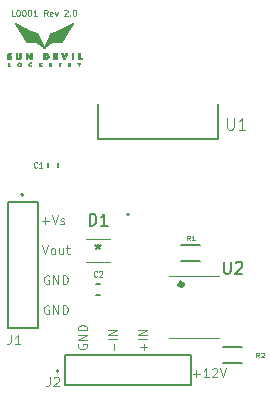
<source format=gbr>
%TF.GenerationSoftware,KiCad,Pcbnew,5.1.10*%
%TF.CreationDate,2021-06-12T19:58:10-07:00*%
%TF.ProjectId,Instrumentation-Amplifier,496e7374-7275-46d6-956e-746174696f6e,2.0*%
%TF.SameCoordinates,Original*%
%TF.FileFunction,Legend,Top*%
%TF.FilePolarity,Positive*%
%FSLAX46Y46*%
G04 Gerber Fmt 4.6, Leading zero omitted, Abs format (unit mm)*
G04 Created by KiCad (PCBNEW 5.1.10) date 2021-06-12 19:58:10*
%MOMM*%
%LPD*%
G01*
G04 APERTURE LIST*
%ADD10C,0.076200*%
%ADD11C,0.101600*%
%ADD12C,0.010000*%
%ADD13C,0.127000*%
%ADD14C,0.120000*%
%ADD15C,0.200000*%
%ADD16C,0.400000*%
%ADD17C,0.015000*%
%ADD18C,0.150000*%
G04 APERTURE END LIST*
D10*
X105990571Y-102083809D02*
X105748666Y-102083809D01*
X105748666Y-101575809D01*
X106256666Y-101575809D02*
X106305047Y-101575809D01*
X106353428Y-101600000D01*
X106377619Y-101624190D01*
X106401809Y-101672571D01*
X106426000Y-101769333D01*
X106426000Y-101890285D01*
X106401809Y-101987047D01*
X106377619Y-102035428D01*
X106353428Y-102059619D01*
X106305047Y-102083809D01*
X106256666Y-102083809D01*
X106208285Y-102059619D01*
X106184095Y-102035428D01*
X106159904Y-101987047D01*
X106135714Y-101890285D01*
X106135714Y-101769333D01*
X106159904Y-101672571D01*
X106184095Y-101624190D01*
X106208285Y-101600000D01*
X106256666Y-101575809D01*
X106740476Y-101575809D02*
X106788857Y-101575809D01*
X106837238Y-101600000D01*
X106861428Y-101624190D01*
X106885619Y-101672571D01*
X106909809Y-101769333D01*
X106909809Y-101890285D01*
X106885619Y-101987047D01*
X106861428Y-102035428D01*
X106837238Y-102059619D01*
X106788857Y-102083809D01*
X106740476Y-102083809D01*
X106692095Y-102059619D01*
X106667904Y-102035428D01*
X106643714Y-101987047D01*
X106619523Y-101890285D01*
X106619523Y-101769333D01*
X106643714Y-101672571D01*
X106667904Y-101624190D01*
X106692095Y-101600000D01*
X106740476Y-101575809D01*
X107224285Y-101575809D02*
X107272666Y-101575809D01*
X107321047Y-101600000D01*
X107345238Y-101624190D01*
X107369428Y-101672571D01*
X107393619Y-101769333D01*
X107393619Y-101890285D01*
X107369428Y-101987047D01*
X107345238Y-102035428D01*
X107321047Y-102059619D01*
X107272666Y-102083809D01*
X107224285Y-102083809D01*
X107175904Y-102059619D01*
X107151714Y-102035428D01*
X107127523Y-101987047D01*
X107103333Y-101890285D01*
X107103333Y-101769333D01*
X107127523Y-101672571D01*
X107151714Y-101624190D01*
X107175904Y-101600000D01*
X107224285Y-101575809D01*
X107877428Y-102083809D02*
X107587142Y-102083809D01*
X107732285Y-102083809D02*
X107732285Y-101575809D01*
X107683904Y-101648380D01*
X107635523Y-101696761D01*
X107587142Y-101720952D01*
X108772476Y-102083809D02*
X108603142Y-101841904D01*
X108482190Y-102083809D02*
X108482190Y-101575809D01*
X108675714Y-101575809D01*
X108724095Y-101600000D01*
X108748285Y-101624190D01*
X108772476Y-101672571D01*
X108772476Y-101745142D01*
X108748285Y-101793523D01*
X108724095Y-101817714D01*
X108675714Y-101841904D01*
X108482190Y-101841904D01*
X109183714Y-102059619D02*
X109135333Y-102083809D01*
X109038571Y-102083809D01*
X108990190Y-102059619D01*
X108966000Y-102011238D01*
X108966000Y-101817714D01*
X108990190Y-101769333D01*
X109038571Y-101745142D01*
X109135333Y-101745142D01*
X109183714Y-101769333D01*
X109207904Y-101817714D01*
X109207904Y-101866095D01*
X108966000Y-101914476D01*
X109377238Y-101745142D02*
X109498190Y-102083809D01*
X109619142Y-101745142D01*
X110175523Y-101624190D02*
X110199714Y-101600000D01*
X110248095Y-101575809D01*
X110369047Y-101575809D01*
X110417428Y-101600000D01*
X110441619Y-101624190D01*
X110465809Y-101672571D01*
X110465809Y-101720952D01*
X110441619Y-101793523D01*
X110151333Y-102083809D01*
X110465809Y-102083809D01*
X110683523Y-102035428D02*
X110707714Y-102059619D01*
X110683523Y-102083809D01*
X110659333Y-102059619D01*
X110683523Y-102035428D01*
X110683523Y-102083809D01*
X111022190Y-101575809D02*
X111070571Y-101575809D01*
X111118952Y-101600000D01*
X111143142Y-101624190D01*
X111167333Y-101672571D01*
X111191523Y-101769333D01*
X111191523Y-101890285D01*
X111167333Y-101987047D01*
X111143142Y-102035428D01*
X111118952Y-102059619D01*
X111070571Y-102083809D01*
X111022190Y-102083809D01*
X110973809Y-102059619D01*
X110949619Y-102035428D01*
X110925428Y-101987047D01*
X110901238Y-101890285D01*
X110901238Y-101769333D01*
X110925428Y-101672571D01*
X110949619Y-101624190D01*
X110973809Y-101600000D01*
X111022190Y-101575809D01*
D11*
X121085428Y-132388428D02*
X121666000Y-132388428D01*
X121375714Y-132678714D02*
X121375714Y-132098142D01*
X122428000Y-132678714D02*
X121992571Y-132678714D01*
X122210285Y-132678714D02*
X122210285Y-131916714D01*
X122137714Y-132025571D01*
X122065142Y-132098142D01*
X121992571Y-132134428D01*
X122718285Y-131989285D02*
X122754571Y-131953000D01*
X122827142Y-131916714D01*
X123008571Y-131916714D01*
X123081142Y-131953000D01*
X123117428Y-131989285D01*
X123153714Y-132061857D01*
X123153714Y-132134428D01*
X123117428Y-132243285D01*
X122682000Y-132678714D01*
X123153714Y-132678714D01*
X123371428Y-131916714D02*
X123625428Y-132678714D01*
X123879428Y-131916714D01*
X116894428Y-130410857D02*
X116894428Y-129830285D01*
X117184714Y-130120571D02*
X116604142Y-130120571D01*
X117184714Y-129467428D02*
X116422714Y-129467428D01*
X117184714Y-129104571D02*
X116422714Y-129104571D01*
X117184714Y-128669142D01*
X116422714Y-128669142D01*
X114354428Y-130410857D02*
X114354428Y-129830285D01*
X114644714Y-129467428D02*
X113882714Y-129467428D01*
X114644714Y-129104571D02*
X113882714Y-129104571D01*
X114644714Y-128669142D01*
X113882714Y-128669142D01*
X111379000Y-129866571D02*
X111342714Y-129939142D01*
X111342714Y-130048000D01*
X111379000Y-130156857D01*
X111451571Y-130229428D01*
X111524142Y-130265714D01*
X111669285Y-130302000D01*
X111778142Y-130302000D01*
X111923285Y-130265714D01*
X111995857Y-130229428D01*
X112068428Y-130156857D01*
X112104714Y-130048000D01*
X112104714Y-129975428D01*
X112068428Y-129866571D01*
X112032142Y-129830285D01*
X111778142Y-129830285D01*
X111778142Y-129975428D01*
X112104714Y-129503714D02*
X111342714Y-129503714D01*
X112104714Y-129068285D01*
X111342714Y-129068285D01*
X112104714Y-128705428D02*
X111342714Y-128705428D01*
X111342714Y-128524000D01*
X111379000Y-128415142D01*
X111451571Y-128342571D01*
X111524142Y-128306285D01*
X111669285Y-128270000D01*
X111778142Y-128270000D01*
X111923285Y-128306285D01*
X111995857Y-128342571D01*
X112068428Y-128415142D01*
X112104714Y-128524000D01*
X112104714Y-128705428D01*
X108893428Y-126619000D02*
X108820857Y-126582714D01*
X108712000Y-126582714D01*
X108603142Y-126619000D01*
X108530571Y-126691571D01*
X108494285Y-126764142D01*
X108458000Y-126909285D01*
X108458000Y-127018142D01*
X108494285Y-127163285D01*
X108530571Y-127235857D01*
X108603142Y-127308428D01*
X108712000Y-127344714D01*
X108784571Y-127344714D01*
X108893428Y-127308428D01*
X108929714Y-127272142D01*
X108929714Y-127018142D01*
X108784571Y-127018142D01*
X109256285Y-127344714D02*
X109256285Y-126582714D01*
X109691714Y-127344714D01*
X109691714Y-126582714D01*
X110054571Y-127344714D02*
X110054571Y-126582714D01*
X110236000Y-126582714D01*
X110344857Y-126619000D01*
X110417428Y-126691571D01*
X110453714Y-126764142D01*
X110490000Y-126909285D01*
X110490000Y-127018142D01*
X110453714Y-127163285D01*
X110417428Y-127235857D01*
X110344857Y-127308428D01*
X110236000Y-127344714D01*
X110054571Y-127344714D01*
X108893428Y-124079000D02*
X108820857Y-124042714D01*
X108712000Y-124042714D01*
X108603142Y-124079000D01*
X108530571Y-124151571D01*
X108494285Y-124224142D01*
X108458000Y-124369285D01*
X108458000Y-124478142D01*
X108494285Y-124623285D01*
X108530571Y-124695857D01*
X108603142Y-124768428D01*
X108712000Y-124804714D01*
X108784571Y-124804714D01*
X108893428Y-124768428D01*
X108929714Y-124732142D01*
X108929714Y-124478142D01*
X108784571Y-124478142D01*
X109256285Y-124804714D02*
X109256285Y-124042714D01*
X109691714Y-124804714D01*
X109691714Y-124042714D01*
X110054571Y-124804714D02*
X110054571Y-124042714D01*
X110236000Y-124042714D01*
X110344857Y-124079000D01*
X110417428Y-124151571D01*
X110453714Y-124224142D01*
X110490000Y-124369285D01*
X110490000Y-124478142D01*
X110453714Y-124623285D01*
X110417428Y-124695857D01*
X110344857Y-124768428D01*
X110236000Y-124804714D01*
X110054571Y-124804714D01*
X108312857Y-121502714D02*
X108566857Y-122264714D01*
X108820857Y-121502714D01*
X109183714Y-122264714D02*
X109111142Y-122228428D01*
X109074857Y-122192142D01*
X109038571Y-122119571D01*
X109038571Y-121901857D01*
X109074857Y-121829285D01*
X109111142Y-121793000D01*
X109183714Y-121756714D01*
X109292571Y-121756714D01*
X109365142Y-121793000D01*
X109401428Y-121829285D01*
X109437714Y-121901857D01*
X109437714Y-122119571D01*
X109401428Y-122192142D01*
X109365142Y-122228428D01*
X109292571Y-122264714D01*
X109183714Y-122264714D01*
X110090857Y-121756714D02*
X110090857Y-122264714D01*
X109764285Y-121756714D02*
X109764285Y-122155857D01*
X109800571Y-122228428D01*
X109873142Y-122264714D01*
X109982000Y-122264714D01*
X110054571Y-122228428D01*
X110090857Y-122192142D01*
X110344857Y-121756714D02*
X110635142Y-121756714D01*
X110453714Y-121502714D02*
X110453714Y-122155857D01*
X110490000Y-122228428D01*
X110562571Y-122264714D01*
X110635142Y-122264714D01*
X108294714Y-119434428D02*
X108875285Y-119434428D01*
X108585000Y-119724714D02*
X108585000Y-119144142D01*
X109129285Y-118962714D02*
X109383285Y-119724714D01*
X109637285Y-118962714D01*
X109855000Y-119688428D02*
X109927571Y-119724714D01*
X110072714Y-119724714D01*
X110145285Y-119688428D01*
X110181571Y-119615857D01*
X110181571Y-119579571D01*
X110145285Y-119507000D01*
X110072714Y-119470714D01*
X109963857Y-119470714D01*
X109891285Y-119434428D01*
X109855000Y-119361857D01*
X109855000Y-119325571D01*
X109891285Y-119253000D01*
X109963857Y-119216714D01*
X110072714Y-119216714D01*
X110145285Y-119253000D01*
D12*
%TO.C,G\u002A\u002A\u002A*%
G36*
X106372698Y-106026937D02*
G01*
X106390262Y-106028957D01*
X106405575Y-106032840D01*
X106414505Y-106036076D01*
X106440821Y-106050241D01*
X106465987Y-106070754D01*
X106487838Y-106095558D01*
X106503184Y-106120454D01*
X106509458Y-106133780D01*
X106513476Y-106144736D01*
X106515729Y-106155930D01*
X106516709Y-106169972D01*
X106516911Y-106189471D01*
X106516904Y-106193092D01*
X106516635Y-106213999D01*
X106515648Y-106229011D01*
X106513486Y-106240696D01*
X106509693Y-106251623D01*
X106504464Y-106263017D01*
X106487017Y-106290762D01*
X106463647Y-106316029D01*
X106436790Y-106336385D01*
X106423884Y-106343456D01*
X106409743Y-106349611D01*
X106396599Y-106353474D01*
X106381421Y-106355666D01*
X106361178Y-106356809D01*
X106358267Y-106356905D01*
X106330818Y-106356775D01*
X106309413Y-106354575D01*
X106300211Y-106352359D01*
X106266461Y-106336958D01*
X106235803Y-106313719D01*
X106225530Y-106303451D01*
X106204120Y-106274845D01*
X106190054Y-106243550D01*
X106183102Y-106210659D01*
X106183047Y-106184273D01*
X106223623Y-106184273D01*
X106225646Y-106216390D01*
X106235203Y-106246177D01*
X106251875Y-106272648D01*
X106275247Y-106294820D01*
X106295847Y-106307496D01*
X106309984Y-106314255D01*
X106321248Y-106318091D01*
X106332960Y-106319643D01*
X106348441Y-106319552D01*
X106356540Y-106319193D01*
X106376656Y-106317599D01*
X106391440Y-106314642D01*
X106404007Y-106309573D01*
X106409811Y-106306378D01*
X106433152Y-106288882D01*
X106453801Y-106266286D01*
X106468991Y-106241649D01*
X106469632Y-106240251D01*
X106477117Y-106214488D01*
X106478642Y-106185811D01*
X106474288Y-106157239D01*
X106466777Y-106136782D01*
X106448891Y-106109141D01*
X106425811Y-106087465D01*
X106398712Y-106072284D01*
X106368767Y-106064124D01*
X106337153Y-106063513D01*
X106313851Y-106068091D01*
X106291398Y-106078182D01*
X106269456Y-106094277D01*
X106250147Y-106114290D01*
X106235593Y-106136141D01*
X106229549Y-106150811D01*
X106223623Y-106184273D01*
X106183047Y-106184273D01*
X106183032Y-106177269D01*
X106189616Y-106144472D01*
X106202622Y-106113364D01*
X106221821Y-106085040D01*
X106246981Y-106060593D01*
X106277874Y-106041118D01*
X106281048Y-106039590D01*
X106295630Y-106033134D01*
X106307759Y-106029167D01*
X106320452Y-106027105D01*
X106336731Y-106026365D01*
X106349800Y-106026314D01*
X106372698Y-106026937D01*
G37*
X106372698Y-106026937D02*
X106390262Y-106028957D01*
X106405575Y-106032840D01*
X106414505Y-106036076D01*
X106440821Y-106050241D01*
X106465987Y-106070754D01*
X106487838Y-106095558D01*
X106503184Y-106120454D01*
X106509458Y-106133780D01*
X106513476Y-106144736D01*
X106515729Y-106155930D01*
X106516709Y-106169972D01*
X106516911Y-106189471D01*
X106516904Y-106193092D01*
X106516635Y-106213999D01*
X106515648Y-106229011D01*
X106513486Y-106240696D01*
X106509693Y-106251623D01*
X106504464Y-106263017D01*
X106487017Y-106290762D01*
X106463647Y-106316029D01*
X106436790Y-106336385D01*
X106423884Y-106343456D01*
X106409743Y-106349611D01*
X106396599Y-106353474D01*
X106381421Y-106355666D01*
X106361178Y-106356809D01*
X106358267Y-106356905D01*
X106330818Y-106356775D01*
X106309413Y-106354575D01*
X106300211Y-106352359D01*
X106266461Y-106336958D01*
X106235803Y-106313719D01*
X106225530Y-106303451D01*
X106204120Y-106274845D01*
X106190054Y-106243550D01*
X106183102Y-106210659D01*
X106183047Y-106184273D01*
X106223623Y-106184273D01*
X106225646Y-106216390D01*
X106235203Y-106246177D01*
X106251875Y-106272648D01*
X106275247Y-106294820D01*
X106295847Y-106307496D01*
X106309984Y-106314255D01*
X106321248Y-106318091D01*
X106332960Y-106319643D01*
X106348441Y-106319552D01*
X106356540Y-106319193D01*
X106376656Y-106317599D01*
X106391440Y-106314642D01*
X106404007Y-106309573D01*
X106409811Y-106306378D01*
X106433152Y-106288882D01*
X106453801Y-106266286D01*
X106468991Y-106241649D01*
X106469632Y-106240251D01*
X106477117Y-106214488D01*
X106478642Y-106185811D01*
X106474288Y-106157239D01*
X106466777Y-106136782D01*
X106448891Y-106109141D01*
X106425811Y-106087465D01*
X106398712Y-106072284D01*
X106368767Y-106064124D01*
X106337153Y-106063513D01*
X106313851Y-106068091D01*
X106291398Y-106078182D01*
X106269456Y-106094277D01*
X106250147Y-106114290D01*
X106235593Y-106136141D01*
X106229549Y-106150811D01*
X106223623Y-106184273D01*
X106183047Y-106184273D01*
X106183032Y-106177269D01*
X106189616Y-106144472D01*
X106202622Y-106113364D01*
X106221821Y-106085040D01*
X106246981Y-106060593D01*
X106277874Y-106041118D01*
X106281048Y-106039590D01*
X106295630Y-106033134D01*
X106307759Y-106029167D01*
X106320452Y-106027105D01*
X106336731Y-106026365D01*
X106349800Y-106026314D01*
X106372698Y-106026937D01*
G36*
X107328767Y-106026563D02*
G01*
X107343070Y-106027993D01*
X107355201Y-106031102D01*
X107368305Y-106036553D01*
X107375825Y-106040176D01*
X107403900Y-106053997D01*
X107403900Y-106079132D01*
X107403330Y-106094612D01*
X107401225Y-106102306D01*
X107396998Y-106102840D01*
X107390060Y-106096842D01*
X107388681Y-106095342D01*
X107373992Y-106083576D01*
X107353845Y-106073385D01*
X107331243Y-106066050D01*
X107312966Y-106063064D01*
X107282970Y-106064822D01*
X107254341Y-106074239D01*
X107228365Y-106090507D01*
X107206330Y-106112818D01*
X107189520Y-106140365D01*
X107189389Y-106140649D01*
X107183655Y-106154615D01*
X107180659Y-106167018D01*
X107179821Y-106181424D01*
X107180308Y-106196616D01*
X107183170Y-106222706D01*
X107189612Y-106243910D01*
X107200908Y-106263488D01*
X107211910Y-106277418D01*
X107233508Y-106298070D01*
X107257372Y-106311359D01*
X107285395Y-106318222D01*
X107296439Y-106319274D01*
X107324887Y-106318874D01*
X107349398Y-106313038D01*
X107372943Y-106300856D01*
X107385325Y-106292068D01*
X107404311Y-106277576D01*
X107403047Y-106304045D01*
X107401784Y-106330514D01*
X107377030Y-106343154D01*
X107363306Y-106349558D01*
X107350799Y-106353532D01*
X107336440Y-106355746D01*
X107317164Y-106356867D01*
X107313530Y-106356986D01*
X107289062Y-106356870D01*
X107268985Y-106355048D01*
X107257850Y-106352569D01*
X107221952Y-106336554D01*
X107191480Y-106314244D01*
X107166886Y-106286032D01*
X107152416Y-106260912D01*
X107145913Y-106246103D01*
X107142004Y-106233484D01*
X107140048Y-106219827D01*
X107139404Y-106201904D01*
X107139370Y-106195283D01*
X107142487Y-106157056D01*
X107152247Y-106123694D01*
X107169088Y-106094298D01*
X107193451Y-106067971D01*
X107207151Y-106056759D01*
X107229893Y-106041972D01*
X107253150Y-106032447D01*
X107279434Y-106027430D01*
X107309150Y-106026152D01*
X107328767Y-106026563D01*
G37*
X107328767Y-106026563D02*
X107343070Y-106027993D01*
X107355201Y-106031102D01*
X107368305Y-106036553D01*
X107375825Y-106040176D01*
X107403900Y-106053997D01*
X107403900Y-106079132D01*
X107403330Y-106094612D01*
X107401225Y-106102306D01*
X107396998Y-106102840D01*
X107390060Y-106096842D01*
X107388681Y-106095342D01*
X107373992Y-106083576D01*
X107353845Y-106073385D01*
X107331243Y-106066050D01*
X107312966Y-106063064D01*
X107282970Y-106064822D01*
X107254341Y-106074239D01*
X107228365Y-106090507D01*
X107206330Y-106112818D01*
X107189520Y-106140365D01*
X107189389Y-106140649D01*
X107183655Y-106154615D01*
X107180659Y-106167018D01*
X107179821Y-106181424D01*
X107180308Y-106196616D01*
X107183170Y-106222706D01*
X107189612Y-106243910D01*
X107200908Y-106263488D01*
X107211910Y-106277418D01*
X107233508Y-106298070D01*
X107257372Y-106311359D01*
X107285395Y-106318222D01*
X107296439Y-106319274D01*
X107324887Y-106318874D01*
X107349398Y-106313038D01*
X107372943Y-106300856D01*
X107385325Y-106292068D01*
X107404311Y-106277576D01*
X107403047Y-106304045D01*
X107401784Y-106330514D01*
X107377030Y-106343154D01*
X107363306Y-106349558D01*
X107350799Y-106353532D01*
X107336440Y-106355746D01*
X107317164Y-106356867D01*
X107313530Y-106356986D01*
X107289062Y-106356870D01*
X107268985Y-106355048D01*
X107257850Y-106352569D01*
X107221952Y-106336554D01*
X107191480Y-106314244D01*
X107166886Y-106286032D01*
X107152416Y-106260912D01*
X107145913Y-106246103D01*
X107142004Y-106233484D01*
X107140048Y-106219827D01*
X107139404Y-106201904D01*
X107139370Y-106195283D01*
X107142487Y-106157056D01*
X107152247Y-106123694D01*
X107169088Y-106094298D01*
X107193451Y-106067971D01*
X107207151Y-106056759D01*
X107229893Y-106041972D01*
X107253150Y-106032447D01*
X107279434Y-106027430D01*
X107309150Y-106026152D01*
X107328767Y-106026563D01*
G36*
X105458299Y-106033951D02*
G01*
X105486860Y-106039137D01*
X105508868Y-106048205D01*
X105524970Y-106061501D01*
X105535811Y-106079375D01*
X105540866Y-106095929D01*
X105543376Y-106124043D01*
X105539060Y-106150214D01*
X105528590Y-106173185D01*
X105512637Y-106191698D01*
X105491875Y-106204495D01*
X105480909Y-106208112D01*
X105472519Y-106210817D01*
X105469267Y-106212999D01*
X105471609Y-106216905D01*
X105478125Y-106226578D01*
X105488045Y-106240908D01*
X105500604Y-106258787D01*
X105515031Y-106279106D01*
X105515110Y-106279215D01*
X105529793Y-106299838D01*
X105542865Y-106318294D01*
X105553492Y-106333395D01*
X105560839Y-106343955D01*
X105564043Y-106348742D01*
X105563680Y-106351827D01*
X105557283Y-106353496D01*
X105543698Y-106354031D01*
X105542386Y-106354033D01*
X105517639Y-106354033D01*
X105469522Y-106284183D01*
X105454702Y-106262918D01*
X105441374Y-106244261D01*
X105430314Y-106229264D01*
X105422302Y-106218979D01*
X105418115Y-106214455D01*
X105417819Y-106214333D01*
X105416626Y-106218334D01*
X105415601Y-106229405D01*
X105414816Y-106246153D01*
X105414342Y-106267181D01*
X105414234Y-106284183D01*
X105414234Y-106354033D01*
X105376134Y-106354033D01*
X105376134Y-106176233D01*
X105414234Y-106176233D01*
X105435314Y-106176233D01*
X105452132Y-106174739D01*
X105468871Y-106170998D01*
X105473577Y-106169358D01*
X105489360Y-106159167D01*
X105499284Y-106144793D01*
X105503506Y-106128010D01*
X105502185Y-106110590D01*
X105495479Y-106094309D01*
X105483544Y-106080939D01*
X105466539Y-106072255D01*
X105464901Y-106071799D01*
X105449126Y-106068556D01*
X105433485Y-106066663D01*
X105430109Y-106066507D01*
X105414234Y-106066167D01*
X105414234Y-106176233D01*
X105376134Y-106176233D01*
X105376134Y-106032300D01*
X105422541Y-106032300D01*
X105458299Y-106033951D01*
G37*
X105458299Y-106033951D02*
X105486860Y-106039137D01*
X105508868Y-106048205D01*
X105524970Y-106061501D01*
X105535811Y-106079375D01*
X105540866Y-106095929D01*
X105543376Y-106124043D01*
X105539060Y-106150214D01*
X105528590Y-106173185D01*
X105512637Y-106191698D01*
X105491875Y-106204495D01*
X105480909Y-106208112D01*
X105472519Y-106210817D01*
X105469267Y-106212999D01*
X105471609Y-106216905D01*
X105478125Y-106226578D01*
X105488045Y-106240908D01*
X105500604Y-106258787D01*
X105515031Y-106279106D01*
X105515110Y-106279215D01*
X105529793Y-106299838D01*
X105542865Y-106318294D01*
X105553492Y-106333395D01*
X105560839Y-106343955D01*
X105564043Y-106348742D01*
X105563680Y-106351827D01*
X105557283Y-106353496D01*
X105543698Y-106354031D01*
X105542386Y-106354033D01*
X105517639Y-106354033D01*
X105469522Y-106284183D01*
X105454702Y-106262918D01*
X105441374Y-106244261D01*
X105430314Y-106229264D01*
X105422302Y-106218979D01*
X105418115Y-106214455D01*
X105417819Y-106214333D01*
X105416626Y-106218334D01*
X105415601Y-106229405D01*
X105414816Y-106246153D01*
X105414342Y-106267181D01*
X105414234Y-106284183D01*
X105414234Y-106354033D01*
X105376134Y-106354033D01*
X105376134Y-106176233D01*
X105414234Y-106176233D01*
X105435314Y-106176233D01*
X105452132Y-106174739D01*
X105468871Y-106170998D01*
X105473577Y-106169358D01*
X105489360Y-106159167D01*
X105499284Y-106144793D01*
X105503506Y-106128010D01*
X105502185Y-106110590D01*
X105495479Y-106094309D01*
X105483544Y-106080939D01*
X105466539Y-106072255D01*
X105464901Y-106071799D01*
X105449126Y-106068556D01*
X105433485Y-106066663D01*
X105430109Y-106066507D01*
X105414234Y-106066167D01*
X105414234Y-106176233D01*
X105376134Y-106176233D01*
X105376134Y-106032300D01*
X105422541Y-106032300D01*
X105458299Y-106033951D01*
G36*
X108093933Y-106161314D02*
G01*
X108223149Y-106032300D01*
X108277995Y-106032300D01*
X108203272Y-106107442D01*
X108128549Y-106182583D01*
X108204249Y-106265133D01*
X108224440Y-106287261D01*
X108242611Y-106307387D01*
X108258011Y-106324662D01*
X108269889Y-106338237D01*
X108277493Y-106347262D01*
X108280075Y-106350858D01*
X108276290Y-106352495D01*
X108266293Y-106353621D01*
X108253742Y-106353979D01*
X108227283Y-106353925D01*
X108163783Y-106282110D01*
X108145410Y-106261478D01*
X108128843Y-106243155D01*
X108114915Y-106228040D01*
X108104462Y-106217034D01*
X108098318Y-106211037D01*
X108097108Y-106210197D01*
X108096067Y-106214168D01*
X108095169Y-106225233D01*
X108094475Y-106242021D01*
X108094045Y-106263158D01*
X108093933Y-106282067D01*
X108093933Y-106354033D01*
X108051600Y-106354033D01*
X108051600Y-106032300D01*
X108093933Y-106032300D01*
X108093933Y-106161314D01*
G37*
X108093933Y-106161314D02*
X108223149Y-106032300D01*
X108277995Y-106032300D01*
X108203272Y-106107442D01*
X108128549Y-106182583D01*
X108204249Y-106265133D01*
X108224440Y-106287261D01*
X108242611Y-106307387D01*
X108258011Y-106324662D01*
X108269889Y-106338237D01*
X108277493Y-106347262D01*
X108280075Y-106350858D01*
X108276290Y-106352495D01*
X108266293Y-106353621D01*
X108253742Y-106353979D01*
X108227283Y-106353925D01*
X108163783Y-106282110D01*
X108145410Y-106261478D01*
X108128843Y-106243155D01*
X108114915Y-106228040D01*
X108104462Y-106217034D01*
X108098318Y-106211037D01*
X108097108Y-106210197D01*
X108096067Y-106214168D01*
X108095169Y-106225233D01*
X108094475Y-106242021D01*
X108094045Y-106263158D01*
X108093933Y-106282067D01*
X108093933Y-106354033D01*
X108051600Y-106354033D01*
X108051600Y-106032300D01*
X108093933Y-106032300D01*
X108093933Y-106161314D01*
G36*
X109071834Y-106066167D02*
G01*
X108944834Y-106066167D01*
X108944834Y-106159300D01*
X109067600Y-106159300D01*
X109067600Y-106197400D01*
X108944834Y-106197400D01*
X108944834Y-106315933D01*
X109071834Y-106315933D01*
X109071834Y-106354033D01*
X108902500Y-106354033D01*
X108902500Y-106032300D01*
X109071834Y-106032300D01*
X109071834Y-106066167D01*
G37*
X109071834Y-106066167D02*
X108944834Y-106066167D01*
X108944834Y-106159300D01*
X109067600Y-106159300D01*
X109067600Y-106197400D01*
X108944834Y-106197400D01*
X108944834Y-106315933D01*
X109071834Y-106315933D01*
X109071834Y-106354033D01*
X108902500Y-106354033D01*
X108902500Y-106032300D01*
X109071834Y-106032300D01*
X109071834Y-106066167D01*
G36*
X109888867Y-106066167D02*
G01*
X109812667Y-106066167D01*
X109812667Y-106354033D01*
X109770334Y-106354033D01*
X109770334Y-106066167D01*
X109694134Y-106066167D01*
X109694134Y-106032300D01*
X109888867Y-106032300D01*
X109888867Y-106066167D01*
G37*
X109888867Y-106066167D02*
X109812667Y-106066167D01*
X109812667Y-106354033D01*
X109770334Y-106354033D01*
X109770334Y-106066167D01*
X109694134Y-106066167D01*
X109694134Y-106032300D01*
X109888867Y-106032300D01*
X109888867Y-106066167D01*
G36*
X110567380Y-106032923D02*
G01*
X110590341Y-106033775D01*
X110606917Y-106035022D01*
X110619191Y-106037011D01*
X110629243Y-106040091D01*
X110639157Y-106044612D01*
X110640118Y-106045104D01*
X110659828Y-106059199D01*
X110672839Y-106077982D01*
X110679424Y-106101953D01*
X110680407Y-106118691D01*
X110677052Y-106147907D01*
X110667166Y-106171759D01*
X110650678Y-106190359D01*
X110627516Y-106203820D01*
X110624467Y-106205026D01*
X110605359Y-106212279D01*
X110653494Y-106279981D01*
X110668310Y-106300983D01*
X110681279Y-106319680D01*
X110691651Y-106334966D01*
X110698678Y-106345733D01*
X110701607Y-106350874D01*
X110701648Y-106351069D01*
X110697836Y-106352697D01*
X110687955Y-106353402D01*
X110677733Y-106353186D01*
X110653799Y-106351917D01*
X110606824Y-106283283D01*
X110592237Y-106262187D01*
X110579170Y-106243701D01*
X110568400Y-106228891D01*
X110560704Y-106218823D01*
X110556859Y-106214563D01*
X110556675Y-106214491D01*
X110555619Y-106218437D01*
X110554711Y-106229459D01*
X110554016Y-106246164D01*
X110553596Y-106267163D01*
X110553500Y-106284183D01*
X110553500Y-106354033D01*
X110515400Y-106354033D01*
X110515400Y-106176233D01*
X110553500Y-106176233D01*
X110575725Y-106176227D01*
X110593130Y-106174610D01*
X110608972Y-106170462D01*
X110612767Y-106168818D01*
X110628309Y-106156634D01*
X110638065Y-106139636D01*
X110640843Y-106120122D01*
X110640383Y-106115610D01*
X110635811Y-106097496D01*
X110627520Y-106084556D01*
X110614233Y-106075798D01*
X110594677Y-106070228D01*
X110579249Y-106067986D01*
X110553500Y-106065073D01*
X110553500Y-106176233D01*
X110515400Y-106176233D01*
X110515400Y-106031429D01*
X110567380Y-106032923D01*
G37*
X110567380Y-106032923D02*
X110590341Y-106033775D01*
X110606917Y-106035022D01*
X110619191Y-106037011D01*
X110629243Y-106040091D01*
X110639157Y-106044612D01*
X110640118Y-106045104D01*
X110659828Y-106059199D01*
X110672839Y-106077982D01*
X110679424Y-106101953D01*
X110680407Y-106118691D01*
X110677052Y-106147907D01*
X110667166Y-106171759D01*
X110650678Y-106190359D01*
X110627516Y-106203820D01*
X110624467Y-106205026D01*
X110605359Y-106212279D01*
X110653494Y-106279981D01*
X110668310Y-106300983D01*
X110681279Y-106319680D01*
X110691651Y-106334966D01*
X110698678Y-106345733D01*
X110701607Y-106350874D01*
X110701648Y-106351069D01*
X110697836Y-106352697D01*
X110687955Y-106353402D01*
X110677733Y-106353186D01*
X110653799Y-106351917D01*
X110606824Y-106283283D01*
X110592237Y-106262187D01*
X110579170Y-106243701D01*
X110568400Y-106228891D01*
X110560704Y-106218823D01*
X110556859Y-106214563D01*
X110556675Y-106214491D01*
X110555619Y-106218437D01*
X110554711Y-106229459D01*
X110554016Y-106246164D01*
X110553596Y-106267163D01*
X110553500Y-106284183D01*
X110553500Y-106354033D01*
X110515400Y-106354033D01*
X110515400Y-106176233D01*
X110553500Y-106176233D01*
X110575725Y-106176227D01*
X110593130Y-106174610D01*
X110608972Y-106170462D01*
X110612767Y-106168818D01*
X110628309Y-106156634D01*
X110638065Y-106139636D01*
X110640843Y-106120122D01*
X110640383Y-106115610D01*
X110635811Y-106097496D01*
X110627520Y-106084556D01*
X110614233Y-106075798D01*
X110594677Y-106070228D01*
X110579249Y-106067986D01*
X110553500Y-106065073D01*
X110553500Y-106176233D01*
X110515400Y-106176233D01*
X110515400Y-106031429D01*
X110567380Y-106032923D01*
G36*
X111335293Y-106032576D02*
G01*
X111340640Y-106034104D01*
X111345839Y-106038031D01*
X111351708Y-106045260D01*
X111359061Y-106056697D01*
X111368716Y-106073243D01*
X111381489Y-106095803D01*
X111388098Y-106107499D01*
X111400918Y-106129940D01*
X111410357Y-106145805D01*
X111417063Y-106155965D01*
X111421683Y-106161290D01*
X111424865Y-106162652D01*
X111427257Y-106160921D01*
X111427530Y-106160535D01*
X111431317Y-106154346D01*
X111438408Y-106142241D01*
X111447959Y-106125681D01*
X111459124Y-106106129D01*
X111465813Y-106094333D01*
X111477421Y-106074239D01*
X111487916Y-106056861D01*
X111496473Y-106043505D01*
X111502270Y-106035474D01*
X111504083Y-106033754D01*
X111511174Y-106032836D01*
X111523062Y-106032819D01*
X111528630Y-106033105D01*
X111548067Y-106034417D01*
X111495395Y-106125433D01*
X111442723Y-106216450D01*
X111442611Y-106285242D01*
X111442500Y-106354033D01*
X111404400Y-106354033D01*
X111404400Y-106218372D01*
X111351713Y-106126394D01*
X111299026Y-106034417D01*
X111320893Y-106033105D01*
X111328983Y-106032544D01*
X111335293Y-106032576D01*
G37*
X111335293Y-106032576D02*
X111340640Y-106034104D01*
X111345839Y-106038031D01*
X111351708Y-106045260D01*
X111359061Y-106056697D01*
X111368716Y-106073243D01*
X111381489Y-106095803D01*
X111388098Y-106107499D01*
X111400918Y-106129940D01*
X111410357Y-106145805D01*
X111417063Y-106155965D01*
X111421683Y-106161290D01*
X111424865Y-106162652D01*
X111427257Y-106160921D01*
X111427530Y-106160535D01*
X111431317Y-106154346D01*
X111438408Y-106142241D01*
X111447959Y-106125681D01*
X111459124Y-106106129D01*
X111465813Y-106094333D01*
X111477421Y-106074239D01*
X111487916Y-106056861D01*
X111496473Y-106043505D01*
X111502270Y-106035474D01*
X111504083Y-106033754D01*
X111511174Y-106032836D01*
X111523062Y-106032819D01*
X111528630Y-106033105D01*
X111548067Y-106034417D01*
X111495395Y-106125433D01*
X111442723Y-106216450D01*
X111442611Y-106285242D01*
X111442500Y-106354033D01*
X111404400Y-106354033D01*
X111404400Y-106218372D01*
X111351713Y-106126394D01*
X111299026Y-106034417D01*
X111320893Y-106033105D01*
X111328983Y-106032544D01*
X111335293Y-106032576D01*
G36*
X105516553Y-105231127D02*
G01*
X105543049Y-105233813D01*
X105564517Y-105238225D01*
X105586196Y-105244652D01*
X105606343Y-105251826D01*
X105623430Y-105259077D01*
X105635932Y-105265734D01*
X105642323Y-105271127D01*
X105642834Y-105272620D01*
X105640951Y-105278238D01*
X105635804Y-105289728D01*
X105628139Y-105305506D01*
X105618707Y-105323990D01*
X105616980Y-105327289D01*
X105591126Y-105376512D01*
X105579938Y-105369073D01*
X105551843Y-105353512D01*
X105524946Y-105344655D01*
X105500154Y-105342604D01*
X105478377Y-105347461D01*
X105464152Y-105356042D01*
X105455349Y-105366019D01*
X105450003Y-105376912D01*
X105449942Y-105377163D01*
X105449385Y-105385789D01*
X105453241Y-105393888D01*
X105461414Y-105402994D01*
X105470314Y-105410411D01*
X105482132Y-105417186D01*
X105498584Y-105424137D01*
X105521385Y-105432083D01*
X105524307Y-105433038D01*
X105557041Y-105444379D01*
X105582972Y-105455096D01*
X105603648Y-105465984D01*
X105620614Y-105477836D01*
X105632614Y-105488602D01*
X105647262Y-105506601D01*
X105656996Y-105527426D01*
X105662373Y-105552755D01*
X105663950Y-105583262D01*
X105660861Y-105624705D01*
X105651592Y-105660440D01*
X105635951Y-105690743D01*
X105613750Y-105715890D01*
X105584798Y-105736154D01*
X105548906Y-105751812D01*
X105547279Y-105752361D01*
X105524546Y-105757942D01*
X105496776Y-105761754D01*
X105467259Y-105763561D01*
X105439282Y-105763128D01*
X105422148Y-105761329D01*
X105404600Y-105757773D01*
X105384445Y-105752566D01*
X105371348Y-105748560D01*
X105356243Y-105742817D01*
X105339069Y-105735220D01*
X105321821Y-105726788D01*
X105306492Y-105718541D01*
X105295075Y-105711497D01*
X105289630Y-105706786D01*
X105290917Y-105702415D01*
X105295349Y-105692220D01*
X105302100Y-105677852D01*
X105310342Y-105660964D01*
X105319250Y-105643208D01*
X105327996Y-105626237D01*
X105335754Y-105611703D01*
X105341698Y-105601259D01*
X105344527Y-105597034D01*
X105348270Y-105598551D01*
X105356833Y-105603859D01*
X105366194Y-105610286D01*
X105391550Y-105626806D01*
X105413915Y-105637699D01*
X105435610Y-105643926D01*
X105452714Y-105646104D01*
X105472074Y-105646557D01*
X105486555Y-105644355D01*
X105496292Y-105640666D01*
X105511648Y-105629817D01*
X105520964Y-105615749D01*
X105523717Y-105600269D01*
X105519387Y-105585186D01*
X105514298Y-105578244D01*
X105506419Y-105570761D01*
X105497045Y-105564337D01*
X105484624Y-105558243D01*
X105467601Y-105551755D01*
X105444423Y-105544144D01*
X105435409Y-105541340D01*
X105401080Y-105529741D01*
X105373993Y-105518088D01*
X105352955Y-105505620D01*
X105336773Y-105491572D01*
X105324251Y-105475184D01*
X105319866Y-105467551D01*
X105315740Y-105458637D01*
X105313046Y-105449120D01*
X105311494Y-105436934D01*
X105310799Y-105420017D01*
X105310665Y-105401533D01*
X105310944Y-105378409D01*
X105311995Y-105361335D01*
X105314136Y-105347907D01*
X105317688Y-105335721D01*
X105320344Y-105328713D01*
X105337032Y-105298318D01*
X105360845Y-105272235D01*
X105391405Y-105250854D01*
X105400587Y-105246025D01*
X105414459Y-105239306D01*
X105425340Y-105234807D01*
X105435548Y-105232089D01*
X105447401Y-105230712D01*
X105463215Y-105230235D01*
X105483864Y-105230216D01*
X105516553Y-105231127D01*
G37*
X105516553Y-105231127D02*
X105543049Y-105233813D01*
X105564517Y-105238225D01*
X105586196Y-105244652D01*
X105606343Y-105251826D01*
X105623430Y-105259077D01*
X105635932Y-105265734D01*
X105642323Y-105271127D01*
X105642834Y-105272620D01*
X105640951Y-105278238D01*
X105635804Y-105289728D01*
X105628139Y-105305506D01*
X105618707Y-105323990D01*
X105616980Y-105327289D01*
X105591126Y-105376512D01*
X105579938Y-105369073D01*
X105551843Y-105353512D01*
X105524946Y-105344655D01*
X105500154Y-105342604D01*
X105478377Y-105347461D01*
X105464152Y-105356042D01*
X105455349Y-105366019D01*
X105450003Y-105376912D01*
X105449942Y-105377163D01*
X105449385Y-105385789D01*
X105453241Y-105393888D01*
X105461414Y-105402994D01*
X105470314Y-105410411D01*
X105482132Y-105417186D01*
X105498584Y-105424137D01*
X105521385Y-105432083D01*
X105524307Y-105433038D01*
X105557041Y-105444379D01*
X105582972Y-105455096D01*
X105603648Y-105465984D01*
X105620614Y-105477836D01*
X105632614Y-105488602D01*
X105647262Y-105506601D01*
X105656996Y-105527426D01*
X105662373Y-105552755D01*
X105663950Y-105583262D01*
X105660861Y-105624705D01*
X105651592Y-105660440D01*
X105635951Y-105690743D01*
X105613750Y-105715890D01*
X105584798Y-105736154D01*
X105548906Y-105751812D01*
X105547279Y-105752361D01*
X105524546Y-105757942D01*
X105496776Y-105761754D01*
X105467259Y-105763561D01*
X105439282Y-105763128D01*
X105422148Y-105761329D01*
X105404600Y-105757773D01*
X105384445Y-105752566D01*
X105371348Y-105748560D01*
X105356243Y-105742817D01*
X105339069Y-105735220D01*
X105321821Y-105726788D01*
X105306492Y-105718541D01*
X105295075Y-105711497D01*
X105289630Y-105706786D01*
X105290917Y-105702415D01*
X105295349Y-105692220D01*
X105302100Y-105677852D01*
X105310342Y-105660964D01*
X105319250Y-105643208D01*
X105327996Y-105626237D01*
X105335754Y-105611703D01*
X105341698Y-105601259D01*
X105344527Y-105597034D01*
X105348270Y-105598551D01*
X105356833Y-105603859D01*
X105366194Y-105610286D01*
X105391550Y-105626806D01*
X105413915Y-105637699D01*
X105435610Y-105643926D01*
X105452714Y-105646104D01*
X105472074Y-105646557D01*
X105486555Y-105644355D01*
X105496292Y-105640666D01*
X105511648Y-105629817D01*
X105520964Y-105615749D01*
X105523717Y-105600269D01*
X105519387Y-105585186D01*
X105514298Y-105578244D01*
X105506419Y-105570761D01*
X105497045Y-105564337D01*
X105484624Y-105558243D01*
X105467601Y-105551755D01*
X105444423Y-105544144D01*
X105435409Y-105541340D01*
X105401080Y-105529741D01*
X105373993Y-105518088D01*
X105352955Y-105505620D01*
X105336773Y-105491572D01*
X105324251Y-105475184D01*
X105319866Y-105467551D01*
X105315740Y-105458637D01*
X105313046Y-105449120D01*
X105311494Y-105436934D01*
X105310799Y-105420017D01*
X105310665Y-105401533D01*
X105310944Y-105378409D01*
X105311995Y-105361335D01*
X105314136Y-105347907D01*
X105317688Y-105335721D01*
X105320344Y-105328713D01*
X105337032Y-105298318D01*
X105360845Y-105272235D01*
X105391405Y-105250854D01*
X105400587Y-105246025D01*
X105414459Y-105239306D01*
X105425340Y-105234807D01*
X105435548Y-105232089D01*
X105447401Y-105230712D01*
X105463215Y-105230235D01*
X105483864Y-105230216D01*
X105516553Y-105231127D01*
G36*
X106194004Y-105411183D02*
G01*
X106195283Y-105581699D01*
X106205971Y-105602455D01*
X106220069Y-105622161D01*
X106238863Y-105635175D01*
X106262854Y-105641771D01*
X106279558Y-105642764D01*
X106300138Y-105641201D01*
X106316406Y-105636089D01*
X106321885Y-105633239D01*
X106331982Y-105626887D01*
X106340446Y-105619857D01*
X106347419Y-105611379D01*
X106353044Y-105600686D01*
X106357465Y-105587011D01*
X106360822Y-105569585D01*
X106363259Y-105547641D01*
X106364918Y-105520410D01*
X106365942Y-105487126D01*
X106366474Y-105447020D01*
X106366654Y-105399325D01*
X106366660Y-105392008D01*
X106366734Y-105240667D01*
X106502200Y-105240667D01*
X106502165Y-105398358D01*
X106502026Y-105449298D01*
X106501596Y-105492600D01*
X106500818Y-105529087D01*
X106499638Y-105559587D01*
X106497999Y-105584922D01*
X106495846Y-105605919D01*
X106493123Y-105623401D01*
X106489773Y-105638195D01*
X106485743Y-105651124D01*
X106484928Y-105653349D01*
X106470404Y-105680780D01*
X106448862Y-105705869D01*
X106421663Y-105727505D01*
X106390167Y-105744577D01*
X106360899Y-105754704D01*
X106340219Y-105758663D01*
X106314257Y-105761572D01*
X106286154Y-105763263D01*
X106259049Y-105763564D01*
X106236082Y-105762308D01*
X106231267Y-105761717D01*
X106188614Y-105752379D01*
X106151288Y-105737381D01*
X106119754Y-105717032D01*
X106094478Y-105691637D01*
X106075928Y-105661502D01*
X106074803Y-105659019D01*
X106070795Y-105648950D01*
X106067452Y-105637900D01*
X106064716Y-105625040D01*
X106062530Y-105609542D01*
X106060836Y-105590575D01*
X106059577Y-105567313D01*
X106058694Y-105538924D01*
X106058131Y-105504581D01*
X106057830Y-105463455D01*
X106057732Y-105414716D01*
X106057732Y-105413175D01*
X106057700Y-105240667D01*
X106192724Y-105240667D01*
X106194004Y-105411183D01*
G37*
X106194004Y-105411183D02*
X106195283Y-105581699D01*
X106205971Y-105602455D01*
X106220069Y-105622161D01*
X106238863Y-105635175D01*
X106262854Y-105641771D01*
X106279558Y-105642764D01*
X106300138Y-105641201D01*
X106316406Y-105636089D01*
X106321885Y-105633239D01*
X106331982Y-105626887D01*
X106340446Y-105619857D01*
X106347419Y-105611379D01*
X106353044Y-105600686D01*
X106357465Y-105587011D01*
X106360822Y-105569585D01*
X106363259Y-105547641D01*
X106364918Y-105520410D01*
X106365942Y-105487126D01*
X106366474Y-105447020D01*
X106366654Y-105399325D01*
X106366660Y-105392008D01*
X106366734Y-105240667D01*
X106502200Y-105240667D01*
X106502165Y-105398358D01*
X106502026Y-105449298D01*
X106501596Y-105492600D01*
X106500818Y-105529087D01*
X106499638Y-105559587D01*
X106497999Y-105584922D01*
X106495846Y-105605919D01*
X106493123Y-105623401D01*
X106489773Y-105638195D01*
X106485743Y-105651124D01*
X106484928Y-105653349D01*
X106470404Y-105680780D01*
X106448862Y-105705869D01*
X106421663Y-105727505D01*
X106390167Y-105744577D01*
X106360899Y-105754704D01*
X106340219Y-105758663D01*
X106314257Y-105761572D01*
X106286154Y-105763263D01*
X106259049Y-105763564D01*
X106236082Y-105762308D01*
X106231267Y-105761717D01*
X106188614Y-105752379D01*
X106151288Y-105737381D01*
X106119754Y-105717032D01*
X106094478Y-105691637D01*
X106075928Y-105661502D01*
X106074803Y-105659019D01*
X106070795Y-105648950D01*
X106067452Y-105637900D01*
X106064716Y-105625040D01*
X106062530Y-105609542D01*
X106060836Y-105590575D01*
X106059577Y-105567313D01*
X106058694Y-105538924D01*
X106058131Y-105504581D01*
X106057830Y-105463455D01*
X106057732Y-105414716D01*
X106057732Y-105413175D01*
X106057700Y-105240667D01*
X106192724Y-105240667D01*
X106194004Y-105411183D01*
G36*
X107169146Y-105392792D02*
G01*
X107287484Y-105544918D01*
X107288595Y-105392792D01*
X107289706Y-105240667D01*
X107425067Y-105240667D01*
X107425067Y-105748667D01*
X107286756Y-105748667D01*
X107170703Y-105598988D01*
X107054650Y-105449310D01*
X107053538Y-105598988D01*
X107052427Y-105748667D01*
X106917067Y-105748667D01*
X106917067Y-105240667D01*
X107050809Y-105240667D01*
X107169146Y-105392792D01*
G37*
X107169146Y-105392792D02*
X107287484Y-105544918D01*
X107288595Y-105392792D01*
X107289706Y-105240667D01*
X107425067Y-105240667D01*
X107425067Y-105748667D01*
X107286756Y-105748667D01*
X107170703Y-105598988D01*
X107054650Y-105449310D01*
X107053538Y-105598988D01*
X107052427Y-105748667D01*
X106917067Y-105748667D01*
X106917067Y-105240667D01*
X107050809Y-105240667D01*
X107169146Y-105392792D01*
G36*
X108514092Y-105240740D02*
G01*
X108554365Y-105240953D01*
X108587467Y-105241659D01*
X108614690Y-105243047D01*
X108637325Y-105245306D01*
X108656662Y-105248626D01*
X108673992Y-105253196D01*
X108690606Y-105259206D01*
X108707796Y-105266846D01*
X108714707Y-105270197D01*
X108751329Y-105292728D01*
X108783918Y-105321696D01*
X108811357Y-105355734D01*
X108832524Y-105393480D01*
X108845230Y-105429271D01*
X108848367Y-105446208D01*
X108850626Y-105468096D01*
X108851668Y-105491438D01*
X108851700Y-105496003D01*
X108849283Y-105538715D01*
X108841552Y-105576048D01*
X108827793Y-105609732D01*
X108807288Y-105641500D01*
X108779321Y-105673082D01*
X108777813Y-105674590D01*
X108749885Y-105699894D01*
X108724455Y-105717697D01*
X108716234Y-105722139D01*
X108700766Y-105729521D01*
X108686496Y-105735401D01*
X108672197Y-105739949D01*
X108656640Y-105743332D01*
X108638597Y-105745718D01*
X108616842Y-105747276D01*
X108590145Y-105748174D01*
X108557279Y-105748581D01*
X108522727Y-105748667D01*
X108407200Y-105748667D01*
X108407200Y-105635428D01*
X108542667Y-105635428D01*
X108578602Y-105633542D01*
X108598910Y-105631937D01*
X108614508Y-105628997D01*
X108629143Y-105623765D01*
X108642972Y-105617136D01*
X108670313Y-105599093D01*
X108690712Y-105576347D01*
X108704270Y-105548724D01*
X108711087Y-105516050D01*
X108712000Y-105496783D01*
X108708452Y-105461659D01*
X108698044Y-105430508D01*
X108681133Y-105404044D01*
X108658076Y-105382980D01*
X108653683Y-105380059D01*
X108637665Y-105370966D01*
X108621692Y-105364637D01*
X108603112Y-105360298D01*
X108579275Y-105357174D01*
X108573359Y-105356600D01*
X108542667Y-105353751D01*
X108542667Y-105635428D01*
X108407200Y-105635428D01*
X108407200Y-105240667D01*
X108514092Y-105240740D01*
G37*
X108514092Y-105240740D02*
X108554365Y-105240953D01*
X108587467Y-105241659D01*
X108614690Y-105243047D01*
X108637325Y-105245306D01*
X108656662Y-105248626D01*
X108673992Y-105253196D01*
X108690606Y-105259206D01*
X108707796Y-105266846D01*
X108714707Y-105270197D01*
X108751329Y-105292728D01*
X108783918Y-105321696D01*
X108811357Y-105355734D01*
X108832524Y-105393480D01*
X108845230Y-105429271D01*
X108848367Y-105446208D01*
X108850626Y-105468096D01*
X108851668Y-105491438D01*
X108851700Y-105496003D01*
X108849283Y-105538715D01*
X108841552Y-105576048D01*
X108827793Y-105609732D01*
X108807288Y-105641500D01*
X108779321Y-105673082D01*
X108777813Y-105674590D01*
X108749885Y-105699894D01*
X108724455Y-105717697D01*
X108716234Y-105722139D01*
X108700766Y-105729521D01*
X108686496Y-105735401D01*
X108672197Y-105739949D01*
X108656640Y-105743332D01*
X108638597Y-105745718D01*
X108616842Y-105747276D01*
X108590145Y-105748174D01*
X108557279Y-105748581D01*
X108522727Y-105748667D01*
X108407200Y-105748667D01*
X108407200Y-105635428D01*
X108542667Y-105635428D01*
X108578602Y-105633542D01*
X108598910Y-105631937D01*
X108614508Y-105628997D01*
X108629143Y-105623765D01*
X108642972Y-105617136D01*
X108670313Y-105599093D01*
X108690712Y-105576347D01*
X108704270Y-105548724D01*
X108711087Y-105516050D01*
X108712000Y-105496783D01*
X108708452Y-105461659D01*
X108698044Y-105430508D01*
X108681133Y-105404044D01*
X108658076Y-105382980D01*
X108653683Y-105380059D01*
X108637665Y-105370966D01*
X108621692Y-105364637D01*
X108603112Y-105360298D01*
X108579275Y-105357174D01*
X108573359Y-105356600D01*
X108542667Y-105353751D01*
X108542667Y-105635428D01*
X108407200Y-105635428D01*
X108407200Y-105240667D01*
X108514092Y-105240740D01*
G36*
X109537500Y-105354967D02*
G01*
X109380867Y-105354967D01*
X109380867Y-105435400D01*
X109529034Y-105435400D01*
X109529034Y-105553933D01*
X109380867Y-105553933D01*
X109380867Y-105634367D01*
X109537500Y-105634367D01*
X109537500Y-105748667D01*
X109245400Y-105748667D01*
X109245400Y-105240667D01*
X109537500Y-105240667D01*
X109537500Y-105354967D01*
G37*
X109537500Y-105354967D02*
X109380867Y-105354967D01*
X109380867Y-105435400D01*
X109529034Y-105435400D01*
X109529034Y-105553933D01*
X109380867Y-105553933D01*
X109380867Y-105634367D01*
X109537500Y-105634367D01*
X109537500Y-105748667D01*
X109245400Y-105748667D01*
X109245400Y-105240667D01*
X109537500Y-105240667D01*
X109537500Y-105354967D01*
G36*
X110383963Y-105240722D02*
G01*
X110403274Y-105240966D01*
X110416347Y-105241513D01*
X110424299Y-105242478D01*
X110428242Y-105243978D01*
X110429291Y-105246127D01*
X110428902Y-105248075D01*
X110426852Y-105253181D01*
X110421757Y-105265387D01*
X110413907Y-105284011D01*
X110403592Y-105308369D01*
X110391102Y-105337780D01*
X110376726Y-105371560D01*
X110360755Y-105409029D01*
X110343478Y-105449502D01*
X110325185Y-105492298D01*
X110321456Y-105501017D01*
X110216412Y-105746550D01*
X110106884Y-105748638D01*
X110003167Y-105501093D01*
X109985010Y-105457708D01*
X109967822Y-105416543D01*
X109951883Y-105378276D01*
X109937474Y-105343586D01*
X109924877Y-105313153D01*
X109914372Y-105287656D01*
X109906240Y-105267773D01*
X109900763Y-105254184D01*
X109898221Y-105247568D01*
X109898081Y-105247107D01*
X109898547Y-105244753D01*
X109901826Y-105243042D01*
X109909010Y-105241878D01*
X109921194Y-105241162D01*
X109939471Y-105240797D01*
X109964934Y-105240685D01*
X109970048Y-105240684D01*
X110043384Y-105240702D01*
X110102611Y-105390795D01*
X110115878Y-105424184D01*
X110128233Y-105454836D01*
X110139327Y-105481919D01*
X110148812Y-105504598D01*
X110156337Y-105522041D01*
X110161554Y-105533413D01*
X110164112Y-105537881D01*
X110164265Y-105537886D01*
X110166323Y-105533396D01*
X110171130Y-105521917D01*
X110178327Y-105504334D01*
X110187554Y-105481533D01*
X110198454Y-105454402D01*
X110210668Y-105423826D01*
X110223837Y-105390691D01*
X110224993Y-105387775D01*
X110283295Y-105240667D01*
X110357300Y-105240667D01*
X110383963Y-105240722D01*
G37*
X110383963Y-105240722D02*
X110403274Y-105240966D01*
X110416347Y-105241513D01*
X110424299Y-105242478D01*
X110428242Y-105243978D01*
X110429291Y-105246127D01*
X110428902Y-105248075D01*
X110426852Y-105253181D01*
X110421757Y-105265387D01*
X110413907Y-105284011D01*
X110403592Y-105308369D01*
X110391102Y-105337780D01*
X110376726Y-105371560D01*
X110360755Y-105409029D01*
X110343478Y-105449502D01*
X110325185Y-105492298D01*
X110321456Y-105501017D01*
X110216412Y-105746550D01*
X110106884Y-105748638D01*
X110003167Y-105501093D01*
X109985010Y-105457708D01*
X109967822Y-105416543D01*
X109951883Y-105378276D01*
X109937474Y-105343586D01*
X109924877Y-105313153D01*
X109914372Y-105287656D01*
X109906240Y-105267773D01*
X109900763Y-105254184D01*
X109898221Y-105247568D01*
X109898081Y-105247107D01*
X109898547Y-105244753D01*
X109901826Y-105243042D01*
X109909010Y-105241878D01*
X109921194Y-105241162D01*
X109939471Y-105240797D01*
X109964934Y-105240685D01*
X109970048Y-105240684D01*
X110043384Y-105240702D01*
X110102611Y-105390795D01*
X110115878Y-105424184D01*
X110128233Y-105454836D01*
X110139327Y-105481919D01*
X110148812Y-105504598D01*
X110156337Y-105522041D01*
X110161554Y-105533413D01*
X110164112Y-105537881D01*
X110164265Y-105537886D01*
X110166323Y-105533396D01*
X110171130Y-105521917D01*
X110178327Y-105504334D01*
X110187554Y-105481533D01*
X110198454Y-105454402D01*
X110210668Y-105423826D01*
X110223837Y-105390691D01*
X110224993Y-105387775D01*
X110283295Y-105240667D01*
X110357300Y-105240667D01*
X110383963Y-105240722D01*
G36*
X110930267Y-105748667D02*
G01*
X110794800Y-105748667D01*
X110794800Y-105240667D01*
X110930267Y-105240667D01*
X110930267Y-105748667D01*
G37*
X110930267Y-105748667D02*
X110794800Y-105748667D01*
X110794800Y-105240667D01*
X110930267Y-105240667D01*
X110930267Y-105748667D01*
G36*
X111480600Y-105634367D02*
G01*
X111641467Y-105634367D01*
X111641467Y-105748667D01*
X111345133Y-105748667D01*
X111345133Y-105240667D01*
X111480600Y-105240667D01*
X111480600Y-105634367D01*
G37*
X111480600Y-105634367D02*
X111641467Y-105634367D01*
X111641467Y-105748667D01*
X111345133Y-105748667D01*
X111345133Y-105240667D01*
X111480600Y-105240667D01*
X111480600Y-105634367D01*
G36*
X105984715Y-102651857D02*
G01*
X105994784Y-102657149D01*
X106008315Y-102664728D01*
X106012827Y-102667332D01*
X106029012Y-102676730D01*
X106044190Y-102685529D01*
X106055433Y-102692034D01*
X106056642Y-102692732D01*
X106070510Y-102700735D01*
X106084158Y-102708617D01*
X106092249Y-102713265D01*
X106106217Y-102721259D01*
X106124581Y-102731753D01*
X106145862Y-102743903D01*
X106165650Y-102755190D01*
X106187610Y-102767741D01*
X106207307Y-102779052D01*
X106223446Y-102788376D01*
X106234729Y-102794962D01*
X106239733Y-102797979D01*
X106247589Y-102802637D01*
X106258760Y-102808744D01*
X106260900Y-102809868D01*
X106270244Y-102814902D01*
X106284985Y-102823032D01*
X106303162Y-102833168D01*
X106322810Y-102844221D01*
X106324400Y-102845120D01*
X106344077Y-102856176D01*
X106362440Y-102866368D01*
X106377530Y-102874616D01*
X106387386Y-102879839D01*
X106387900Y-102880100D01*
X106399999Y-102886372D01*
X106410173Y-102891947D01*
X106411184Y-102892535D01*
X106417964Y-102896329D01*
X106430542Y-102903195D01*
X106447243Y-102912225D01*
X106466391Y-102922509D01*
X106470450Y-102924681D01*
X106490889Y-102935630D01*
X106510195Y-102946009D01*
X106526340Y-102954724D01*
X106537293Y-102960682D01*
X106538184Y-102961171D01*
X106555338Y-102970406D01*
X106579009Y-102982835D01*
X106608116Y-102997913D01*
X106641580Y-103015094D01*
X106678321Y-103033835D01*
X106717259Y-103053591D01*
X106757314Y-103073815D01*
X106797406Y-103093964D01*
X106836455Y-103113492D01*
X106873382Y-103131855D01*
X106907106Y-103148508D01*
X106936548Y-103162904D01*
X106960627Y-103174501D01*
X106965750Y-103176931D01*
X107003233Y-103194507D01*
X107046438Y-103214548D01*
X107093334Y-103236118D01*
X107141887Y-103258280D01*
X107181650Y-103276303D01*
X107233360Y-103299252D01*
X107289701Y-103323539D01*
X107348239Y-103348151D01*
X107406543Y-103372080D01*
X107462180Y-103394315D01*
X107512719Y-103413847D01*
X107513967Y-103414318D01*
X107535852Y-103422624D01*
X107555440Y-103430132D01*
X107571123Y-103436220D01*
X107581295Y-103440267D01*
X107583817Y-103441334D01*
X107596180Y-103446360D01*
X107615303Y-103453420D01*
X107639846Y-103462076D01*
X107668471Y-103471888D01*
X107699840Y-103482418D01*
X107732613Y-103493228D01*
X107765453Y-103503879D01*
X107797021Y-103513931D01*
X107825978Y-103522948D01*
X107850985Y-103530490D01*
X107870705Y-103536118D01*
X107881597Y-103538907D01*
X107904210Y-103544131D01*
X107940217Y-103618757D01*
X107953934Y-103647134D01*
X107970007Y-103680302D01*
X107987070Y-103715444D01*
X108003755Y-103749748D01*
X108017552Y-103778050D01*
X108031054Y-103805753D01*
X108044653Y-103833724D01*
X108057435Y-103860082D01*
X108068489Y-103882946D01*
X108076902Y-103900435D01*
X108078097Y-103902933D01*
X108086688Y-103920910D01*
X108097787Y-103944133D01*
X108110249Y-103970209D01*
X108122932Y-103996746D01*
X108129689Y-104010883D01*
X108142376Y-104037277D01*
X108157500Y-104068506D01*
X108173727Y-104101826D01*
X108189721Y-104134494D01*
X108202082Y-104159594D01*
X108213936Y-104183796D01*
X108224396Y-104205560D01*
X108232909Y-104223703D01*
X108238923Y-104237043D01*
X108241886Y-104244395D01*
X108242100Y-104245319D01*
X108245031Y-104249835D01*
X108246333Y-104250067D01*
X108250274Y-104253406D01*
X108250567Y-104255321D01*
X108252330Y-104261434D01*
X108256995Y-104272842D01*
X108263628Y-104287292D01*
X108265058Y-104290246D01*
X108271564Y-104303622D01*
X108280859Y-104322811D01*
X108292065Y-104345992D01*
X108304302Y-104371347D01*
X108316238Y-104396116D01*
X108330612Y-104425901D01*
X108346685Y-104459097D01*
X108362988Y-104492672D01*
X108378049Y-104523597D01*
X108386413Y-104540713D01*
X108397176Y-104562942D01*
X108406502Y-104582675D01*
X108413793Y-104598609D01*
X108418453Y-104609438D01*
X108419900Y-104613738D01*
X108422893Y-104618163D01*
X108424133Y-104618366D01*
X108428110Y-104621685D01*
X108428367Y-104623413D01*
X108430105Y-104629699D01*
X108434636Y-104640756D01*
X108440933Y-104654497D01*
X108447973Y-104668832D01*
X108454728Y-104681674D01*
X108460173Y-104690935D01*
X108463284Y-104694527D01*
X108463292Y-104694527D01*
X108466306Y-104691252D01*
X108466467Y-104689742D01*
X108468247Y-104684448D01*
X108473158Y-104672993D01*
X108480558Y-104656797D01*
X108489806Y-104637280D01*
X108495672Y-104625184D01*
X108508225Y-104599429D01*
X108522897Y-104569206D01*
X108538151Y-104537683D01*
X108552453Y-104508029D01*
X108557412Y-104497716D01*
X108570149Y-104471317D01*
X108583700Y-104443428D01*
X108596794Y-104416651D01*
X108608161Y-104393590D01*
X108612874Y-104384118D01*
X108621783Y-104365822D01*
X108629076Y-104349941D01*
X108634000Y-104338183D01*
X108635800Y-104332260D01*
X108638204Y-104326859D01*
X108640034Y-104326266D01*
X108644121Y-104323026D01*
X108644267Y-104321891D01*
X108646057Y-104316972D01*
X108651074Y-104305610D01*
X108658783Y-104288948D01*
X108668654Y-104268130D01*
X108680151Y-104244297D01*
X108686185Y-104231932D01*
X108699400Y-104204867D01*
X108712323Y-104178241D01*
X108724149Y-104153726D01*
X108734074Y-104132991D01*
X108741293Y-104117708D01*
X108742734Y-104114600D01*
X108748381Y-104102450D01*
X108755217Y-104087949D01*
X108763580Y-104070397D01*
X108773808Y-104049093D01*
X108786239Y-104023336D01*
X108801210Y-103992426D01*
X108819059Y-103955662D01*
X108840124Y-103912342D01*
X108851914Y-103888117D01*
X108865404Y-103860340D01*
X108879594Y-103831007D01*
X108893324Y-103802528D01*
X108905428Y-103777315D01*
X108913161Y-103761117D01*
X108924839Y-103736627D01*
X108938467Y-103708160D01*
X108952298Y-103679356D01*
X108963898Y-103655283D01*
X108974698Y-103632824D01*
X108985341Y-103610514D01*
X108994710Y-103590705D01*
X109001690Y-103575748D01*
X109002582Y-103573805D01*
X109007081Y-103563831D01*
X109010890Y-103556508D01*
X109015353Y-103551044D01*
X109021816Y-103546647D01*
X109031623Y-103542525D01*
X109046118Y-103537887D01*
X109066645Y-103531940D01*
X109080300Y-103528024D01*
X109132756Y-103512137D01*
X109191470Y-103492967D01*
X109255126Y-103471011D01*
X109322408Y-103446769D01*
X109391999Y-103420739D01*
X109462582Y-103393420D01*
X109532842Y-103365310D01*
X109601461Y-103336909D01*
X109667124Y-103308715D01*
X109712308Y-103288608D01*
X109730226Y-103280555D01*
X109745116Y-103273969D01*
X109755412Y-103269533D01*
X109759541Y-103267933D01*
X109763769Y-103266257D01*
X109774027Y-103261717D01*
X109788682Y-103255046D01*
X109802751Y-103248540D01*
X109820624Y-103240230D01*
X109843944Y-103229400D01*
X109870477Y-103217088D01*
X109897986Y-103204331D01*
X109918500Y-103194824D01*
X109936890Y-103186134D01*
X109961765Y-103174123D01*
X109992068Y-103159320D01*
X110026743Y-103142253D01*
X110064732Y-103123450D01*
X110104980Y-103103440D01*
X110146428Y-103082751D01*
X110188022Y-103061910D01*
X110228703Y-103041446D01*
X110267416Y-103021886D01*
X110303103Y-103003761D01*
X110334708Y-102987596D01*
X110361174Y-102973921D01*
X110375700Y-102966311D01*
X110405742Y-102950317D01*
X110441478Y-102931078D01*
X110481232Y-102909513D01*
X110523325Y-102886541D01*
X110566079Y-102863080D01*
X110607816Y-102840049D01*
X110646859Y-102818366D01*
X110681530Y-102798950D01*
X110684734Y-102797145D01*
X110708911Y-102783502D01*
X110727879Y-102772764D01*
X110743812Y-102763692D01*
X110758884Y-102755047D01*
X110775267Y-102745590D01*
X110780536Y-102742540D01*
X110820747Y-102719301D01*
X110854218Y-102700059D01*
X110881501Y-102684509D01*
X110903150Y-102672348D01*
X110919717Y-102663273D01*
X110931755Y-102656980D01*
X110939819Y-102653165D01*
X110944459Y-102651526D01*
X110946136Y-102651625D01*
X110946230Y-102656874D01*
X110942403Y-102665527D01*
X110942130Y-102665982D01*
X110936516Y-102675366D01*
X110928401Y-102689155D01*
X110919511Y-102704418D01*
X110919232Y-102704900D01*
X110908344Y-102723226D01*
X110895676Y-102743859D01*
X110885032Y-102760674D01*
X110876426Y-102774528D01*
X110870003Y-102785899D01*
X110866894Y-102792750D01*
X110866767Y-102793483D01*
X110864405Y-102797853D01*
X110863496Y-102798033D01*
X110859695Y-102801433D01*
X110854068Y-102809963D01*
X110851895Y-102813908D01*
X110846250Y-102824231D01*
X110842156Y-102830945D01*
X110841407Y-102831900D01*
X110837747Y-102836889D01*
X110834261Y-102842483D01*
X110830184Y-102849210D01*
X110822666Y-102861438D01*
X110812746Y-102877486D01*
X110801462Y-102895670D01*
X110800395Y-102897387D01*
X110789143Y-102915781D01*
X110779353Y-102932346D01*
X110772018Y-102945360D01*
X110768135Y-102953100D01*
X110767989Y-102953479D01*
X110763877Y-102960893D01*
X110760581Y-102963133D01*
X110756835Y-102966387D01*
X110756700Y-102967534D01*
X110754482Y-102973136D01*
X110748711Y-102983298D01*
X110741884Y-102993935D01*
X110734096Y-103006251D01*
X110728729Y-103016172D01*
X110727067Y-103020932D01*
X110724432Y-103026693D01*
X110723318Y-103027339D01*
X110719594Y-103031376D01*
X110712783Y-103040994D01*
X110704079Y-103054464D01*
X110699718Y-103061558D01*
X110690584Y-103076035D01*
X110682797Y-103087248D01*
X110677529Y-103093559D01*
X110676243Y-103094366D01*
X110671293Y-103096094D01*
X110660206Y-103100836D01*
X110644469Y-103107930D01*
X110625572Y-103116715D01*
X110619117Y-103119767D01*
X110599727Y-103128921D01*
X110583241Y-103136609D01*
X110571078Y-103142176D01*
X110564659Y-103144967D01*
X110564041Y-103145167D01*
X110559771Y-103146840D01*
X110549638Y-103151327D01*
X110535434Y-103157823D01*
X110527292Y-103161610D01*
X110503537Y-103172667D01*
X110473223Y-103186698D01*
X110437498Y-103203174D01*
X110397509Y-103221566D01*
X110363000Y-103237404D01*
X110314667Y-103259582D01*
X110271559Y-103279410D01*
X110232613Y-103297392D01*
X110196769Y-103314033D01*
X110162968Y-103329837D01*
X110130147Y-103345309D01*
X110097246Y-103360954D01*
X110063205Y-103377276D01*
X110026962Y-103394779D01*
X109987458Y-103413968D01*
X109943630Y-103435348D01*
X109894420Y-103459424D01*
X109838765Y-103486699D01*
X109833834Y-103489117D01*
X109802512Y-103504454D01*
X109771107Y-103519792D01*
X109741151Y-103534385D01*
X109714174Y-103547488D01*
X109691709Y-103558357D01*
X109675285Y-103566246D01*
X109675084Y-103566342D01*
X109657917Y-103574582D01*
X109634871Y-103585718D01*
X109607667Y-103598914D01*
X109578028Y-103613335D01*
X109547672Y-103628145D01*
X109529034Y-103637260D01*
X109495159Y-103653842D01*
X109457285Y-103672378D01*
X109418111Y-103691547D01*
X109380335Y-103710029D01*
X109346657Y-103726504D01*
X109337774Y-103730848D01*
X109307424Y-103745832D01*
X109283887Y-103757821D01*
X109266273Y-103767332D01*
X109253692Y-103774883D01*
X109245253Y-103780989D01*
X109240065Y-103786169D01*
X109238436Y-103788532D01*
X109232618Y-103797065D01*
X109228241Y-103801247D01*
X109227839Y-103801333D01*
X109224230Y-103804790D01*
X109222313Y-103809180D01*
X109218211Y-103816529D01*
X109210240Y-103827261D01*
X109203135Y-103835639D01*
X109192920Y-103847799D01*
X109184476Y-103859189D01*
X109180999Y-103864833D01*
X109174056Y-103875775D01*
X109165888Y-103886000D01*
X109158324Y-103895214D01*
X109148523Y-103908356D01*
X109140488Y-103919838D01*
X109131753Y-103932513D01*
X109124473Y-103942665D01*
X109120517Y-103947742D01*
X109117312Y-103951472D01*
X109112725Y-103957242D01*
X109106101Y-103965923D01*
X109096787Y-103978388D01*
X109084129Y-103995508D01*
X109067471Y-104018157D01*
X109057275Y-104032050D01*
X109042562Y-104052013D01*
X109028672Y-104070691D01*
X109016787Y-104086505D01*
X109008090Y-104097880D01*
X109005210Y-104101528D01*
X108996246Y-104112956D01*
X108988570Y-104123319D01*
X108987167Y-104125339D01*
X108975109Y-104143004D01*
X108967137Y-104154378D01*
X108962694Y-104160251D01*
X108961854Y-104161167D01*
X108957908Y-104165981D01*
X108949471Y-104177075D01*
X108936987Y-104193848D01*
X108920902Y-104215701D01*
X108901663Y-104242036D01*
X108898898Y-104245833D01*
X108887634Y-104261260D01*
X108877980Y-104274393D01*
X108871177Y-104283549D01*
X108868762Y-104286706D01*
X108864410Y-104292375D01*
X108855806Y-104303805D01*
X108843728Y-104319949D01*
X108828955Y-104339759D01*
X108812265Y-104362184D01*
X108794436Y-104386178D01*
X108776246Y-104410691D01*
X108758475Y-104434675D01*
X108741900Y-104457081D01*
X108727298Y-104476862D01*
X108715450Y-104492968D01*
X108707133Y-104504351D01*
X108704515Y-104507981D01*
X108698248Y-104516548D01*
X108689104Y-104528816D01*
X108678763Y-104542558D01*
X108668903Y-104555550D01*
X108661204Y-104565567D01*
X108657945Y-104569683D01*
X108653992Y-104575024D01*
X108646696Y-104585318D01*
X108637496Y-104598531D01*
X108635603Y-104601273D01*
X108625452Y-104615650D01*
X108616123Y-104628258D01*
X108609449Y-104636625D01*
X108608886Y-104637257D01*
X108601689Y-104646232D01*
X108593089Y-104658374D01*
X108590233Y-104662722D01*
X108582763Y-104673974D01*
X108576535Y-104682668D01*
X108574813Y-104684800D01*
X108572013Y-104688019D01*
X108568927Y-104691765D01*
X108564551Y-104697331D01*
X108557878Y-104706013D01*
X108547902Y-104719103D01*
X108536788Y-104733725D01*
X108511860Y-104766533D01*
X108461814Y-104766533D01*
X108436925Y-104766151D01*
X108419857Y-104764965D01*
X108409999Y-104762916D01*
X108407284Y-104761241D01*
X108393538Y-104744724D01*
X108385191Y-104733963D01*
X108381891Y-104728501D01*
X108381805Y-104728023D01*
X108379318Y-104723301D01*
X108374128Y-104716649D01*
X108365450Y-104705965D01*
X108359503Y-104698010D01*
X108355245Y-104692167D01*
X108346898Y-104680841D01*
X108335347Y-104665221D01*
X108321473Y-104646495D01*
X108306162Y-104625853D01*
X108290295Y-104604485D01*
X108274756Y-104583580D01*
X108260429Y-104564326D01*
X108248196Y-104547914D01*
X108238940Y-104535532D01*
X108233546Y-104528370D01*
X108232760Y-104527350D01*
X108228653Y-104521871D01*
X108221297Y-104511840D01*
X108213537Y-104501159D01*
X108203312Y-104487040D01*
X108194952Y-104475545D01*
X108187162Y-104464922D01*
X108178650Y-104453417D01*
X108168123Y-104439279D01*
X108154287Y-104420755D01*
X108148162Y-104412560D01*
X108134660Y-104394477D01*
X108122419Y-104378040D01*
X108112621Y-104364839D01*
X108106448Y-104356467D01*
X108105679Y-104355410D01*
X108095463Y-104341420D01*
X108082356Y-104323656D01*
X108067207Y-104303251D01*
X108050864Y-104281336D01*
X108034177Y-104259042D01*
X108017996Y-104237503D01*
X108003169Y-104217850D01*
X107990547Y-104201215D01*
X107980978Y-104188729D01*
X107975312Y-104181526D01*
X107974421Y-104180477D01*
X107968799Y-104173364D01*
X107966933Y-104169483D01*
X107964478Y-104164512D01*
X107959525Y-104157937D01*
X107948166Y-104144303D01*
X107940280Y-104134184D01*
X107933715Y-104124771D01*
X107931290Y-104121058D01*
X107924732Y-104111299D01*
X107919697Y-104104471D01*
X107919406Y-104104127D01*
X107915725Y-104099385D01*
X107908164Y-104089333D01*
X107897849Y-104075491D01*
X107885906Y-104059377D01*
X107873459Y-104042510D01*
X107861634Y-104026411D01*
X107851556Y-104012597D01*
X107849242Y-104009402D01*
X107841970Y-103999604D01*
X107832817Y-103987590D01*
X107830408Y-103984479D01*
X107823375Y-103974906D01*
X107819222Y-103968241D01*
X107818747Y-103966909D01*
X107816114Y-103962457D01*
X107809563Y-103954498D01*
X107806951Y-103951617D01*
X107796524Y-103939004D01*
X107786764Y-103925142D01*
X107785914Y-103923779D01*
X107777164Y-103910907D01*
X107767817Y-103899140D01*
X107766592Y-103897784D01*
X107757274Y-103886439D01*
X107748262Y-103873582D01*
X107747712Y-103872705D01*
X107739728Y-103860929D01*
X107731854Y-103850927D01*
X107731030Y-103850017D01*
X107724064Y-103841610D01*
X107715037Y-103829580D01*
X107710031Y-103822500D01*
X107700697Y-103809482D01*
X107691686Y-103797736D01*
X107687981Y-103793277D01*
X107681769Y-103785248D01*
X107679070Y-103779897D01*
X107679067Y-103779801D01*
X107675508Y-103776634D01*
X107665969Y-103770903D01*
X107652158Y-103763594D01*
X107644142Y-103759635D01*
X107629537Y-103752584D01*
X107609088Y-103742710D01*
X107584575Y-103730874D01*
X107557777Y-103717934D01*
X107530474Y-103704750D01*
X107525200Y-103702204D01*
X107500731Y-103690413D01*
X107478956Y-103679970D01*
X107460984Y-103671401D01*
X107447921Y-103665234D01*
X107440875Y-103661995D01*
X107439963Y-103661633D01*
X107435964Y-103659876D01*
X107425484Y-103654963D01*
X107409660Y-103647438D01*
X107389627Y-103637840D01*
X107366522Y-103626712D01*
X107358879Y-103623019D01*
X107331521Y-103609809D01*
X107303560Y-103596338D01*
X107277055Y-103583597D01*
X107254062Y-103572573D01*
X107236684Y-103564278D01*
X107214231Y-103553603D01*
X107188060Y-103541161D01*
X107162099Y-103528820D01*
X107147784Y-103522015D01*
X107125236Y-103511259D01*
X107098456Y-103498428D01*
X107070827Y-103485145D01*
X107046184Y-103473252D01*
X106999314Y-103450605D01*
X106952520Y-103428050D01*
X106907617Y-103406459D01*
X106866422Y-103386706D01*
X106830750Y-103369665D01*
X106826050Y-103367426D01*
X106803035Y-103356449D01*
X106775963Y-103343511D01*
X106748408Y-103330319D01*
X106726567Y-103319844D01*
X106703105Y-103308603D01*
X106678473Y-103296843D01*
X106655618Y-103285968D01*
X106637667Y-103277468D01*
X106550470Y-103236076D01*
X106462968Y-103193955D01*
X106440618Y-103183108D01*
X106416056Y-103171223D01*
X106391727Y-103159545D01*
X106369641Y-103149032D01*
X106351806Y-103140642D01*
X106343251Y-103136692D01*
X106310296Y-103121328D01*
X106282585Y-103107660D01*
X106260796Y-103096047D01*
X106245607Y-103086848D01*
X106238171Y-103080964D01*
X106230892Y-103071584D01*
X106222943Y-103059161D01*
X106221144Y-103055984D01*
X106213232Y-103042096D01*
X106203248Y-103025351D01*
X106192280Y-103007481D01*
X106181415Y-102990217D01*
X106171740Y-102975290D01*
X106164343Y-102964429D01*
X106160626Y-102959656D01*
X106155881Y-102953052D01*
X106155067Y-102950257D01*
X106152895Y-102945654D01*
X106146845Y-102935094D01*
X106137620Y-102919742D01*
X106125919Y-102900762D01*
X106112444Y-102879320D01*
X106111311Y-102877534D01*
X106091398Y-102846077D01*
X106074635Y-102819354D01*
X106059558Y-102794997D01*
X106044705Y-102770642D01*
X106028610Y-102743921D01*
X106026789Y-102740883D01*
X106021822Y-102733353D01*
X106019281Y-102730300D01*
X106015837Y-102725530D01*
X106010307Y-102716312D01*
X106008698Y-102713444D01*
X106002057Y-102702391D01*
X105996126Y-102694028D01*
X105995258Y-102693033D01*
X105990663Y-102685312D01*
X105989967Y-102681832D01*
X105986993Y-102674687D01*
X105983617Y-102671033D01*
X105979289Y-102664705D01*
X105977236Y-102656829D01*
X105978062Y-102650956D01*
X105980018Y-102649867D01*
X105984715Y-102651857D01*
G37*
X105984715Y-102651857D02*
X105994784Y-102657149D01*
X106008315Y-102664728D01*
X106012827Y-102667332D01*
X106029012Y-102676730D01*
X106044190Y-102685529D01*
X106055433Y-102692034D01*
X106056642Y-102692732D01*
X106070510Y-102700735D01*
X106084158Y-102708617D01*
X106092249Y-102713265D01*
X106106217Y-102721259D01*
X106124581Y-102731753D01*
X106145862Y-102743903D01*
X106165650Y-102755190D01*
X106187610Y-102767741D01*
X106207307Y-102779052D01*
X106223446Y-102788376D01*
X106234729Y-102794962D01*
X106239733Y-102797979D01*
X106247589Y-102802637D01*
X106258760Y-102808744D01*
X106260900Y-102809868D01*
X106270244Y-102814902D01*
X106284985Y-102823032D01*
X106303162Y-102833168D01*
X106322810Y-102844221D01*
X106324400Y-102845120D01*
X106344077Y-102856176D01*
X106362440Y-102866368D01*
X106377530Y-102874616D01*
X106387386Y-102879839D01*
X106387900Y-102880100D01*
X106399999Y-102886372D01*
X106410173Y-102891947D01*
X106411184Y-102892535D01*
X106417964Y-102896329D01*
X106430542Y-102903195D01*
X106447243Y-102912225D01*
X106466391Y-102922509D01*
X106470450Y-102924681D01*
X106490889Y-102935630D01*
X106510195Y-102946009D01*
X106526340Y-102954724D01*
X106537293Y-102960682D01*
X106538184Y-102961171D01*
X106555338Y-102970406D01*
X106579009Y-102982835D01*
X106608116Y-102997913D01*
X106641580Y-103015094D01*
X106678321Y-103033835D01*
X106717259Y-103053591D01*
X106757314Y-103073815D01*
X106797406Y-103093964D01*
X106836455Y-103113492D01*
X106873382Y-103131855D01*
X106907106Y-103148508D01*
X106936548Y-103162904D01*
X106960627Y-103174501D01*
X106965750Y-103176931D01*
X107003233Y-103194507D01*
X107046438Y-103214548D01*
X107093334Y-103236118D01*
X107141887Y-103258280D01*
X107181650Y-103276303D01*
X107233360Y-103299252D01*
X107289701Y-103323539D01*
X107348239Y-103348151D01*
X107406543Y-103372080D01*
X107462180Y-103394315D01*
X107512719Y-103413847D01*
X107513967Y-103414318D01*
X107535852Y-103422624D01*
X107555440Y-103430132D01*
X107571123Y-103436220D01*
X107581295Y-103440267D01*
X107583817Y-103441334D01*
X107596180Y-103446360D01*
X107615303Y-103453420D01*
X107639846Y-103462076D01*
X107668471Y-103471888D01*
X107699840Y-103482418D01*
X107732613Y-103493228D01*
X107765453Y-103503879D01*
X107797021Y-103513931D01*
X107825978Y-103522948D01*
X107850985Y-103530490D01*
X107870705Y-103536118D01*
X107881597Y-103538907D01*
X107904210Y-103544131D01*
X107940217Y-103618757D01*
X107953934Y-103647134D01*
X107970007Y-103680302D01*
X107987070Y-103715444D01*
X108003755Y-103749748D01*
X108017552Y-103778050D01*
X108031054Y-103805753D01*
X108044653Y-103833724D01*
X108057435Y-103860082D01*
X108068489Y-103882946D01*
X108076902Y-103900435D01*
X108078097Y-103902933D01*
X108086688Y-103920910D01*
X108097787Y-103944133D01*
X108110249Y-103970209D01*
X108122932Y-103996746D01*
X108129689Y-104010883D01*
X108142376Y-104037277D01*
X108157500Y-104068506D01*
X108173727Y-104101826D01*
X108189721Y-104134494D01*
X108202082Y-104159594D01*
X108213936Y-104183796D01*
X108224396Y-104205560D01*
X108232909Y-104223703D01*
X108238923Y-104237043D01*
X108241886Y-104244395D01*
X108242100Y-104245319D01*
X108245031Y-104249835D01*
X108246333Y-104250067D01*
X108250274Y-104253406D01*
X108250567Y-104255321D01*
X108252330Y-104261434D01*
X108256995Y-104272842D01*
X108263628Y-104287292D01*
X108265058Y-104290246D01*
X108271564Y-104303622D01*
X108280859Y-104322811D01*
X108292065Y-104345992D01*
X108304302Y-104371347D01*
X108316238Y-104396116D01*
X108330612Y-104425901D01*
X108346685Y-104459097D01*
X108362988Y-104492672D01*
X108378049Y-104523597D01*
X108386413Y-104540713D01*
X108397176Y-104562942D01*
X108406502Y-104582675D01*
X108413793Y-104598609D01*
X108418453Y-104609438D01*
X108419900Y-104613738D01*
X108422893Y-104618163D01*
X108424133Y-104618366D01*
X108428110Y-104621685D01*
X108428367Y-104623413D01*
X108430105Y-104629699D01*
X108434636Y-104640756D01*
X108440933Y-104654497D01*
X108447973Y-104668832D01*
X108454728Y-104681674D01*
X108460173Y-104690935D01*
X108463284Y-104694527D01*
X108463292Y-104694527D01*
X108466306Y-104691252D01*
X108466467Y-104689742D01*
X108468247Y-104684448D01*
X108473158Y-104672993D01*
X108480558Y-104656797D01*
X108489806Y-104637280D01*
X108495672Y-104625184D01*
X108508225Y-104599429D01*
X108522897Y-104569206D01*
X108538151Y-104537683D01*
X108552453Y-104508029D01*
X108557412Y-104497716D01*
X108570149Y-104471317D01*
X108583700Y-104443428D01*
X108596794Y-104416651D01*
X108608161Y-104393590D01*
X108612874Y-104384118D01*
X108621783Y-104365822D01*
X108629076Y-104349941D01*
X108634000Y-104338183D01*
X108635800Y-104332260D01*
X108638204Y-104326859D01*
X108640034Y-104326266D01*
X108644121Y-104323026D01*
X108644267Y-104321891D01*
X108646057Y-104316972D01*
X108651074Y-104305610D01*
X108658783Y-104288948D01*
X108668654Y-104268130D01*
X108680151Y-104244297D01*
X108686185Y-104231932D01*
X108699400Y-104204867D01*
X108712323Y-104178241D01*
X108724149Y-104153726D01*
X108734074Y-104132991D01*
X108741293Y-104117708D01*
X108742734Y-104114600D01*
X108748381Y-104102450D01*
X108755217Y-104087949D01*
X108763580Y-104070397D01*
X108773808Y-104049093D01*
X108786239Y-104023336D01*
X108801210Y-103992426D01*
X108819059Y-103955662D01*
X108840124Y-103912342D01*
X108851914Y-103888117D01*
X108865404Y-103860340D01*
X108879594Y-103831007D01*
X108893324Y-103802528D01*
X108905428Y-103777315D01*
X108913161Y-103761117D01*
X108924839Y-103736627D01*
X108938467Y-103708160D01*
X108952298Y-103679356D01*
X108963898Y-103655283D01*
X108974698Y-103632824D01*
X108985341Y-103610514D01*
X108994710Y-103590705D01*
X109001690Y-103575748D01*
X109002582Y-103573805D01*
X109007081Y-103563831D01*
X109010890Y-103556508D01*
X109015353Y-103551044D01*
X109021816Y-103546647D01*
X109031623Y-103542525D01*
X109046118Y-103537887D01*
X109066645Y-103531940D01*
X109080300Y-103528024D01*
X109132756Y-103512137D01*
X109191470Y-103492967D01*
X109255126Y-103471011D01*
X109322408Y-103446769D01*
X109391999Y-103420739D01*
X109462582Y-103393420D01*
X109532842Y-103365310D01*
X109601461Y-103336909D01*
X109667124Y-103308715D01*
X109712308Y-103288608D01*
X109730226Y-103280555D01*
X109745116Y-103273969D01*
X109755412Y-103269533D01*
X109759541Y-103267933D01*
X109763769Y-103266257D01*
X109774027Y-103261717D01*
X109788682Y-103255046D01*
X109802751Y-103248540D01*
X109820624Y-103240230D01*
X109843944Y-103229400D01*
X109870477Y-103217088D01*
X109897986Y-103204331D01*
X109918500Y-103194824D01*
X109936890Y-103186134D01*
X109961765Y-103174123D01*
X109992068Y-103159320D01*
X110026743Y-103142253D01*
X110064732Y-103123450D01*
X110104980Y-103103440D01*
X110146428Y-103082751D01*
X110188022Y-103061910D01*
X110228703Y-103041446D01*
X110267416Y-103021886D01*
X110303103Y-103003761D01*
X110334708Y-102987596D01*
X110361174Y-102973921D01*
X110375700Y-102966311D01*
X110405742Y-102950317D01*
X110441478Y-102931078D01*
X110481232Y-102909513D01*
X110523325Y-102886541D01*
X110566079Y-102863080D01*
X110607816Y-102840049D01*
X110646859Y-102818366D01*
X110681530Y-102798950D01*
X110684734Y-102797145D01*
X110708911Y-102783502D01*
X110727879Y-102772764D01*
X110743812Y-102763692D01*
X110758884Y-102755047D01*
X110775267Y-102745590D01*
X110780536Y-102742540D01*
X110820747Y-102719301D01*
X110854218Y-102700059D01*
X110881501Y-102684509D01*
X110903150Y-102672348D01*
X110919717Y-102663273D01*
X110931755Y-102656980D01*
X110939819Y-102653165D01*
X110944459Y-102651526D01*
X110946136Y-102651625D01*
X110946230Y-102656874D01*
X110942403Y-102665527D01*
X110942130Y-102665982D01*
X110936516Y-102675366D01*
X110928401Y-102689155D01*
X110919511Y-102704418D01*
X110919232Y-102704900D01*
X110908344Y-102723226D01*
X110895676Y-102743859D01*
X110885032Y-102760674D01*
X110876426Y-102774528D01*
X110870003Y-102785899D01*
X110866894Y-102792750D01*
X110866767Y-102793483D01*
X110864405Y-102797853D01*
X110863496Y-102798033D01*
X110859695Y-102801433D01*
X110854068Y-102809963D01*
X110851895Y-102813908D01*
X110846250Y-102824231D01*
X110842156Y-102830945D01*
X110841407Y-102831900D01*
X110837747Y-102836889D01*
X110834261Y-102842483D01*
X110830184Y-102849210D01*
X110822666Y-102861438D01*
X110812746Y-102877486D01*
X110801462Y-102895670D01*
X110800395Y-102897387D01*
X110789143Y-102915781D01*
X110779353Y-102932346D01*
X110772018Y-102945360D01*
X110768135Y-102953100D01*
X110767989Y-102953479D01*
X110763877Y-102960893D01*
X110760581Y-102963133D01*
X110756835Y-102966387D01*
X110756700Y-102967534D01*
X110754482Y-102973136D01*
X110748711Y-102983298D01*
X110741884Y-102993935D01*
X110734096Y-103006251D01*
X110728729Y-103016172D01*
X110727067Y-103020932D01*
X110724432Y-103026693D01*
X110723318Y-103027339D01*
X110719594Y-103031376D01*
X110712783Y-103040994D01*
X110704079Y-103054464D01*
X110699718Y-103061558D01*
X110690584Y-103076035D01*
X110682797Y-103087248D01*
X110677529Y-103093559D01*
X110676243Y-103094366D01*
X110671293Y-103096094D01*
X110660206Y-103100836D01*
X110644469Y-103107930D01*
X110625572Y-103116715D01*
X110619117Y-103119767D01*
X110599727Y-103128921D01*
X110583241Y-103136609D01*
X110571078Y-103142176D01*
X110564659Y-103144967D01*
X110564041Y-103145167D01*
X110559771Y-103146840D01*
X110549638Y-103151327D01*
X110535434Y-103157823D01*
X110527292Y-103161610D01*
X110503537Y-103172667D01*
X110473223Y-103186698D01*
X110437498Y-103203174D01*
X110397509Y-103221566D01*
X110363000Y-103237404D01*
X110314667Y-103259582D01*
X110271559Y-103279410D01*
X110232613Y-103297392D01*
X110196769Y-103314033D01*
X110162968Y-103329837D01*
X110130147Y-103345309D01*
X110097246Y-103360954D01*
X110063205Y-103377276D01*
X110026962Y-103394779D01*
X109987458Y-103413968D01*
X109943630Y-103435348D01*
X109894420Y-103459424D01*
X109838765Y-103486699D01*
X109833834Y-103489117D01*
X109802512Y-103504454D01*
X109771107Y-103519792D01*
X109741151Y-103534385D01*
X109714174Y-103547488D01*
X109691709Y-103558357D01*
X109675285Y-103566246D01*
X109675084Y-103566342D01*
X109657917Y-103574582D01*
X109634871Y-103585718D01*
X109607667Y-103598914D01*
X109578028Y-103613335D01*
X109547672Y-103628145D01*
X109529034Y-103637260D01*
X109495159Y-103653842D01*
X109457285Y-103672378D01*
X109418111Y-103691547D01*
X109380335Y-103710029D01*
X109346657Y-103726504D01*
X109337774Y-103730848D01*
X109307424Y-103745832D01*
X109283887Y-103757821D01*
X109266273Y-103767332D01*
X109253692Y-103774883D01*
X109245253Y-103780989D01*
X109240065Y-103786169D01*
X109238436Y-103788532D01*
X109232618Y-103797065D01*
X109228241Y-103801247D01*
X109227839Y-103801333D01*
X109224230Y-103804790D01*
X109222313Y-103809180D01*
X109218211Y-103816529D01*
X109210240Y-103827261D01*
X109203135Y-103835639D01*
X109192920Y-103847799D01*
X109184476Y-103859189D01*
X109180999Y-103864833D01*
X109174056Y-103875775D01*
X109165888Y-103886000D01*
X109158324Y-103895214D01*
X109148523Y-103908356D01*
X109140488Y-103919838D01*
X109131753Y-103932513D01*
X109124473Y-103942665D01*
X109120517Y-103947742D01*
X109117312Y-103951472D01*
X109112725Y-103957242D01*
X109106101Y-103965923D01*
X109096787Y-103978388D01*
X109084129Y-103995508D01*
X109067471Y-104018157D01*
X109057275Y-104032050D01*
X109042562Y-104052013D01*
X109028672Y-104070691D01*
X109016787Y-104086505D01*
X109008090Y-104097880D01*
X109005210Y-104101528D01*
X108996246Y-104112956D01*
X108988570Y-104123319D01*
X108987167Y-104125339D01*
X108975109Y-104143004D01*
X108967137Y-104154378D01*
X108962694Y-104160251D01*
X108961854Y-104161167D01*
X108957908Y-104165981D01*
X108949471Y-104177075D01*
X108936987Y-104193848D01*
X108920902Y-104215701D01*
X108901663Y-104242036D01*
X108898898Y-104245833D01*
X108887634Y-104261260D01*
X108877980Y-104274393D01*
X108871177Y-104283549D01*
X108868762Y-104286706D01*
X108864410Y-104292375D01*
X108855806Y-104303805D01*
X108843728Y-104319949D01*
X108828955Y-104339759D01*
X108812265Y-104362184D01*
X108794436Y-104386178D01*
X108776246Y-104410691D01*
X108758475Y-104434675D01*
X108741900Y-104457081D01*
X108727298Y-104476862D01*
X108715450Y-104492968D01*
X108707133Y-104504351D01*
X108704515Y-104507981D01*
X108698248Y-104516548D01*
X108689104Y-104528816D01*
X108678763Y-104542558D01*
X108668903Y-104555550D01*
X108661204Y-104565567D01*
X108657945Y-104569683D01*
X108653992Y-104575024D01*
X108646696Y-104585318D01*
X108637496Y-104598531D01*
X108635603Y-104601273D01*
X108625452Y-104615650D01*
X108616123Y-104628258D01*
X108609449Y-104636625D01*
X108608886Y-104637257D01*
X108601689Y-104646232D01*
X108593089Y-104658374D01*
X108590233Y-104662722D01*
X108582763Y-104673974D01*
X108576535Y-104682668D01*
X108574813Y-104684800D01*
X108572013Y-104688019D01*
X108568927Y-104691765D01*
X108564551Y-104697331D01*
X108557878Y-104706013D01*
X108547902Y-104719103D01*
X108536788Y-104733725D01*
X108511860Y-104766533D01*
X108461814Y-104766533D01*
X108436925Y-104766151D01*
X108419857Y-104764965D01*
X108409999Y-104762916D01*
X108407284Y-104761241D01*
X108393538Y-104744724D01*
X108385191Y-104733963D01*
X108381891Y-104728501D01*
X108381805Y-104728023D01*
X108379318Y-104723301D01*
X108374128Y-104716649D01*
X108365450Y-104705965D01*
X108359503Y-104698010D01*
X108355245Y-104692167D01*
X108346898Y-104680841D01*
X108335347Y-104665221D01*
X108321473Y-104646495D01*
X108306162Y-104625853D01*
X108290295Y-104604485D01*
X108274756Y-104583580D01*
X108260429Y-104564326D01*
X108248196Y-104547914D01*
X108238940Y-104535532D01*
X108233546Y-104528370D01*
X108232760Y-104527350D01*
X108228653Y-104521871D01*
X108221297Y-104511840D01*
X108213537Y-104501159D01*
X108203312Y-104487040D01*
X108194952Y-104475545D01*
X108187162Y-104464922D01*
X108178650Y-104453417D01*
X108168123Y-104439279D01*
X108154287Y-104420755D01*
X108148162Y-104412560D01*
X108134660Y-104394477D01*
X108122419Y-104378040D01*
X108112621Y-104364839D01*
X108106448Y-104356467D01*
X108105679Y-104355410D01*
X108095463Y-104341420D01*
X108082356Y-104323656D01*
X108067207Y-104303251D01*
X108050864Y-104281336D01*
X108034177Y-104259042D01*
X108017996Y-104237503D01*
X108003169Y-104217850D01*
X107990547Y-104201215D01*
X107980978Y-104188729D01*
X107975312Y-104181526D01*
X107974421Y-104180477D01*
X107968799Y-104173364D01*
X107966933Y-104169483D01*
X107964478Y-104164512D01*
X107959525Y-104157937D01*
X107948166Y-104144303D01*
X107940280Y-104134184D01*
X107933715Y-104124771D01*
X107931290Y-104121058D01*
X107924732Y-104111299D01*
X107919697Y-104104471D01*
X107919406Y-104104127D01*
X107915725Y-104099385D01*
X107908164Y-104089333D01*
X107897849Y-104075491D01*
X107885906Y-104059377D01*
X107873459Y-104042510D01*
X107861634Y-104026411D01*
X107851556Y-104012597D01*
X107849242Y-104009402D01*
X107841970Y-103999604D01*
X107832817Y-103987590D01*
X107830408Y-103984479D01*
X107823375Y-103974906D01*
X107819222Y-103968241D01*
X107818747Y-103966909D01*
X107816114Y-103962457D01*
X107809563Y-103954498D01*
X107806951Y-103951617D01*
X107796524Y-103939004D01*
X107786764Y-103925142D01*
X107785914Y-103923779D01*
X107777164Y-103910907D01*
X107767817Y-103899140D01*
X107766592Y-103897784D01*
X107757274Y-103886439D01*
X107748262Y-103873582D01*
X107747712Y-103872705D01*
X107739728Y-103860929D01*
X107731854Y-103850927D01*
X107731030Y-103850017D01*
X107724064Y-103841610D01*
X107715037Y-103829580D01*
X107710031Y-103822500D01*
X107700697Y-103809482D01*
X107691686Y-103797736D01*
X107687981Y-103793277D01*
X107681769Y-103785248D01*
X107679070Y-103779897D01*
X107679067Y-103779801D01*
X107675508Y-103776634D01*
X107665969Y-103770903D01*
X107652158Y-103763594D01*
X107644142Y-103759635D01*
X107629537Y-103752584D01*
X107609088Y-103742710D01*
X107584575Y-103730874D01*
X107557777Y-103717934D01*
X107530474Y-103704750D01*
X107525200Y-103702204D01*
X107500731Y-103690413D01*
X107478956Y-103679970D01*
X107460984Y-103671401D01*
X107447921Y-103665234D01*
X107440875Y-103661995D01*
X107439963Y-103661633D01*
X107435964Y-103659876D01*
X107425484Y-103654963D01*
X107409660Y-103647438D01*
X107389627Y-103637840D01*
X107366522Y-103626712D01*
X107358879Y-103623019D01*
X107331521Y-103609809D01*
X107303560Y-103596338D01*
X107277055Y-103583597D01*
X107254062Y-103572573D01*
X107236684Y-103564278D01*
X107214231Y-103553603D01*
X107188060Y-103541161D01*
X107162099Y-103528820D01*
X107147784Y-103522015D01*
X107125236Y-103511259D01*
X107098456Y-103498428D01*
X107070827Y-103485145D01*
X107046184Y-103473252D01*
X106999314Y-103450605D01*
X106952520Y-103428050D01*
X106907617Y-103406459D01*
X106866422Y-103386706D01*
X106830750Y-103369665D01*
X106826050Y-103367426D01*
X106803035Y-103356449D01*
X106775963Y-103343511D01*
X106748408Y-103330319D01*
X106726567Y-103319844D01*
X106703105Y-103308603D01*
X106678473Y-103296843D01*
X106655618Y-103285968D01*
X106637667Y-103277468D01*
X106550470Y-103236076D01*
X106462968Y-103193955D01*
X106440618Y-103183108D01*
X106416056Y-103171223D01*
X106391727Y-103159545D01*
X106369641Y-103149032D01*
X106351806Y-103140642D01*
X106343251Y-103136692D01*
X106310296Y-103121328D01*
X106282585Y-103107660D01*
X106260796Y-103096047D01*
X106245607Y-103086848D01*
X106238171Y-103080964D01*
X106230892Y-103071584D01*
X106222943Y-103059161D01*
X106221144Y-103055984D01*
X106213232Y-103042096D01*
X106203248Y-103025351D01*
X106192280Y-103007481D01*
X106181415Y-102990217D01*
X106171740Y-102975290D01*
X106164343Y-102964429D01*
X106160626Y-102959656D01*
X106155881Y-102953052D01*
X106155067Y-102950257D01*
X106152895Y-102945654D01*
X106146845Y-102935094D01*
X106137620Y-102919742D01*
X106125919Y-102900762D01*
X106112444Y-102879320D01*
X106111311Y-102877534D01*
X106091398Y-102846077D01*
X106074635Y-102819354D01*
X106059558Y-102794997D01*
X106044705Y-102770642D01*
X106028610Y-102743921D01*
X106026789Y-102740883D01*
X106021822Y-102733353D01*
X106019281Y-102730300D01*
X106015837Y-102725530D01*
X106010307Y-102716312D01*
X106008698Y-102713444D01*
X106002057Y-102702391D01*
X105996126Y-102694028D01*
X105995258Y-102693033D01*
X105990663Y-102685312D01*
X105989967Y-102681832D01*
X105986993Y-102674687D01*
X105983617Y-102671033D01*
X105979289Y-102664705D01*
X105977236Y-102656829D01*
X105978062Y-102650956D01*
X105980018Y-102649867D01*
X105984715Y-102651857D01*
G36*
X106488415Y-103460284D02*
G01*
X106505536Y-103464662D01*
X106529845Y-103471899D01*
X106533491Y-103473027D01*
X106556610Y-103480182D01*
X106584267Y-103488712D01*
X106612901Y-103497519D01*
X106637667Y-103505114D01*
X106661013Y-103512266D01*
X106683920Y-103519297D01*
X106703952Y-103525456D01*
X106718674Y-103529997D01*
X106720217Y-103530475D01*
X106738141Y-103536001D01*
X106762323Y-103543418D01*
X106790915Y-103552163D01*
X106822071Y-103561671D01*
X106853946Y-103571379D01*
X106884693Y-103580724D01*
X106900134Y-103585407D01*
X106923802Y-103592608D01*
X106949650Y-103600517D01*
X106973500Y-103607855D01*
X106982684Y-103610697D01*
X107004202Y-103617337D01*
X107029649Y-103625135D01*
X107054845Y-103632812D01*
X107065234Y-103635961D01*
X107089476Y-103643335D01*
X107117345Y-103651876D01*
X107144391Y-103660218D01*
X107156250Y-103663899D01*
X107184903Y-103672801D01*
X107215441Y-103682263D01*
X107246471Y-103691856D01*
X107276600Y-103701151D01*
X107304436Y-103709718D01*
X107328586Y-103717128D01*
X107347656Y-103722953D01*
X107360255Y-103726762D01*
X107361567Y-103727153D01*
X107377466Y-103731903D01*
X107395564Y-103737351D01*
X107402842Y-103739554D01*
X107420690Y-103744956D01*
X107439585Y-103750652D01*
X107446234Y-103752650D01*
X107474120Y-103761044D01*
X107498188Y-103768365D01*
X107522438Y-103775838D01*
X107549950Y-103784400D01*
X107579015Y-103793451D01*
X107601403Y-103800364D01*
X107618508Y-103805556D01*
X107631724Y-103809444D01*
X107642446Y-103812444D01*
X107652069Y-103814975D01*
X107652608Y-103815113D01*
X107663495Y-103818450D01*
X107669891Y-103821505D01*
X107670600Y-103822451D01*
X107673181Y-103827002D01*
X107679694Y-103835280D01*
X107683300Y-103839433D01*
X107690943Y-103848491D01*
X107695469Y-103854818D01*
X107696000Y-103856114D01*
X107698598Y-103860567D01*
X107704953Y-103868213D01*
X107705947Y-103869297D01*
X107714455Y-103879533D01*
X107724151Y-103892660D01*
X107727676Y-103897828D01*
X107734973Y-103908026D01*
X107740639Y-103914468D01*
X107742482Y-103915633D01*
X107746524Y-103918954D01*
X107749328Y-103923613D01*
X107754277Y-103931490D01*
X107762486Y-103942400D01*
X107767055Y-103947954D01*
X107776083Y-103959020D01*
X107787974Y-103974191D01*
X107800599Y-103990737D01*
X107804588Y-103996067D01*
X107815181Y-104010142D01*
X107823956Y-104021510D01*
X107829644Y-104028537D01*
X107830959Y-104029933D01*
X107834566Y-104034039D01*
X107841975Y-104043307D01*
X107851912Y-104056124D01*
X107857847Y-104063912D01*
X107869361Y-104078924D01*
X107879778Y-104092179D01*
X107887479Y-104101632D01*
X107889652Y-104104128D01*
X107897109Y-104113091D01*
X107905871Y-104124701D01*
X107907722Y-104127300D01*
X107915602Y-104138321D01*
X107923171Y-104148314D01*
X107932548Y-104160012D01*
X107941831Y-104171296D01*
X107950853Y-104182530D01*
X107961682Y-104196459D01*
X107967231Y-104203763D01*
X107978992Y-104219002D01*
X107992048Y-104235344D01*
X107997407Y-104241863D01*
X108009242Y-104256475D01*
X108022218Y-104273097D01*
X108028816Y-104281817D01*
X108047303Y-104306366D01*
X108066466Y-104331155D01*
X108088658Y-104359227D01*
X108089700Y-104360534D01*
X108101061Y-104374844D01*
X108111931Y-104388643D01*
X108119333Y-104398141D01*
X108128909Y-104410442D01*
X108139746Y-104424209D01*
X108142617Y-104427827D01*
X108153755Y-104441938D01*
X108168294Y-104460512D01*
X108184761Y-104481648D01*
X108201679Y-104503447D01*
X108217573Y-104524008D01*
X108230970Y-104541433D01*
X108239312Y-104552386D01*
X108250106Y-104566292D01*
X108260843Y-104579516D01*
X108266927Y-104586616D01*
X108277222Y-104599013D01*
X108287417Y-104612571D01*
X108288508Y-104614133D01*
X108297697Y-104626429D01*
X108307100Y-104637549D01*
X108308518Y-104639052D01*
X108316458Y-104648851D01*
X108317692Y-104654695D01*
X108313008Y-104656185D01*
X108309379Y-104653202D01*
X108300182Y-104644585D01*
X108285805Y-104630718D01*
X108266637Y-104611987D01*
X108243064Y-104588776D01*
X108215474Y-104561469D01*
X108184255Y-104530451D01*
X108149794Y-104496107D01*
X108112480Y-104458822D01*
X108072699Y-104418979D01*
X108030840Y-104376963D01*
X107987290Y-104333159D01*
X107979115Y-104324927D01*
X107650513Y-103993950D01*
X107574831Y-103977593D01*
X107549137Y-103972069D01*
X107524951Y-103966921D01*
X107504040Y-103962522D01*
X107488170Y-103959243D01*
X107480100Y-103957642D01*
X107467313Y-103955103D01*
X107449349Y-103951378D01*
X107429296Y-103947110D01*
X107420834Y-103945276D01*
X107398529Y-103940438D01*
X107374778Y-103935326D01*
X107353822Y-103930854D01*
X107348867Y-103929806D01*
X107319002Y-103923493D01*
X107294843Y-103918355D01*
X107273807Y-103913831D01*
X107253314Y-103909364D01*
X107230780Y-103904395D01*
X107204934Y-103898656D01*
X107181458Y-103893479D01*
X107159292Y-103888674D01*
X107140529Y-103884689D01*
X107127260Y-103881971D01*
X107124500Y-103881439D01*
X107116148Y-103879832D01*
X107105624Y-103877708D01*
X107091856Y-103874841D01*
X107073771Y-103871003D01*
X107050298Y-103865969D01*
X107020366Y-103859510D01*
X106995384Y-103854105D01*
X106955960Y-103845599D01*
X106922876Y-103838535D01*
X106894210Y-103832502D01*
X106878967Y-103829339D01*
X106862603Y-103825899D01*
X106840688Y-103821202D01*
X106815935Y-103815835D01*
X106791056Y-103810383D01*
X106787950Y-103809698D01*
X106763902Y-103804477D01*
X106740243Y-103799498D01*
X106719451Y-103795273D01*
X106704003Y-103792313D01*
X106702022Y-103791962D01*
X106675361Y-103787314D01*
X106658412Y-103759399D01*
X106649512Y-103744727D01*
X106641777Y-103731950D01*
X106636733Y-103723589D01*
X106636389Y-103723017D01*
X106631497Y-103715493D01*
X106629061Y-103712433D01*
X106625820Y-103707904D01*
X106619772Y-103698383D01*
X106614161Y-103689150D01*
X106606258Y-103675932D01*
X106599435Y-103664542D01*
X106596417Y-103659517D01*
X106591380Y-103651045D01*
X106584109Y-103638698D01*
X106579567Y-103630946D01*
X106572559Y-103619860D01*
X106566926Y-103612557D01*
X106564642Y-103610837D01*
X106561821Y-103607390D01*
X106561467Y-103604483D01*
X106559425Y-103598846D01*
X106557692Y-103598133D01*
X106553966Y-103594545D01*
X106551262Y-103587550D01*
X106547862Y-103579621D01*
X106544453Y-103576967D01*
X106540511Y-103573673D01*
X106540300Y-103572168D01*
X106538162Y-103567159D01*
X106532420Y-103556697D01*
X106524084Y-103542431D01*
X106514165Y-103526006D01*
X106503673Y-103509071D01*
X106493616Y-103493272D01*
X106485006Y-103480257D01*
X106478852Y-103471673D01*
X106478146Y-103470800D01*
X106473347Y-103464021D01*
X106473004Y-103459990D01*
X106477799Y-103458735D01*
X106488415Y-103460284D01*
G37*
X106488415Y-103460284D02*
X106505536Y-103464662D01*
X106529845Y-103471899D01*
X106533491Y-103473027D01*
X106556610Y-103480182D01*
X106584267Y-103488712D01*
X106612901Y-103497519D01*
X106637667Y-103505114D01*
X106661013Y-103512266D01*
X106683920Y-103519297D01*
X106703952Y-103525456D01*
X106718674Y-103529997D01*
X106720217Y-103530475D01*
X106738141Y-103536001D01*
X106762323Y-103543418D01*
X106790915Y-103552163D01*
X106822071Y-103561671D01*
X106853946Y-103571379D01*
X106884693Y-103580724D01*
X106900134Y-103585407D01*
X106923802Y-103592608D01*
X106949650Y-103600517D01*
X106973500Y-103607855D01*
X106982684Y-103610697D01*
X107004202Y-103617337D01*
X107029649Y-103625135D01*
X107054845Y-103632812D01*
X107065234Y-103635961D01*
X107089476Y-103643335D01*
X107117345Y-103651876D01*
X107144391Y-103660218D01*
X107156250Y-103663899D01*
X107184903Y-103672801D01*
X107215441Y-103682263D01*
X107246471Y-103691856D01*
X107276600Y-103701151D01*
X107304436Y-103709718D01*
X107328586Y-103717128D01*
X107347656Y-103722953D01*
X107360255Y-103726762D01*
X107361567Y-103727153D01*
X107377466Y-103731903D01*
X107395564Y-103737351D01*
X107402842Y-103739554D01*
X107420690Y-103744956D01*
X107439585Y-103750652D01*
X107446234Y-103752650D01*
X107474120Y-103761044D01*
X107498188Y-103768365D01*
X107522438Y-103775838D01*
X107549950Y-103784400D01*
X107579015Y-103793451D01*
X107601403Y-103800364D01*
X107618508Y-103805556D01*
X107631724Y-103809444D01*
X107642446Y-103812444D01*
X107652069Y-103814975D01*
X107652608Y-103815113D01*
X107663495Y-103818450D01*
X107669891Y-103821505D01*
X107670600Y-103822451D01*
X107673181Y-103827002D01*
X107679694Y-103835280D01*
X107683300Y-103839433D01*
X107690943Y-103848491D01*
X107695469Y-103854818D01*
X107696000Y-103856114D01*
X107698598Y-103860567D01*
X107704953Y-103868213D01*
X107705947Y-103869297D01*
X107714455Y-103879533D01*
X107724151Y-103892660D01*
X107727676Y-103897828D01*
X107734973Y-103908026D01*
X107740639Y-103914468D01*
X107742482Y-103915633D01*
X107746524Y-103918954D01*
X107749328Y-103923613D01*
X107754277Y-103931490D01*
X107762486Y-103942400D01*
X107767055Y-103947954D01*
X107776083Y-103959020D01*
X107787974Y-103974191D01*
X107800599Y-103990737D01*
X107804588Y-103996067D01*
X107815181Y-104010142D01*
X107823956Y-104021510D01*
X107829644Y-104028537D01*
X107830959Y-104029933D01*
X107834566Y-104034039D01*
X107841975Y-104043307D01*
X107851912Y-104056124D01*
X107857847Y-104063912D01*
X107869361Y-104078924D01*
X107879778Y-104092179D01*
X107887479Y-104101632D01*
X107889652Y-104104128D01*
X107897109Y-104113091D01*
X107905871Y-104124701D01*
X107907722Y-104127300D01*
X107915602Y-104138321D01*
X107923171Y-104148314D01*
X107932548Y-104160012D01*
X107941831Y-104171296D01*
X107950853Y-104182530D01*
X107961682Y-104196459D01*
X107967231Y-104203763D01*
X107978992Y-104219002D01*
X107992048Y-104235344D01*
X107997407Y-104241863D01*
X108009242Y-104256475D01*
X108022218Y-104273097D01*
X108028816Y-104281817D01*
X108047303Y-104306366D01*
X108066466Y-104331155D01*
X108088658Y-104359227D01*
X108089700Y-104360534D01*
X108101061Y-104374844D01*
X108111931Y-104388643D01*
X108119333Y-104398141D01*
X108128909Y-104410442D01*
X108139746Y-104424209D01*
X108142617Y-104427827D01*
X108153755Y-104441938D01*
X108168294Y-104460512D01*
X108184761Y-104481648D01*
X108201679Y-104503447D01*
X108217573Y-104524008D01*
X108230970Y-104541433D01*
X108239312Y-104552386D01*
X108250106Y-104566292D01*
X108260843Y-104579516D01*
X108266927Y-104586616D01*
X108277222Y-104599013D01*
X108287417Y-104612571D01*
X108288508Y-104614133D01*
X108297697Y-104626429D01*
X108307100Y-104637549D01*
X108308518Y-104639052D01*
X108316458Y-104648851D01*
X108317692Y-104654695D01*
X108313008Y-104656185D01*
X108309379Y-104653202D01*
X108300182Y-104644585D01*
X108285805Y-104630718D01*
X108266637Y-104611987D01*
X108243064Y-104588776D01*
X108215474Y-104561469D01*
X108184255Y-104530451D01*
X108149794Y-104496107D01*
X108112480Y-104458822D01*
X108072699Y-104418979D01*
X108030840Y-104376963D01*
X107987290Y-104333159D01*
X107979115Y-104324927D01*
X107650513Y-103993950D01*
X107574831Y-103977593D01*
X107549137Y-103972069D01*
X107524951Y-103966921D01*
X107504040Y-103962522D01*
X107488170Y-103959243D01*
X107480100Y-103957642D01*
X107467313Y-103955103D01*
X107449349Y-103951378D01*
X107429296Y-103947110D01*
X107420834Y-103945276D01*
X107398529Y-103940438D01*
X107374778Y-103935326D01*
X107353822Y-103930854D01*
X107348867Y-103929806D01*
X107319002Y-103923493D01*
X107294843Y-103918355D01*
X107273807Y-103913831D01*
X107253314Y-103909364D01*
X107230780Y-103904395D01*
X107204934Y-103898656D01*
X107181458Y-103893479D01*
X107159292Y-103888674D01*
X107140529Y-103884689D01*
X107127260Y-103881971D01*
X107124500Y-103881439D01*
X107116148Y-103879832D01*
X107105624Y-103877708D01*
X107091856Y-103874841D01*
X107073771Y-103871003D01*
X107050298Y-103865969D01*
X107020366Y-103859510D01*
X106995384Y-103854105D01*
X106955960Y-103845599D01*
X106922876Y-103838535D01*
X106894210Y-103832502D01*
X106878967Y-103829339D01*
X106862603Y-103825899D01*
X106840688Y-103821202D01*
X106815935Y-103815835D01*
X106791056Y-103810383D01*
X106787950Y-103809698D01*
X106763902Y-103804477D01*
X106740243Y-103799498D01*
X106719451Y-103795273D01*
X106704003Y-103792313D01*
X106702022Y-103791962D01*
X106675361Y-103787314D01*
X106658412Y-103759399D01*
X106649512Y-103744727D01*
X106641777Y-103731950D01*
X106636733Y-103723589D01*
X106636389Y-103723017D01*
X106631497Y-103715493D01*
X106629061Y-103712433D01*
X106625820Y-103707904D01*
X106619772Y-103698383D01*
X106614161Y-103689150D01*
X106606258Y-103675932D01*
X106599435Y-103664542D01*
X106596417Y-103659517D01*
X106591380Y-103651045D01*
X106584109Y-103638698D01*
X106579567Y-103630946D01*
X106572559Y-103619860D01*
X106566926Y-103612557D01*
X106564642Y-103610837D01*
X106561821Y-103607390D01*
X106561467Y-103604483D01*
X106559425Y-103598846D01*
X106557692Y-103598133D01*
X106553966Y-103594545D01*
X106551262Y-103587550D01*
X106547862Y-103579621D01*
X106544453Y-103576967D01*
X106540511Y-103573673D01*
X106540300Y-103572168D01*
X106538162Y-103567159D01*
X106532420Y-103556697D01*
X106524084Y-103542431D01*
X106514165Y-103526006D01*
X106503673Y-103509071D01*
X106493616Y-103493272D01*
X106485006Y-103480257D01*
X106478852Y-103471673D01*
X106478146Y-103470800D01*
X106473347Y-103464021D01*
X106473004Y-103459990D01*
X106477799Y-103458735D01*
X106488415Y-103460284D01*
G36*
X110451234Y-103462667D02*
G01*
X110448089Y-103470829D01*
X110440740Y-103484368D01*
X110428900Y-103503959D01*
X110424384Y-103511193D01*
X110413769Y-103528462D01*
X110405056Y-103543322D01*
X110399128Y-103554217D01*
X110396869Y-103559591D01*
X110396867Y-103559647D01*
X110394185Y-103564068D01*
X110393092Y-103564267D01*
X110389270Y-103567830D01*
X110386906Y-103573876D01*
X110382166Y-103584625D01*
X110376922Y-103592083D01*
X110368697Y-103602711D01*
X110363227Y-103611049D01*
X110359134Y-103617866D01*
X110351469Y-103630533D01*
X110341070Y-103647674D01*
X110328775Y-103667910D01*
X110315421Y-103689863D01*
X110301847Y-103712158D01*
X110288890Y-103733416D01*
X110277389Y-103752260D01*
X110268180Y-103767313D01*
X110267623Y-103768221D01*
X110259808Y-103779866D01*
X110252448Y-103786469D01*
X110242233Y-103790278D01*
X110231981Y-103792415D01*
X110219170Y-103794934D01*
X110200360Y-103798796D01*
X110177820Y-103803526D01*
X110153821Y-103808652D01*
X110147100Y-103810104D01*
X110122871Y-103815347D01*
X110099245Y-103820446D01*
X110078573Y-103824896D01*
X110063202Y-103828190D01*
X110060317Y-103828805D01*
X110029008Y-103835463D01*
X110004619Y-103840653D01*
X109985787Y-103844666D01*
X109971150Y-103847792D01*
X109959344Y-103850322D01*
X109949009Y-103852548D01*
X109941784Y-103854109D01*
X109907168Y-103861592D01*
X109879738Y-103867501D01*
X109858405Y-103872067D01*
X109842082Y-103875521D01*
X109829683Y-103878092D01*
X109820119Y-103880011D01*
X109812667Y-103881439D01*
X109801613Y-103883655D01*
X109784392Y-103887283D01*
X109763095Y-103891877D01*
X109739814Y-103896987D01*
X109732234Y-103898671D01*
X109708757Y-103903860D01*
X109686592Y-103908691D01*
X109667828Y-103912711D01*
X109654559Y-103915469D01*
X109651800Y-103916015D01*
X109635360Y-103919380D01*
X109618851Y-103923043D01*
X109615817Y-103923761D01*
X109603317Y-103926614D01*
X109585998Y-103930375D01*
X109567341Y-103934291D01*
X109565017Y-103934769D01*
X109543413Y-103939250D01*
X109518719Y-103944456D01*
X109496114Y-103949295D01*
X109495167Y-103949500D01*
X109472792Y-103954304D01*
X109448078Y-103959545D01*
X109426206Y-103964126D01*
X109425317Y-103964310D01*
X109404995Y-103968591D01*
X109383890Y-103973150D01*
X109366475Y-103977021D01*
X109366050Y-103977118D01*
X109346753Y-103981388D01*
X109325392Y-103985926D01*
X109314354Y-103988186D01*
X109288058Y-103993460D01*
X108956802Y-104324963D01*
X108912766Y-104369002D01*
X108870388Y-104411326D01*
X108830050Y-104451554D01*
X108792140Y-104489305D01*
X108757041Y-104524197D01*
X108725140Y-104555848D01*
X108696821Y-104583877D01*
X108672469Y-104607901D01*
X108652471Y-104627540D01*
X108637211Y-104642411D01*
X108627074Y-104652133D01*
X108622446Y-104656325D01*
X108622206Y-104656466D01*
X108618950Y-104653230D01*
X108618867Y-104652306D01*
X108621484Y-104646687D01*
X108627935Y-104638174D01*
X108629473Y-104636431D01*
X108636166Y-104628563D01*
X108646845Y-104615458D01*
X108660334Y-104598595D01*
X108675459Y-104579448D01*
X108691045Y-104559495D01*
X108702796Y-104544283D01*
X108711775Y-104532647D01*
X108723510Y-104517517D01*
X108736938Y-104500255D01*
X108750996Y-104482222D01*
X108764621Y-104464778D01*
X108776751Y-104449286D01*
X108786324Y-104437106D01*
X108792276Y-104429599D01*
X108793534Y-104428056D01*
X108798303Y-104422180D01*
X108807645Y-104410422D01*
X108820931Y-104393579D01*
X108837534Y-104372451D01*
X108856825Y-104347837D01*
X108878178Y-104320534D01*
X108893038Y-104301501D01*
X108907424Y-104283100D01*
X108923260Y-104262900D01*
X108937481Y-104244811D01*
X108939511Y-104242234D01*
X108951397Y-104227158D01*
X108959722Y-104216576D01*
X108966162Y-104208327D01*
X108972391Y-104200251D01*
X108980085Y-104190190D01*
X108990918Y-104175981D01*
X108992531Y-104173867D01*
X109003778Y-104159220D01*
X109013598Y-104146625D01*
X109020509Y-104137972D01*
X109022365Y-104135767D01*
X109028032Y-104128909D01*
X109036521Y-104118142D01*
X109042505Y-104110367D01*
X109050802Y-104099583D01*
X109056971Y-104091766D01*
X109059134Y-104089200D01*
X109062533Y-104085063D01*
X109069699Y-104075934D01*
X109079269Y-104063556D01*
X109082330Y-104059567D01*
X109093628Y-104045066D01*
X109104226Y-104031887D01*
X109112101Y-104022536D01*
X109113022Y-104021510D01*
X109119553Y-104013662D01*
X109122604Y-104008645D01*
X109122634Y-104008410D01*
X109125157Y-104003861D01*
X109131412Y-103995794D01*
X109133327Y-103993550D01*
X109140746Y-103984591D01*
X109151390Y-103971212D01*
X109163400Y-103955762D01*
X109168192Y-103949500D01*
X109178933Y-103935487D01*
X109187761Y-103924148D01*
X109193417Y-103917093D01*
X109194705Y-103915633D01*
X109197236Y-103912740D01*
X109202835Y-103905733D01*
X109212009Y-103893962D01*
X109225265Y-103876778D01*
X109243110Y-103853529D01*
X109244048Y-103852305D01*
X109256341Y-103836866D01*
X109266170Y-103826685D01*
X109275834Y-103820018D01*
X109287632Y-103815122D01*
X109296860Y-103812261D01*
X109315728Y-103806626D01*
X109335637Y-103800496D01*
X109347000Y-103796891D01*
X109362493Y-103791979D01*
X109384215Y-103785220D01*
X109410284Y-103777193D01*
X109438815Y-103768478D01*
X109467928Y-103759653D01*
X109478234Y-103756547D01*
X109490618Y-103752789D01*
X109508248Y-103747398D01*
X109528283Y-103741244D01*
X109539617Y-103737751D01*
X109563492Y-103730397D01*
X109590171Y-103722201D01*
X109614997Y-103714594D01*
X109622167Y-103712402D01*
X109642225Y-103706262D01*
X109667206Y-103698595D01*
X109693941Y-103690376D01*
X109719263Y-103682575D01*
X109719534Y-103682492D01*
X109752030Y-103672473D01*
X109778038Y-103664464D01*
X109799158Y-103657976D01*
X109816989Y-103652520D01*
X109833133Y-103647607D01*
X109849189Y-103642747D01*
X109866759Y-103637450D01*
X109871934Y-103635893D01*
X109895611Y-103628731D01*
X109921468Y-103620850D01*
X109945323Y-103613529D01*
X109954484Y-103610697D01*
X109976007Y-103604061D01*
X110001459Y-103596275D01*
X110026660Y-103588618D01*
X110037034Y-103585484D01*
X110056327Y-103579636D01*
X110073553Y-103574349D01*
X110086509Y-103570305D01*
X110092067Y-103568506D01*
X110100138Y-103565918D01*
X110114328Y-103561509D01*
X110132647Y-103555891D01*
X110153108Y-103549679D01*
X110153450Y-103549576D01*
X110179255Y-103541731D01*
X110208941Y-103532630D01*
X110238314Y-103523561D01*
X110257167Y-103517696D01*
X110281335Y-103510210D01*
X110306650Y-103502477D01*
X110329907Y-103495472D01*
X110346067Y-103490698D01*
X110367719Y-103484315D01*
X110390021Y-103477595D01*
X110411058Y-103471128D01*
X110428919Y-103465506D01*
X110441689Y-103461322D01*
X110446047Y-103459773D01*
X110450459Y-103459207D01*
X110451234Y-103462667D01*
G37*
X110451234Y-103462667D02*
X110448089Y-103470829D01*
X110440740Y-103484368D01*
X110428900Y-103503959D01*
X110424384Y-103511193D01*
X110413769Y-103528462D01*
X110405056Y-103543322D01*
X110399128Y-103554217D01*
X110396869Y-103559591D01*
X110396867Y-103559647D01*
X110394185Y-103564068D01*
X110393092Y-103564267D01*
X110389270Y-103567830D01*
X110386906Y-103573876D01*
X110382166Y-103584625D01*
X110376922Y-103592083D01*
X110368697Y-103602711D01*
X110363227Y-103611049D01*
X110359134Y-103617866D01*
X110351469Y-103630533D01*
X110341070Y-103647674D01*
X110328775Y-103667910D01*
X110315421Y-103689863D01*
X110301847Y-103712158D01*
X110288890Y-103733416D01*
X110277389Y-103752260D01*
X110268180Y-103767313D01*
X110267623Y-103768221D01*
X110259808Y-103779866D01*
X110252448Y-103786469D01*
X110242233Y-103790278D01*
X110231981Y-103792415D01*
X110219170Y-103794934D01*
X110200360Y-103798796D01*
X110177820Y-103803526D01*
X110153821Y-103808652D01*
X110147100Y-103810104D01*
X110122871Y-103815347D01*
X110099245Y-103820446D01*
X110078573Y-103824896D01*
X110063202Y-103828190D01*
X110060317Y-103828805D01*
X110029008Y-103835463D01*
X110004619Y-103840653D01*
X109985787Y-103844666D01*
X109971150Y-103847792D01*
X109959344Y-103850322D01*
X109949009Y-103852548D01*
X109941784Y-103854109D01*
X109907168Y-103861592D01*
X109879738Y-103867501D01*
X109858405Y-103872067D01*
X109842082Y-103875521D01*
X109829683Y-103878092D01*
X109820119Y-103880011D01*
X109812667Y-103881439D01*
X109801613Y-103883655D01*
X109784392Y-103887283D01*
X109763095Y-103891877D01*
X109739814Y-103896987D01*
X109732234Y-103898671D01*
X109708757Y-103903860D01*
X109686592Y-103908691D01*
X109667828Y-103912711D01*
X109654559Y-103915469D01*
X109651800Y-103916015D01*
X109635360Y-103919380D01*
X109618851Y-103923043D01*
X109615817Y-103923761D01*
X109603317Y-103926614D01*
X109585998Y-103930375D01*
X109567341Y-103934291D01*
X109565017Y-103934769D01*
X109543413Y-103939250D01*
X109518719Y-103944456D01*
X109496114Y-103949295D01*
X109495167Y-103949500D01*
X109472792Y-103954304D01*
X109448078Y-103959545D01*
X109426206Y-103964126D01*
X109425317Y-103964310D01*
X109404995Y-103968591D01*
X109383890Y-103973150D01*
X109366475Y-103977021D01*
X109366050Y-103977118D01*
X109346753Y-103981388D01*
X109325392Y-103985926D01*
X109314354Y-103988186D01*
X109288058Y-103993460D01*
X108956802Y-104324963D01*
X108912766Y-104369002D01*
X108870388Y-104411326D01*
X108830050Y-104451554D01*
X108792140Y-104489305D01*
X108757041Y-104524197D01*
X108725140Y-104555848D01*
X108696821Y-104583877D01*
X108672469Y-104607901D01*
X108652471Y-104627540D01*
X108637211Y-104642411D01*
X108627074Y-104652133D01*
X108622446Y-104656325D01*
X108622206Y-104656466D01*
X108618950Y-104653230D01*
X108618867Y-104652306D01*
X108621484Y-104646687D01*
X108627935Y-104638174D01*
X108629473Y-104636431D01*
X108636166Y-104628563D01*
X108646845Y-104615458D01*
X108660334Y-104598595D01*
X108675459Y-104579448D01*
X108691045Y-104559495D01*
X108702796Y-104544283D01*
X108711775Y-104532647D01*
X108723510Y-104517517D01*
X108736938Y-104500255D01*
X108750996Y-104482222D01*
X108764621Y-104464778D01*
X108776751Y-104449286D01*
X108786324Y-104437106D01*
X108792276Y-104429599D01*
X108793534Y-104428056D01*
X108798303Y-104422180D01*
X108807645Y-104410422D01*
X108820931Y-104393579D01*
X108837534Y-104372451D01*
X108856825Y-104347837D01*
X108878178Y-104320534D01*
X108893038Y-104301501D01*
X108907424Y-104283100D01*
X108923260Y-104262900D01*
X108937481Y-104244811D01*
X108939511Y-104242234D01*
X108951397Y-104227158D01*
X108959722Y-104216576D01*
X108966162Y-104208327D01*
X108972391Y-104200251D01*
X108980085Y-104190190D01*
X108990918Y-104175981D01*
X108992531Y-104173867D01*
X109003778Y-104159220D01*
X109013598Y-104146625D01*
X109020509Y-104137972D01*
X109022365Y-104135767D01*
X109028032Y-104128909D01*
X109036521Y-104118142D01*
X109042505Y-104110367D01*
X109050802Y-104099583D01*
X109056971Y-104091766D01*
X109059134Y-104089200D01*
X109062533Y-104085063D01*
X109069699Y-104075934D01*
X109079269Y-104063556D01*
X109082330Y-104059567D01*
X109093628Y-104045066D01*
X109104226Y-104031887D01*
X109112101Y-104022536D01*
X109113022Y-104021510D01*
X109119553Y-104013662D01*
X109122604Y-104008645D01*
X109122634Y-104008410D01*
X109125157Y-104003861D01*
X109131412Y-103995794D01*
X109133327Y-103993550D01*
X109140746Y-103984591D01*
X109151390Y-103971212D01*
X109163400Y-103955762D01*
X109168192Y-103949500D01*
X109178933Y-103935487D01*
X109187761Y-103924148D01*
X109193417Y-103917093D01*
X109194705Y-103915633D01*
X109197236Y-103912740D01*
X109202835Y-103905733D01*
X109212009Y-103893962D01*
X109225265Y-103876778D01*
X109243110Y-103853529D01*
X109244048Y-103852305D01*
X109256341Y-103836866D01*
X109266170Y-103826685D01*
X109275834Y-103820018D01*
X109287632Y-103815122D01*
X109296860Y-103812261D01*
X109315728Y-103806626D01*
X109335637Y-103800496D01*
X109347000Y-103796891D01*
X109362493Y-103791979D01*
X109384215Y-103785220D01*
X109410284Y-103777193D01*
X109438815Y-103768478D01*
X109467928Y-103759653D01*
X109478234Y-103756547D01*
X109490618Y-103752789D01*
X109508248Y-103747398D01*
X109528283Y-103741244D01*
X109539617Y-103737751D01*
X109563492Y-103730397D01*
X109590171Y-103722201D01*
X109614997Y-103714594D01*
X109622167Y-103712402D01*
X109642225Y-103706262D01*
X109667206Y-103698595D01*
X109693941Y-103690376D01*
X109719263Y-103682575D01*
X109719534Y-103682492D01*
X109752030Y-103672473D01*
X109778038Y-103664464D01*
X109799158Y-103657976D01*
X109816989Y-103652520D01*
X109833133Y-103647607D01*
X109849189Y-103642747D01*
X109866759Y-103637450D01*
X109871934Y-103635893D01*
X109895611Y-103628731D01*
X109921468Y-103620850D01*
X109945323Y-103613529D01*
X109954484Y-103610697D01*
X109976007Y-103604061D01*
X110001459Y-103596275D01*
X110026660Y-103588618D01*
X110037034Y-103585484D01*
X110056327Y-103579636D01*
X110073553Y-103574349D01*
X110086509Y-103570305D01*
X110092067Y-103568506D01*
X110100138Y-103565918D01*
X110114328Y-103561509D01*
X110132647Y-103555891D01*
X110153108Y-103549679D01*
X110153450Y-103549576D01*
X110179255Y-103541731D01*
X110208941Y-103532630D01*
X110238314Y-103523561D01*
X110257167Y-103517696D01*
X110281335Y-103510210D01*
X110306650Y-103502477D01*
X110329907Y-103495472D01*
X110346067Y-103490698D01*
X110367719Y-103484315D01*
X110390021Y-103477595D01*
X110411058Y-103471128D01*
X110428919Y-103465506D01*
X110441689Y-103461322D01*
X110446047Y-103459773D01*
X110450459Y-103459207D01*
X110451234Y-103462667D01*
G36*
X106710286Y-103816804D02*
G01*
X106726025Y-103819731D01*
X106738024Y-103822299D01*
X106773265Y-103830176D01*
X106803019Y-103836738D01*
X106830046Y-103842589D01*
X106857107Y-103848329D01*
X106864150Y-103849807D01*
X106881143Y-103853383D01*
X106895737Y-103856486D01*
X106905287Y-103858553D01*
X106906484Y-103858820D01*
X106918904Y-103861604D01*
X106937467Y-103865721D01*
X106960068Y-103870710D01*
X106984605Y-103876108D01*
X107008975Y-103881454D01*
X107031077Y-103886286D01*
X107048806Y-103890141D01*
X107058884Y-103892308D01*
X107090548Y-103899040D01*
X107115347Y-103904318D01*
X107134697Y-103908448D01*
X107150014Y-103911732D01*
X107162717Y-103914474D01*
X107174221Y-103916977D01*
X107179534Y-103918139D01*
X107198214Y-103922093D01*
X107220314Y-103926573D01*
X107240209Y-103930449D01*
X107256176Y-103933638D01*
X107268835Y-103936469D01*
X107275946Y-103938432D01*
X107276581Y-103938719D01*
X107282272Y-103940475D01*
X107293468Y-103942865D01*
X107302689Y-103944516D01*
X107317228Y-103947211D01*
X107338480Y-103951524D01*
X107364916Y-103957129D01*
X107395010Y-103963699D01*
X107427234Y-103970907D01*
X107444117Y-103974752D01*
X107456606Y-103977532D01*
X107473910Y-103981281D01*
X107492554Y-103985247D01*
X107494917Y-103985744D01*
X107517153Y-103990469D01*
X107542019Y-103995837D01*
X107562650Y-104000358D01*
X107583109Y-104004850D01*
X107604531Y-104009489D01*
X107622363Y-104013289D01*
X107622751Y-104013371D01*
X107648986Y-104018880D01*
X107952419Y-104322336D01*
X107994494Y-104364474D01*
X108034809Y-104404967D01*
X108072967Y-104443411D01*
X108108573Y-104479400D01*
X108141228Y-104512531D01*
X108170538Y-104542397D01*
X108196104Y-104568594D01*
X108217531Y-104590717D01*
X108234422Y-104608362D01*
X108246380Y-104621123D01*
X108253009Y-104628596D01*
X108254268Y-104630458D01*
X108250582Y-104630221D01*
X108242289Y-104625322D01*
X108231062Y-104616778D01*
X108229062Y-104615104D01*
X108213404Y-104601886D01*
X108196720Y-104587885D01*
X108185049Y-104578150D01*
X108157706Y-104555426D01*
X108135032Y-104536531D01*
X108115164Y-104519905D01*
X108096239Y-104503989D01*
X108076394Y-104487221D01*
X108068197Y-104480278D01*
X108053372Y-104467814D01*
X108036813Y-104454035D01*
X108028183Y-104446916D01*
X108013425Y-104434719D01*
X107998042Y-104421876D01*
X107990083Y-104415166D01*
X107976554Y-104403792D01*
X107960887Y-104390760D01*
X107951983Y-104383416D01*
X107937185Y-104371210D01*
X107921718Y-104358360D01*
X107913715Y-104351666D01*
X107903581Y-104343196D01*
X107888857Y-104330945D01*
X107871483Y-104316523D01*
X107853396Y-104301542D01*
X107852580Y-104300866D01*
X107832081Y-104283839D01*
X107809877Y-104265284D01*
X107788869Y-104247630D01*
X107774240Y-104235250D01*
X107755916Y-104219716D01*
X107734248Y-104201423D01*
X107712395Y-104183035D01*
X107698939Y-104171750D01*
X107658482Y-104137883D01*
X107604216Y-104133029D01*
X107580413Y-104130906D01*
X107551222Y-104128311D01*
X107519689Y-104125515D01*
X107488862Y-104122788D01*
X107475867Y-104121641D01*
X107450371Y-104119337D01*
X107426608Y-104117090D01*
X107406369Y-104115076D01*
X107391445Y-104113473D01*
X107384850Y-104112651D01*
X107373832Y-104111323D01*
X107356809Y-104109586D01*
X107336220Y-104107678D01*
X107317117Y-104106048D01*
X107301085Y-104104720D01*
X107284384Y-104103293D01*
X107266051Y-104101677D01*
X107245120Y-104099783D01*
X107220629Y-104097522D01*
X107191613Y-104094806D01*
X107157108Y-104091546D01*
X107116151Y-104087651D01*
X107067776Y-104083034D01*
X107065234Y-104082791D01*
X107034616Y-104079894D01*
X107000133Y-104076678D01*
X106965619Y-104073498D01*
X106934911Y-104070710D01*
X106929428Y-104070219D01*
X106905864Y-104068005D01*
X106884586Y-104065807D01*
X106867346Y-104063820D01*
X106855897Y-104062242D01*
X106852848Y-104061656D01*
X106844826Y-104056900D01*
X106835444Y-104045865D01*
X106824482Y-104028586D01*
X106812895Y-104008785D01*
X106804804Y-103995126D01*
X106799480Y-103986414D01*
X106796193Y-103981453D01*
X106794300Y-103979133D01*
X106788653Y-103971534D01*
X106782495Y-103960828D01*
X106778867Y-103952675D01*
X106775228Y-103946430D01*
X106773054Y-103945267D01*
X106769286Y-103941782D01*
X106765047Y-103933625D01*
X106759952Y-103923209D01*
X106752264Y-103909827D01*
X106747924Y-103902933D01*
X106737947Y-103887130D01*
X106727516Y-103869831D01*
X106724002Y-103863775D01*
X106717054Y-103852653D01*
X106711345Y-103845351D01*
X106708961Y-103843667D01*
X106705757Y-103840249D01*
X106705400Y-103837619D01*
X106702612Y-103829969D01*
X106698546Y-103824717D01*
X106694131Y-103818493D01*
X106694128Y-103815427D01*
X106699029Y-103815272D01*
X106710286Y-103816804D01*
G37*
X106710286Y-103816804D02*
X106726025Y-103819731D01*
X106738024Y-103822299D01*
X106773265Y-103830176D01*
X106803019Y-103836738D01*
X106830046Y-103842589D01*
X106857107Y-103848329D01*
X106864150Y-103849807D01*
X106881143Y-103853383D01*
X106895737Y-103856486D01*
X106905287Y-103858553D01*
X106906484Y-103858820D01*
X106918904Y-103861604D01*
X106937467Y-103865721D01*
X106960068Y-103870710D01*
X106984605Y-103876108D01*
X107008975Y-103881454D01*
X107031077Y-103886286D01*
X107048806Y-103890141D01*
X107058884Y-103892308D01*
X107090548Y-103899040D01*
X107115347Y-103904318D01*
X107134697Y-103908448D01*
X107150014Y-103911732D01*
X107162717Y-103914474D01*
X107174221Y-103916977D01*
X107179534Y-103918139D01*
X107198214Y-103922093D01*
X107220314Y-103926573D01*
X107240209Y-103930449D01*
X107256176Y-103933638D01*
X107268835Y-103936469D01*
X107275946Y-103938432D01*
X107276581Y-103938719D01*
X107282272Y-103940475D01*
X107293468Y-103942865D01*
X107302689Y-103944516D01*
X107317228Y-103947211D01*
X107338480Y-103951524D01*
X107364916Y-103957129D01*
X107395010Y-103963699D01*
X107427234Y-103970907D01*
X107444117Y-103974752D01*
X107456606Y-103977532D01*
X107473910Y-103981281D01*
X107492554Y-103985247D01*
X107494917Y-103985744D01*
X107517153Y-103990469D01*
X107542019Y-103995837D01*
X107562650Y-104000358D01*
X107583109Y-104004850D01*
X107604531Y-104009489D01*
X107622363Y-104013289D01*
X107622751Y-104013371D01*
X107648986Y-104018880D01*
X107952419Y-104322336D01*
X107994494Y-104364474D01*
X108034809Y-104404967D01*
X108072967Y-104443411D01*
X108108573Y-104479400D01*
X108141228Y-104512531D01*
X108170538Y-104542397D01*
X108196104Y-104568594D01*
X108217531Y-104590717D01*
X108234422Y-104608362D01*
X108246380Y-104621123D01*
X108253009Y-104628596D01*
X108254268Y-104630458D01*
X108250582Y-104630221D01*
X108242289Y-104625322D01*
X108231062Y-104616778D01*
X108229062Y-104615104D01*
X108213404Y-104601886D01*
X108196720Y-104587885D01*
X108185049Y-104578150D01*
X108157706Y-104555426D01*
X108135032Y-104536531D01*
X108115164Y-104519905D01*
X108096239Y-104503989D01*
X108076394Y-104487221D01*
X108068197Y-104480278D01*
X108053372Y-104467814D01*
X108036813Y-104454035D01*
X108028183Y-104446916D01*
X108013425Y-104434719D01*
X107998042Y-104421876D01*
X107990083Y-104415166D01*
X107976554Y-104403792D01*
X107960887Y-104390760D01*
X107951983Y-104383416D01*
X107937185Y-104371210D01*
X107921718Y-104358360D01*
X107913715Y-104351666D01*
X107903581Y-104343196D01*
X107888857Y-104330945D01*
X107871483Y-104316523D01*
X107853396Y-104301542D01*
X107852580Y-104300866D01*
X107832081Y-104283839D01*
X107809877Y-104265284D01*
X107788869Y-104247630D01*
X107774240Y-104235250D01*
X107755916Y-104219716D01*
X107734248Y-104201423D01*
X107712395Y-104183035D01*
X107698939Y-104171750D01*
X107658482Y-104137883D01*
X107604216Y-104133029D01*
X107580413Y-104130906D01*
X107551222Y-104128311D01*
X107519689Y-104125515D01*
X107488862Y-104122788D01*
X107475867Y-104121641D01*
X107450371Y-104119337D01*
X107426608Y-104117090D01*
X107406369Y-104115076D01*
X107391445Y-104113473D01*
X107384850Y-104112651D01*
X107373832Y-104111323D01*
X107356809Y-104109586D01*
X107336220Y-104107678D01*
X107317117Y-104106048D01*
X107301085Y-104104720D01*
X107284384Y-104103293D01*
X107266051Y-104101677D01*
X107245120Y-104099783D01*
X107220629Y-104097522D01*
X107191613Y-104094806D01*
X107157108Y-104091546D01*
X107116151Y-104087651D01*
X107067776Y-104083034D01*
X107065234Y-104082791D01*
X107034616Y-104079894D01*
X107000133Y-104076678D01*
X106965619Y-104073498D01*
X106934911Y-104070710D01*
X106929428Y-104070219D01*
X106905864Y-104068005D01*
X106884586Y-104065807D01*
X106867346Y-104063820D01*
X106855897Y-104062242D01*
X106852848Y-104061656D01*
X106844826Y-104056900D01*
X106835444Y-104045865D01*
X106824482Y-104028586D01*
X106812895Y-104008785D01*
X106804804Y-103995126D01*
X106799480Y-103986414D01*
X106796193Y-103981453D01*
X106794300Y-103979133D01*
X106788653Y-103971534D01*
X106782495Y-103960828D01*
X106778867Y-103952675D01*
X106775228Y-103946430D01*
X106773054Y-103945267D01*
X106769286Y-103941782D01*
X106765047Y-103933625D01*
X106759952Y-103923209D01*
X106752264Y-103909827D01*
X106747924Y-103902933D01*
X106737947Y-103887130D01*
X106727516Y-103869831D01*
X106724002Y-103863775D01*
X106717054Y-103852653D01*
X106711345Y-103845351D01*
X106708961Y-103843667D01*
X106705757Y-103840249D01*
X106705400Y-103837619D01*
X106702612Y-103829969D01*
X106698546Y-103824717D01*
X106694131Y-103818493D01*
X106694128Y-103815427D01*
X106699029Y-103815272D01*
X106710286Y-103816804D01*
G36*
X110234006Y-103816317D02*
G01*
X110235937Y-103819226D01*
X110236000Y-103820303D01*
X110233999Y-103825991D01*
X110232261Y-103826733D01*
X110227917Y-103830169D01*
X110225952Y-103834142D01*
X110222783Y-103840385D01*
X110215970Y-103852125D01*
X110206472Y-103867757D01*
X110195251Y-103885672D01*
X110193696Y-103888117D01*
X110182171Y-103906408D01*
X110172087Y-103922811D01*
X110164456Y-103935648D01*
X110160295Y-103943243D01*
X110160086Y-103943700D01*
X110156021Y-103951389D01*
X110148702Y-103963822D01*
X110139515Y-103978662D01*
X110136815Y-103982902D01*
X110127969Y-103997168D01*
X110121248Y-104008897D01*
X110117736Y-104016159D01*
X110117467Y-104017276D01*
X110114724Y-104021356D01*
X110113915Y-104021467D01*
X110110066Y-104024925D01*
X110104577Y-104033624D01*
X110102311Y-104038018D01*
X110095621Y-104049438D01*
X110088754Y-104057730D01*
X110086965Y-104059127D01*
X110080452Y-104061011D01*
X110067069Y-104063328D01*
X110048389Y-104065859D01*
X110025984Y-104068383D01*
X110008610Y-104070057D01*
X109977649Y-104072863D01*
X109942705Y-104076077D01*
X109907618Y-104079342D01*
X109876226Y-104082303D01*
X109869817Y-104082915D01*
X109807851Y-104088834D01*
X109752247Y-104094116D01*
X109700941Y-104098955D01*
X109651869Y-104103543D01*
X109602967Y-104108071D01*
X109552171Y-104112733D01*
X109497416Y-104117721D01*
X109465534Y-104120612D01*
X109438657Y-104123119D01*
X109411513Y-104125776D01*
X109386624Y-104128328D01*
X109366513Y-104130520D01*
X109359700Y-104131321D01*
X109339765Y-104133427D01*
X109319969Y-104134989D01*
X109304114Y-104135715D01*
X109302099Y-104135734D01*
X109292311Y-104136043D01*
X109284308Y-104137581D01*
X109276275Y-104141313D01*
X109266393Y-104148205D01*
X109252845Y-104159222D01*
X109244271Y-104166458D01*
X109225873Y-104181985D01*
X109203939Y-104200394D01*
X109181462Y-104219178D01*
X109164688Y-104233133D01*
X109144217Y-104250179D01*
X109122033Y-104268754D01*
X109101040Y-104286420D01*
X109086481Y-104298750D01*
X109071921Y-104311063D01*
X109052592Y-104327301D01*
X109030252Y-104345995D01*
X109006658Y-104365675D01*
X108984482Y-104384109D01*
X108963631Y-104401420D01*
X108944507Y-104417319D01*
X108928253Y-104430854D01*
X108916010Y-104441073D01*
X108908922Y-104447027D01*
X108908239Y-104447609D01*
X108900783Y-104453856D01*
X108888944Y-104463627D01*
X108874918Y-104475113D01*
X108870558Y-104478666D01*
X108856217Y-104490423D01*
X108843326Y-104501136D01*
X108834123Y-104508940D01*
X108832437Y-104510416D01*
X108824751Y-104517013D01*
X108812725Y-104527072D01*
X108798597Y-104538725D01*
X108794390Y-104542166D01*
X108779259Y-104554668D01*
X108760371Y-104570500D01*
X108740362Y-104587442D01*
X108725235Y-104600375D01*
X108706695Y-104616128D01*
X108693572Y-104626747D01*
X108685024Y-104632798D01*
X108680209Y-104634849D01*
X108678283Y-104633467D01*
X108678134Y-104632055D01*
X108681065Y-104628676D01*
X108689593Y-104619720D01*
X108703319Y-104605589D01*
X108721847Y-104586686D01*
X108744778Y-104563412D01*
X108771714Y-104536169D01*
X108802258Y-104505360D01*
X108836010Y-104471386D01*
X108872574Y-104434650D01*
X108911551Y-104395553D01*
X108952544Y-104354498D01*
X108982955Y-104324080D01*
X109034718Y-104272374D01*
X109080834Y-104226402D01*
X109121601Y-104185876D01*
X109157322Y-104150505D01*
X109188294Y-104119999D01*
X109214819Y-104094069D01*
X109237197Y-104072423D01*
X109255728Y-104054772D01*
X109270712Y-104040826D01*
X109282449Y-104030294D01*
X109291240Y-104022887D01*
X109297383Y-104018315D01*
X109301181Y-104016287D01*
X109301513Y-104016196D01*
X109312508Y-104013737D01*
X109328446Y-104010247D01*
X109345990Y-104006457D01*
X109347000Y-104006241D01*
X109367060Y-104001925D01*
X109388106Y-103997369D01*
X109404150Y-103993871D01*
X109422403Y-103989908D01*
X109443654Y-103985347D01*
X109459184Y-103982047D01*
X109474451Y-103978778D01*
X109495459Y-103974218D01*
X109519685Y-103968918D01*
X109544605Y-103963428D01*
X109550200Y-103962189D01*
X109588500Y-103953735D01*
X109619823Y-103946897D01*
X109645447Y-103941401D01*
X109666649Y-103936975D01*
X109684707Y-103933344D01*
X109687784Y-103932742D01*
X109695238Y-103931270D01*
X109703420Y-103929600D01*
X109713416Y-103927498D01*
X109726311Y-103924730D01*
X109743192Y-103921060D01*
X109765143Y-103916255D01*
X109793250Y-103910079D01*
X109826425Y-103902777D01*
X109846245Y-103898479D01*
X109865343Y-103894454D01*
X109880550Y-103891364D01*
X109884634Y-103890576D01*
X109895688Y-103888357D01*
X109912910Y-103884728D01*
X109934209Y-103880138D01*
X109957491Y-103875034D01*
X109965067Y-103873355D01*
X109989787Y-103867883D01*
X110014396Y-103862477D01*
X110036371Y-103857687D01*
X110053191Y-103854066D01*
X110056084Y-103853453D01*
X110076490Y-103849124D01*
X110098615Y-103844400D01*
X110113234Y-103841260D01*
X110132316Y-103837228D01*
X110152339Y-103833126D01*
X110164034Y-103830807D01*
X110179747Y-103827544D01*
X110194099Y-103824214D01*
X110200017Y-103822658D01*
X110217467Y-103817940D01*
X110228323Y-103815857D01*
X110234006Y-103816317D01*
G37*
X110234006Y-103816317D02*
X110235937Y-103819226D01*
X110236000Y-103820303D01*
X110233999Y-103825991D01*
X110232261Y-103826733D01*
X110227917Y-103830169D01*
X110225952Y-103834142D01*
X110222783Y-103840385D01*
X110215970Y-103852125D01*
X110206472Y-103867757D01*
X110195251Y-103885672D01*
X110193696Y-103888117D01*
X110182171Y-103906408D01*
X110172087Y-103922811D01*
X110164456Y-103935648D01*
X110160295Y-103943243D01*
X110160086Y-103943700D01*
X110156021Y-103951389D01*
X110148702Y-103963822D01*
X110139515Y-103978662D01*
X110136815Y-103982902D01*
X110127969Y-103997168D01*
X110121248Y-104008897D01*
X110117736Y-104016159D01*
X110117467Y-104017276D01*
X110114724Y-104021356D01*
X110113915Y-104021467D01*
X110110066Y-104024925D01*
X110104577Y-104033624D01*
X110102311Y-104038018D01*
X110095621Y-104049438D01*
X110088754Y-104057730D01*
X110086965Y-104059127D01*
X110080452Y-104061011D01*
X110067069Y-104063328D01*
X110048389Y-104065859D01*
X110025984Y-104068383D01*
X110008610Y-104070057D01*
X109977649Y-104072863D01*
X109942705Y-104076077D01*
X109907618Y-104079342D01*
X109876226Y-104082303D01*
X109869817Y-104082915D01*
X109807851Y-104088834D01*
X109752247Y-104094116D01*
X109700941Y-104098955D01*
X109651869Y-104103543D01*
X109602967Y-104108071D01*
X109552171Y-104112733D01*
X109497416Y-104117721D01*
X109465534Y-104120612D01*
X109438657Y-104123119D01*
X109411513Y-104125776D01*
X109386624Y-104128328D01*
X109366513Y-104130520D01*
X109359700Y-104131321D01*
X109339765Y-104133427D01*
X109319969Y-104134989D01*
X109304114Y-104135715D01*
X109302099Y-104135734D01*
X109292311Y-104136043D01*
X109284308Y-104137581D01*
X109276275Y-104141313D01*
X109266393Y-104148205D01*
X109252845Y-104159222D01*
X109244271Y-104166458D01*
X109225873Y-104181985D01*
X109203939Y-104200394D01*
X109181462Y-104219178D01*
X109164688Y-104233133D01*
X109144217Y-104250179D01*
X109122033Y-104268754D01*
X109101040Y-104286420D01*
X109086481Y-104298750D01*
X109071921Y-104311063D01*
X109052592Y-104327301D01*
X109030252Y-104345995D01*
X109006658Y-104365675D01*
X108984482Y-104384109D01*
X108963631Y-104401420D01*
X108944507Y-104417319D01*
X108928253Y-104430854D01*
X108916010Y-104441073D01*
X108908922Y-104447027D01*
X108908239Y-104447609D01*
X108900783Y-104453856D01*
X108888944Y-104463627D01*
X108874918Y-104475113D01*
X108870558Y-104478666D01*
X108856217Y-104490423D01*
X108843326Y-104501136D01*
X108834123Y-104508940D01*
X108832437Y-104510416D01*
X108824751Y-104517013D01*
X108812725Y-104527072D01*
X108798597Y-104538725D01*
X108794390Y-104542166D01*
X108779259Y-104554668D01*
X108760371Y-104570500D01*
X108740362Y-104587442D01*
X108725235Y-104600375D01*
X108706695Y-104616128D01*
X108693572Y-104626747D01*
X108685024Y-104632798D01*
X108680209Y-104634849D01*
X108678283Y-104633467D01*
X108678134Y-104632055D01*
X108681065Y-104628676D01*
X108689593Y-104619720D01*
X108703319Y-104605589D01*
X108721847Y-104586686D01*
X108744778Y-104563412D01*
X108771714Y-104536169D01*
X108802258Y-104505360D01*
X108836010Y-104471386D01*
X108872574Y-104434650D01*
X108911551Y-104395553D01*
X108952544Y-104354498D01*
X108982955Y-104324080D01*
X109034718Y-104272374D01*
X109080834Y-104226402D01*
X109121601Y-104185876D01*
X109157322Y-104150505D01*
X109188294Y-104119999D01*
X109214819Y-104094069D01*
X109237197Y-104072423D01*
X109255728Y-104054772D01*
X109270712Y-104040826D01*
X109282449Y-104030294D01*
X109291240Y-104022887D01*
X109297383Y-104018315D01*
X109301181Y-104016287D01*
X109301513Y-104016196D01*
X109312508Y-104013737D01*
X109328446Y-104010247D01*
X109345990Y-104006457D01*
X109347000Y-104006241D01*
X109367060Y-104001925D01*
X109388106Y-103997369D01*
X109404150Y-103993871D01*
X109422403Y-103989908D01*
X109443654Y-103985347D01*
X109459184Y-103982047D01*
X109474451Y-103978778D01*
X109495459Y-103974218D01*
X109519685Y-103968918D01*
X109544605Y-103963428D01*
X109550200Y-103962189D01*
X109588500Y-103953735D01*
X109619823Y-103946897D01*
X109645447Y-103941401D01*
X109666649Y-103936975D01*
X109684707Y-103933344D01*
X109687784Y-103932742D01*
X109695238Y-103931270D01*
X109703420Y-103929600D01*
X109713416Y-103927498D01*
X109726311Y-103924730D01*
X109743192Y-103921060D01*
X109765143Y-103916255D01*
X109793250Y-103910079D01*
X109826425Y-103902777D01*
X109846245Y-103898479D01*
X109865343Y-103894454D01*
X109880550Y-103891364D01*
X109884634Y-103890576D01*
X109895688Y-103888357D01*
X109912910Y-103884728D01*
X109934209Y-103880138D01*
X109957491Y-103875034D01*
X109965067Y-103873355D01*
X109989787Y-103867883D01*
X110014396Y-103862477D01*
X110036371Y-103857687D01*
X110053191Y-103854066D01*
X110056084Y-103853453D01*
X110076490Y-103849124D01*
X110098615Y-103844400D01*
X110113234Y-103841260D01*
X110132316Y-103837228D01*
X110152339Y-103833126D01*
X110164034Y-103830807D01*
X110179747Y-103827544D01*
X110194099Y-103824214D01*
X110200017Y-103822658D01*
X110217467Y-103817940D01*
X110228323Y-103815857D01*
X110234006Y-103816317D01*
G36*
X106884259Y-104086485D02*
G01*
X106895308Y-104087799D01*
X106912550Y-104089496D01*
X106933733Y-104091367D01*
X106956603Y-104093204D01*
X106959400Y-104093416D01*
X106984965Y-104095462D01*
X107011679Y-104097807D01*
X107036282Y-104100153D01*
X107054650Y-104102103D01*
X107074957Y-104104256D01*
X107100143Y-104106650D01*
X107126637Y-104108959D01*
X107145667Y-104110471D01*
X107181311Y-104113258D01*
X107224230Y-104116802D01*
X107273276Y-104121002D01*
X107327301Y-104125761D01*
X107385155Y-104130977D01*
X107412367Y-104133470D01*
X107441926Y-104136153D01*
X107476406Y-104139226D01*
X107512289Y-104142378D01*
X107546058Y-104145298D01*
X107559495Y-104146442D01*
X107584668Y-104148699D01*
X107607298Y-104150963D01*
X107625877Y-104153065D01*
X107638900Y-104154834D01*
X107644666Y-104156019D01*
X107648339Y-104157782D01*
X107653290Y-104161002D01*
X107660441Y-104166418D01*
X107670716Y-104174774D01*
X107685039Y-104186810D01*
X107704334Y-104203269D01*
X107716942Y-104214083D01*
X107730048Y-104225209D01*
X107746449Y-104238953D01*
X107762881Y-104252584D01*
X107764965Y-104254300D01*
X107777759Y-104265322D01*
X107787555Y-104274707D01*
X107792821Y-104280949D01*
X107793317Y-104282201D01*
X107790098Y-104283444D01*
X107780226Y-104284589D01*
X107763422Y-104285648D01*
X107739405Y-104286630D01*
X107707897Y-104287545D01*
X107668616Y-104288405D01*
X107621284Y-104289220D01*
X107595458Y-104289601D01*
X107545538Y-104290302D01*
X107489508Y-104291086D01*
X107429726Y-104291922D01*
X107368547Y-104292776D01*
X107308329Y-104293615D01*
X107251427Y-104294406D01*
X107200198Y-104295117D01*
X107196109Y-104295174D01*
X106994667Y-104297965D01*
X106987420Y-104287774D01*
X106981858Y-104279511D01*
X106973400Y-104266440D01*
X106963591Y-104250959D01*
X106960386Y-104245833D01*
X106951178Y-104231472D01*
X106943431Y-104220145D01*
X106938352Y-104213589D01*
X106937300Y-104212672D01*
X106934034Y-104207836D01*
X106934000Y-104207250D01*
X106931870Y-104202424D01*
X106926001Y-104191791D01*
X106917174Y-104176702D01*
X106906172Y-104158508D01*
X106900134Y-104148723D01*
X106888322Y-104129383D01*
X106878304Y-104112358D01*
X106870866Y-104099032D01*
X106866795Y-104090791D01*
X106866267Y-104089030D01*
X106869181Y-104085928D01*
X106878631Y-104085782D01*
X106884259Y-104086485D01*
G37*
X106884259Y-104086485D02*
X106895308Y-104087799D01*
X106912550Y-104089496D01*
X106933733Y-104091367D01*
X106956603Y-104093204D01*
X106959400Y-104093416D01*
X106984965Y-104095462D01*
X107011679Y-104097807D01*
X107036282Y-104100153D01*
X107054650Y-104102103D01*
X107074957Y-104104256D01*
X107100143Y-104106650D01*
X107126637Y-104108959D01*
X107145667Y-104110471D01*
X107181311Y-104113258D01*
X107224230Y-104116802D01*
X107273276Y-104121002D01*
X107327301Y-104125761D01*
X107385155Y-104130977D01*
X107412367Y-104133470D01*
X107441926Y-104136153D01*
X107476406Y-104139226D01*
X107512289Y-104142378D01*
X107546058Y-104145298D01*
X107559495Y-104146442D01*
X107584668Y-104148699D01*
X107607298Y-104150963D01*
X107625877Y-104153065D01*
X107638900Y-104154834D01*
X107644666Y-104156019D01*
X107648339Y-104157782D01*
X107653290Y-104161002D01*
X107660441Y-104166418D01*
X107670716Y-104174774D01*
X107685039Y-104186810D01*
X107704334Y-104203269D01*
X107716942Y-104214083D01*
X107730048Y-104225209D01*
X107746449Y-104238953D01*
X107762881Y-104252584D01*
X107764965Y-104254300D01*
X107777759Y-104265322D01*
X107787555Y-104274707D01*
X107792821Y-104280949D01*
X107793317Y-104282201D01*
X107790098Y-104283444D01*
X107780226Y-104284589D01*
X107763422Y-104285648D01*
X107739405Y-104286630D01*
X107707897Y-104287545D01*
X107668616Y-104288405D01*
X107621284Y-104289220D01*
X107595458Y-104289601D01*
X107545538Y-104290302D01*
X107489508Y-104291086D01*
X107429726Y-104291922D01*
X107368547Y-104292776D01*
X107308329Y-104293615D01*
X107251427Y-104294406D01*
X107200198Y-104295117D01*
X107196109Y-104295174D01*
X106994667Y-104297965D01*
X106987420Y-104287774D01*
X106981858Y-104279511D01*
X106973400Y-104266440D01*
X106963591Y-104250959D01*
X106960386Y-104245833D01*
X106951178Y-104231472D01*
X106943431Y-104220145D01*
X106938352Y-104213589D01*
X106937300Y-104212672D01*
X106934034Y-104207836D01*
X106934000Y-104207250D01*
X106931870Y-104202424D01*
X106926001Y-104191791D01*
X106917174Y-104176702D01*
X106906172Y-104158508D01*
X106900134Y-104148723D01*
X106888322Y-104129383D01*
X106878304Y-104112358D01*
X106870866Y-104099032D01*
X106866795Y-104090791D01*
X106866267Y-104089030D01*
X106869181Y-104085928D01*
X106878631Y-104085782D01*
X106884259Y-104086485D01*
G36*
X110068140Y-104085939D02*
G01*
X110069390Y-104086279D01*
X110068081Y-104090450D01*
X110062978Y-104100300D01*
X110054875Y-104114391D01*
X110044569Y-104131288D01*
X110043684Y-104132701D01*
X110033005Y-104150080D01*
X110024224Y-104165072D01*
X110018220Y-104176124D01*
X110015872Y-104181685D01*
X110015867Y-104181790D01*
X110012952Y-104186328D01*
X110011634Y-104186567D01*
X110007582Y-104189835D01*
X110007400Y-104191166D01*
X110005150Y-104197079D01*
X109999411Y-104207045D01*
X109995222Y-104213391D01*
X109987235Y-104225396D01*
X109976818Y-104241654D01*
X109965893Y-104259158D01*
X109963033Y-104263825D01*
X109943024Y-104296633D01*
X109819637Y-104295819D01*
X109785912Y-104295550D01*
X109745681Y-104295151D01*
X109700903Y-104294646D01*
X109653539Y-104294060D01*
X109605547Y-104293416D01*
X109558888Y-104292739D01*
X109522684Y-104292171D01*
X109479747Y-104291501D01*
X109434843Y-104290854D01*
X109389733Y-104290254D01*
X109346177Y-104289720D01*
X109305938Y-104289276D01*
X109270776Y-104288943D01*
X109244342Y-104288752D01*
X109211444Y-104288508D01*
X109186081Y-104288150D01*
X109167320Y-104287616D01*
X109154229Y-104286843D01*
X109145874Y-104285771D01*
X109141325Y-104284337D01*
X109139649Y-104282480D01*
X109139567Y-104281817D01*
X109141653Y-104276180D01*
X109143424Y-104275467D01*
X109147863Y-104272814D01*
X109157747Y-104265373D01*
X109172137Y-104253913D01*
X109190093Y-104239208D01*
X109210677Y-104222028D01*
X109232949Y-104203146D01*
X109255971Y-104183334D01*
X109263500Y-104176786D01*
X109275559Y-104166928D01*
X109286294Y-104159276D01*
X109292226Y-104156009D01*
X109299092Y-104154639D01*
X109312849Y-104152794D01*
X109331945Y-104150651D01*
X109354830Y-104148385D01*
X109375726Y-104146527D01*
X109407532Y-104143807D01*
X109443484Y-104140679D01*
X109479821Y-104137472D01*
X109512781Y-104134518D01*
X109522684Y-104133617D01*
X109591988Y-104127345D01*
X109654142Y-104121848D01*
X109708826Y-104117152D01*
X109755720Y-104113286D01*
X109793617Y-104110342D01*
X109818318Y-104108369D01*
X109843711Y-104106114D01*
X109866642Y-104103871D01*
X109882517Y-104102109D01*
X109903805Y-104099796D01*
X109928594Y-104097524D01*
X109951929Y-104095744D01*
X109954484Y-104095579D01*
X109978063Y-104093816D01*
X110004440Y-104091418D01*
X110028215Y-104088881D01*
X110029932Y-104088676D01*
X110046778Y-104086891D01*
X110060190Y-104085938D01*
X110068140Y-104085939D01*
G37*
X110068140Y-104085939D02*
X110069390Y-104086279D01*
X110068081Y-104090450D01*
X110062978Y-104100300D01*
X110054875Y-104114391D01*
X110044569Y-104131288D01*
X110043684Y-104132701D01*
X110033005Y-104150080D01*
X110024224Y-104165072D01*
X110018220Y-104176124D01*
X110015872Y-104181685D01*
X110015867Y-104181790D01*
X110012952Y-104186328D01*
X110011634Y-104186567D01*
X110007582Y-104189835D01*
X110007400Y-104191166D01*
X110005150Y-104197079D01*
X109999411Y-104207045D01*
X109995222Y-104213391D01*
X109987235Y-104225396D01*
X109976818Y-104241654D01*
X109965893Y-104259158D01*
X109963033Y-104263825D01*
X109943024Y-104296633D01*
X109819637Y-104295819D01*
X109785912Y-104295550D01*
X109745681Y-104295151D01*
X109700903Y-104294646D01*
X109653539Y-104294060D01*
X109605547Y-104293416D01*
X109558888Y-104292739D01*
X109522684Y-104292171D01*
X109479747Y-104291501D01*
X109434843Y-104290854D01*
X109389733Y-104290254D01*
X109346177Y-104289720D01*
X109305938Y-104289276D01*
X109270776Y-104288943D01*
X109244342Y-104288752D01*
X109211444Y-104288508D01*
X109186081Y-104288150D01*
X109167320Y-104287616D01*
X109154229Y-104286843D01*
X109145874Y-104285771D01*
X109141325Y-104284337D01*
X109139649Y-104282480D01*
X109139567Y-104281817D01*
X109141653Y-104276180D01*
X109143424Y-104275467D01*
X109147863Y-104272814D01*
X109157747Y-104265373D01*
X109172137Y-104253913D01*
X109190093Y-104239208D01*
X109210677Y-104222028D01*
X109232949Y-104203146D01*
X109255971Y-104183334D01*
X109263500Y-104176786D01*
X109275559Y-104166928D01*
X109286294Y-104159276D01*
X109292226Y-104156009D01*
X109299092Y-104154639D01*
X109312849Y-104152794D01*
X109331945Y-104150651D01*
X109354830Y-104148385D01*
X109375726Y-104146527D01*
X109407532Y-104143807D01*
X109443484Y-104140679D01*
X109479821Y-104137472D01*
X109512781Y-104134518D01*
X109522684Y-104133617D01*
X109591988Y-104127345D01*
X109654142Y-104121848D01*
X109708826Y-104117152D01*
X109755720Y-104113286D01*
X109793617Y-104110342D01*
X109818318Y-104108369D01*
X109843711Y-104106114D01*
X109866642Y-104103871D01*
X109882517Y-104102109D01*
X109903805Y-104099796D01*
X109928594Y-104097524D01*
X109951929Y-104095744D01*
X109954484Y-104095579D01*
X109978063Y-104093816D01*
X110004440Y-104091418D01*
X110028215Y-104088881D01*
X110029932Y-104088676D01*
X110046778Y-104086891D01*
X110060190Y-104085938D01*
X110068140Y-104085939D01*
G36*
X106275231Y-103129994D02*
G01*
X106285849Y-103134913D01*
X106301790Y-103142450D01*
X106321909Y-103152060D01*
X106345060Y-103163202D01*
X106352573Y-103166833D01*
X106379127Y-103179656D01*
X106405541Y-103192367D01*
X106429974Y-103204083D01*
X106450585Y-103213921D01*
X106465532Y-103220999D01*
X106466217Y-103221320D01*
X106482923Y-103229210D01*
X106504657Y-103239550D01*
X106528827Y-103251103D01*
X106552839Y-103262632D01*
X106557234Y-103264749D01*
X106586113Y-103278645D01*
X106614426Y-103292220D01*
X106643938Y-103306317D01*
X106676419Y-103321779D01*
X106713637Y-103339451D01*
X106741384Y-103352606D01*
X106762864Y-103362814D01*
X106788484Y-103375033D01*
X106814758Y-103387597D01*
X106834517Y-103397073D01*
X106877282Y-103417589D01*
X106924205Y-103440047D01*
X106971788Y-103462777D01*
X107016531Y-103484106D01*
X107029250Y-103490159D01*
X107048065Y-103499127D01*
X107071587Y-103510364D01*
X107096891Y-103522473D01*
X107121053Y-103534055D01*
X107122384Y-103534693D01*
X107146382Y-103546186D01*
X107171696Y-103558266D01*
X107195402Y-103569540D01*
X107214578Y-103578618D01*
X107215517Y-103579061D01*
X107234660Y-103588127D01*
X107258367Y-103599419D01*
X107283577Y-103611477D01*
X107306534Y-103622505D01*
X107351622Y-103644216D01*
X107389870Y-103662614D01*
X107422057Y-103678073D01*
X107448965Y-103690968D01*
X107471374Y-103701672D01*
X107490065Y-103710559D01*
X107505818Y-103718003D01*
X107513967Y-103721830D01*
X107550531Y-103739051D01*
X107579881Y-103753093D01*
X107602536Y-103764220D01*
X107619015Y-103772699D01*
X107629839Y-103778793D01*
X107635526Y-103782768D01*
X107636733Y-103784510D01*
X107633386Y-103788036D01*
X107624057Y-103786872D01*
X107617683Y-103784611D01*
X107609631Y-103781771D01*
X107596151Y-103777443D01*
X107579947Y-103772491D01*
X107577467Y-103771753D01*
X107559454Y-103766347D01*
X107542178Y-103761051D01*
X107529246Y-103756970D01*
X107528783Y-103756820D01*
X107515035Y-103752517D01*
X107497768Y-103747351D01*
X107486450Y-103744077D01*
X107468524Y-103738793D01*
X107447614Y-103732360D01*
X107431417Y-103727194D01*
X107414160Y-103721679D01*
X107392267Y-103714841D01*
X107369218Y-103707761D01*
X107357334Y-103704163D01*
X107328546Y-103695472D01*
X107298908Y-103686467D01*
X107270046Y-103677648D01*
X107243588Y-103669513D01*
X107221161Y-103662563D01*
X107204392Y-103657297D01*
X107198584Y-103655433D01*
X107185961Y-103651447D01*
X107168818Y-103646184D01*
X107150759Y-103640748D01*
X107149900Y-103640492D01*
X107130524Y-103634656D01*
X107110590Y-103628529D01*
X107094867Y-103623582D01*
X107076936Y-103617966D01*
X107056750Y-103611844D01*
X107046184Y-103608728D01*
X107020248Y-103601059D01*
X106991923Y-103592467D01*
X106965080Y-103584138D01*
X106948817Y-103578958D01*
X106936714Y-103575118D01*
X106917684Y-103569176D01*
X106892900Y-103561496D01*
X106863535Y-103552439D01*
X106830763Y-103542367D01*
X106795757Y-103531643D01*
X106771017Y-103524083D01*
X106750547Y-103517808D01*
X106732182Y-103512125D01*
X106717909Y-103507655D01*
X106709714Y-103505015D01*
X106709634Y-103504988D01*
X106700455Y-103502079D01*
X106686054Y-103497734D01*
X106669353Y-103492834D01*
X106667300Y-103492241D01*
X106649264Y-103486944D01*
X106631971Y-103481705D01*
X106619042Y-103477622D01*
X106618617Y-103477482D01*
X106603951Y-103472739D01*
X106584378Y-103466564D01*
X106561844Y-103459552D01*
X106538296Y-103452301D01*
X106515678Y-103445409D01*
X106495937Y-103439472D01*
X106481018Y-103435087D01*
X106474684Y-103433314D01*
X106463666Y-103430138D01*
X106455778Y-103426545D01*
X106449256Y-103420911D01*
X106442337Y-103411613D01*
X106433260Y-103397027D01*
X106430719Y-103392817D01*
X106419307Y-103373897D01*
X106411387Y-103360872D01*
X106406084Y-103352384D01*
X106402522Y-103347073D01*
X106399826Y-103343582D01*
X106397120Y-103340553D01*
X106396837Y-103340247D01*
X106390876Y-103331907D01*
X106384942Y-103321018D01*
X106378688Y-103308898D01*
X106369990Y-103293660D01*
X106359936Y-103277019D01*
X106349611Y-103260688D01*
X106340101Y-103246381D01*
X106332494Y-103235812D01*
X106327874Y-103230695D01*
X106327595Y-103230539D01*
X106324480Y-103225678D01*
X106324400Y-103224647D01*
X106322246Y-103219346D01*
X106316549Y-103208904D01*
X106308460Y-103195169D01*
X106299128Y-103179984D01*
X106289704Y-103165196D01*
X106281337Y-103152651D01*
X106275177Y-103144195D01*
X106272682Y-103141639D01*
X106270083Y-103137562D01*
X106269336Y-103131451D01*
X106271031Y-103128234D01*
X106271081Y-103128233D01*
X106275231Y-103129994D01*
G37*
X106275231Y-103129994D02*
X106285849Y-103134913D01*
X106301790Y-103142450D01*
X106321909Y-103152060D01*
X106345060Y-103163202D01*
X106352573Y-103166833D01*
X106379127Y-103179656D01*
X106405541Y-103192367D01*
X106429974Y-103204083D01*
X106450585Y-103213921D01*
X106465532Y-103220999D01*
X106466217Y-103221320D01*
X106482923Y-103229210D01*
X106504657Y-103239550D01*
X106528827Y-103251103D01*
X106552839Y-103262632D01*
X106557234Y-103264749D01*
X106586113Y-103278645D01*
X106614426Y-103292220D01*
X106643938Y-103306317D01*
X106676419Y-103321779D01*
X106713637Y-103339451D01*
X106741384Y-103352606D01*
X106762864Y-103362814D01*
X106788484Y-103375033D01*
X106814758Y-103387597D01*
X106834517Y-103397073D01*
X106877282Y-103417589D01*
X106924205Y-103440047D01*
X106971788Y-103462777D01*
X107016531Y-103484106D01*
X107029250Y-103490159D01*
X107048065Y-103499127D01*
X107071587Y-103510364D01*
X107096891Y-103522473D01*
X107121053Y-103534055D01*
X107122384Y-103534693D01*
X107146382Y-103546186D01*
X107171696Y-103558266D01*
X107195402Y-103569540D01*
X107214578Y-103578618D01*
X107215517Y-103579061D01*
X107234660Y-103588127D01*
X107258367Y-103599419D01*
X107283577Y-103611477D01*
X107306534Y-103622505D01*
X107351622Y-103644216D01*
X107389870Y-103662614D01*
X107422057Y-103678073D01*
X107448965Y-103690968D01*
X107471374Y-103701672D01*
X107490065Y-103710559D01*
X107505818Y-103718003D01*
X107513967Y-103721830D01*
X107550531Y-103739051D01*
X107579881Y-103753093D01*
X107602536Y-103764220D01*
X107619015Y-103772699D01*
X107629839Y-103778793D01*
X107635526Y-103782768D01*
X107636733Y-103784510D01*
X107633386Y-103788036D01*
X107624057Y-103786872D01*
X107617683Y-103784611D01*
X107609631Y-103781771D01*
X107596151Y-103777443D01*
X107579947Y-103772491D01*
X107577467Y-103771753D01*
X107559454Y-103766347D01*
X107542178Y-103761051D01*
X107529246Y-103756970D01*
X107528783Y-103756820D01*
X107515035Y-103752517D01*
X107497768Y-103747351D01*
X107486450Y-103744077D01*
X107468524Y-103738793D01*
X107447614Y-103732360D01*
X107431417Y-103727194D01*
X107414160Y-103721679D01*
X107392267Y-103714841D01*
X107369218Y-103707761D01*
X107357334Y-103704163D01*
X107328546Y-103695472D01*
X107298908Y-103686467D01*
X107270046Y-103677648D01*
X107243588Y-103669513D01*
X107221161Y-103662563D01*
X107204392Y-103657297D01*
X107198584Y-103655433D01*
X107185961Y-103651447D01*
X107168818Y-103646184D01*
X107150759Y-103640748D01*
X107149900Y-103640492D01*
X107130524Y-103634656D01*
X107110590Y-103628529D01*
X107094867Y-103623582D01*
X107076936Y-103617966D01*
X107056750Y-103611844D01*
X107046184Y-103608728D01*
X107020248Y-103601059D01*
X106991923Y-103592467D01*
X106965080Y-103584138D01*
X106948817Y-103578958D01*
X106936714Y-103575118D01*
X106917684Y-103569176D01*
X106892900Y-103561496D01*
X106863535Y-103552439D01*
X106830763Y-103542367D01*
X106795757Y-103531643D01*
X106771017Y-103524083D01*
X106750547Y-103517808D01*
X106732182Y-103512125D01*
X106717909Y-103507655D01*
X106709714Y-103505015D01*
X106709634Y-103504988D01*
X106700455Y-103502079D01*
X106686054Y-103497734D01*
X106669353Y-103492834D01*
X106667300Y-103492241D01*
X106649264Y-103486944D01*
X106631971Y-103481705D01*
X106619042Y-103477622D01*
X106618617Y-103477482D01*
X106603951Y-103472739D01*
X106584378Y-103466564D01*
X106561844Y-103459552D01*
X106538296Y-103452301D01*
X106515678Y-103445409D01*
X106495937Y-103439472D01*
X106481018Y-103435087D01*
X106474684Y-103433314D01*
X106463666Y-103430138D01*
X106455778Y-103426545D01*
X106449256Y-103420911D01*
X106442337Y-103411613D01*
X106433260Y-103397027D01*
X106430719Y-103392817D01*
X106419307Y-103373897D01*
X106411387Y-103360872D01*
X106406084Y-103352384D01*
X106402522Y-103347073D01*
X106399826Y-103343582D01*
X106397120Y-103340553D01*
X106396837Y-103340247D01*
X106390876Y-103331907D01*
X106384942Y-103321018D01*
X106378688Y-103308898D01*
X106369990Y-103293660D01*
X106359936Y-103277019D01*
X106349611Y-103260688D01*
X106340101Y-103246381D01*
X106332494Y-103235812D01*
X106327874Y-103230695D01*
X106327595Y-103230539D01*
X106324480Y-103225678D01*
X106324400Y-103224647D01*
X106322246Y-103219346D01*
X106316549Y-103208904D01*
X106308460Y-103195169D01*
X106299128Y-103179984D01*
X106289704Y-103165196D01*
X106281337Y-103152651D01*
X106275177Y-103144195D01*
X106272682Y-103141639D01*
X106270083Y-103137562D01*
X106269336Y-103131451D01*
X106271031Y-103128234D01*
X106271081Y-103128233D01*
X106275231Y-103129994D01*
G36*
X110651054Y-103139693D02*
G01*
X110648260Y-103147472D01*
X110641493Y-103158237D01*
X110640775Y-103159207D01*
X110633362Y-103170535D01*
X110628242Y-103180881D01*
X110627790Y-103182208D01*
X110624081Y-103189598D01*
X110620948Y-103191733D01*
X110617444Y-103195166D01*
X110617000Y-103198083D01*
X110615278Y-103203727D01*
X110613825Y-103204437D01*
X110610241Y-103207842D01*
X110604154Y-103216677D01*
X110598234Y-103226662D01*
X110589616Y-103241520D01*
X110578632Y-103259690D01*
X110567563Y-103277405D01*
X110566853Y-103278517D01*
X110555780Y-103296275D01*
X110544582Y-103314967D01*
X110535588Y-103330705D01*
X110535190Y-103331433D01*
X110525568Y-103348137D01*
X110514046Y-103366848D01*
X110506145Y-103378974D01*
X110497432Y-103392345D01*
X110490517Y-103403761D01*
X110486996Y-103410536D01*
X110481134Y-103421009D01*
X110473385Y-103429447D01*
X110466355Y-103433030D01*
X110466194Y-103433033D01*
X110460493Y-103434255D01*
X110448387Y-103437599D01*
X110431530Y-103442589D01*
X110411574Y-103448744D01*
X110406810Y-103450245D01*
X110384718Y-103457209D01*
X110363748Y-103463772D01*
X110346144Y-103469235D01*
X110334148Y-103472899D01*
X110333367Y-103473132D01*
X110317467Y-103477895D01*
X110299368Y-103483350D01*
X110292092Y-103485554D01*
X110245234Y-103499687D01*
X110207425Y-103510976D01*
X110195609Y-103514545D01*
X110176807Y-103520296D01*
X110152116Y-103527890D01*
X110122634Y-103536988D01*
X110089456Y-103547253D01*
X110053681Y-103558345D01*
X110016404Y-103569925D01*
X110001050Y-103574701D01*
X109976095Y-103582428D01*
X109948083Y-103591040D01*
X109921464Y-103599170D01*
X109910034Y-103602638D01*
X109885969Y-103609960D01*
X109859349Y-103618125D01*
X109834548Y-103625792D01*
X109825367Y-103628651D01*
X109806279Y-103634593D01*
X109788571Y-103640062D01*
X109774907Y-103644239D01*
X109770334Y-103645612D01*
X109756004Y-103649949D01*
X109740441Y-103654782D01*
X109738584Y-103655368D01*
X109723865Y-103659950D01*
X109706774Y-103665161D01*
X109700484Y-103667049D01*
X109684612Y-103671835D01*
X109661807Y-103678783D01*
X109633218Y-103687539D01*
X109599997Y-103697750D01*
X109563294Y-103709063D01*
X109524259Y-103721125D01*
X109522684Y-103721613D01*
X109500200Y-103728564D01*
X109478604Y-103735231D01*
X109460218Y-103740897D01*
X109447367Y-103744845D01*
X109446484Y-103745115D01*
X109430087Y-103750186D01*
X109413727Y-103755331D01*
X109408384Y-103757037D01*
X109395737Y-103760958D01*
X109378563Y-103766094D01*
X109360480Y-103771365D01*
X109359700Y-103771588D01*
X109343066Y-103776507D01*
X109328537Y-103781067D01*
X109318957Y-103784373D01*
X109318226Y-103784662D01*
X109306572Y-103788099D01*
X109298537Y-103787980D01*
X109296200Y-103785215D01*
X109299782Y-103782065D01*
X109309414Y-103776377D01*
X109323430Y-103769090D01*
X109333242Y-103764345D01*
X109347004Y-103757846D01*
X109363138Y-103750197D01*
X109382426Y-103741024D01*
X109405652Y-103729954D01*
X109433601Y-103716612D01*
X109467055Y-103700626D01*
X109506797Y-103681622D01*
X109539617Y-103665921D01*
X109556180Y-103657986D01*
X109578249Y-103647398D01*
X109603704Y-103635175D01*
X109630421Y-103622336D01*
X109651229Y-103612330D01*
X109674065Y-103601375D01*
X109694142Y-103591800D01*
X109710272Y-103584168D01*
X109721266Y-103579042D01*
X109725934Y-103576982D01*
X109726005Y-103576967D01*
X109730001Y-103575199D01*
X109740554Y-103570233D01*
X109756604Y-103562576D01*
X109777094Y-103552734D01*
X109800966Y-103541211D01*
X109818917Y-103532517D01*
X109844515Y-103520127D01*
X109867467Y-103509067D01*
X109886715Y-103499843D01*
X109901199Y-103492960D01*
X109909862Y-103488925D01*
X109911892Y-103488067D01*
X109915928Y-103486313D01*
X109926429Y-103481418D01*
X109942241Y-103473928D01*
X109962208Y-103464392D01*
X109985177Y-103453357D01*
X109991001Y-103450549D01*
X110017714Y-103437681D01*
X110044716Y-103424701D01*
X110070006Y-103412570D01*
X110091583Y-103402248D01*
X110106884Y-103394961D01*
X110121631Y-103387952D01*
X110142923Y-103377814D01*
X110169665Y-103365069D01*
X110200763Y-103350238D01*
X110235123Y-103333845D01*
X110271650Y-103316410D01*
X110309250Y-103298457D01*
X110346829Y-103280507D01*
X110383293Y-103263082D01*
X110384167Y-103262664D01*
X110401226Y-103254498D01*
X110423425Y-103243856D01*
X110448273Y-103231932D01*
X110473282Y-103219920D01*
X110481534Y-103215954D01*
X110523298Y-103195907D01*
X110559778Y-103178461D01*
X110590583Y-103163799D01*
X110615321Y-103152108D01*
X110633602Y-103143572D01*
X110645034Y-103138375D01*
X110649203Y-103136700D01*
X110651054Y-103139693D01*
G37*
X110651054Y-103139693D02*
X110648260Y-103147472D01*
X110641493Y-103158237D01*
X110640775Y-103159207D01*
X110633362Y-103170535D01*
X110628242Y-103180881D01*
X110627790Y-103182208D01*
X110624081Y-103189598D01*
X110620948Y-103191733D01*
X110617444Y-103195166D01*
X110617000Y-103198083D01*
X110615278Y-103203727D01*
X110613825Y-103204437D01*
X110610241Y-103207842D01*
X110604154Y-103216677D01*
X110598234Y-103226662D01*
X110589616Y-103241520D01*
X110578632Y-103259690D01*
X110567563Y-103277405D01*
X110566853Y-103278517D01*
X110555780Y-103296275D01*
X110544582Y-103314967D01*
X110535588Y-103330705D01*
X110535190Y-103331433D01*
X110525568Y-103348137D01*
X110514046Y-103366848D01*
X110506145Y-103378974D01*
X110497432Y-103392345D01*
X110490517Y-103403761D01*
X110486996Y-103410536D01*
X110481134Y-103421009D01*
X110473385Y-103429447D01*
X110466355Y-103433030D01*
X110466194Y-103433033D01*
X110460493Y-103434255D01*
X110448387Y-103437599D01*
X110431530Y-103442589D01*
X110411574Y-103448744D01*
X110406810Y-103450245D01*
X110384718Y-103457209D01*
X110363748Y-103463772D01*
X110346144Y-103469235D01*
X110334148Y-103472899D01*
X110333367Y-103473132D01*
X110317467Y-103477895D01*
X110299368Y-103483350D01*
X110292092Y-103485554D01*
X110245234Y-103499687D01*
X110207425Y-103510976D01*
X110195609Y-103514545D01*
X110176807Y-103520296D01*
X110152116Y-103527890D01*
X110122634Y-103536988D01*
X110089456Y-103547253D01*
X110053681Y-103558345D01*
X110016404Y-103569925D01*
X110001050Y-103574701D01*
X109976095Y-103582428D01*
X109948083Y-103591040D01*
X109921464Y-103599170D01*
X109910034Y-103602638D01*
X109885969Y-103609960D01*
X109859349Y-103618125D01*
X109834548Y-103625792D01*
X109825367Y-103628651D01*
X109806279Y-103634593D01*
X109788571Y-103640062D01*
X109774907Y-103644239D01*
X109770334Y-103645612D01*
X109756004Y-103649949D01*
X109740441Y-103654782D01*
X109738584Y-103655368D01*
X109723865Y-103659950D01*
X109706774Y-103665161D01*
X109700484Y-103667049D01*
X109684612Y-103671835D01*
X109661807Y-103678783D01*
X109633218Y-103687539D01*
X109599997Y-103697750D01*
X109563294Y-103709063D01*
X109524259Y-103721125D01*
X109522684Y-103721613D01*
X109500200Y-103728564D01*
X109478604Y-103735231D01*
X109460218Y-103740897D01*
X109447367Y-103744845D01*
X109446484Y-103745115D01*
X109430087Y-103750186D01*
X109413727Y-103755331D01*
X109408384Y-103757037D01*
X109395737Y-103760958D01*
X109378563Y-103766094D01*
X109360480Y-103771365D01*
X109359700Y-103771588D01*
X109343066Y-103776507D01*
X109328537Y-103781067D01*
X109318957Y-103784373D01*
X109318226Y-103784662D01*
X109306572Y-103788099D01*
X109298537Y-103787980D01*
X109296200Y-103785215D01*
X109299782Y-103782065D01*
X109309414Y-103776377D01*
X109323430Y-103769090D01*
X109333242Y-103764345D01*
X109347004Y-103757846D01*
X109363138Y-103750197D01*
X109382426Y-103741024D01*
X109405652Y-103729954D01*
X109433601Y-103716612D01*
X109467055Y-103700626D01*
X109506797Y-103681622D01*
X109539617Y-103665921D01*
X109556180Y-103657986D01*
X109578249Y-103647398D01*
X109603704Y-103635175D01*
X109630421Y-103622336D01*
X109651229Y-103612330D01*
X109674065Y-103601375D01*
X109694142Y-103591800D01*
X109710272Y-103584168D01*
X109721266Y-103579042D01*
X109725934Y-103576982D01*
X109726005Y-103576967D01*
X109730001Y-103575199D01*
X109740554Y-103570233D01*
X109756604Y-103562576D01*
X109777094Y-103552734D01*
X109800966Y-103541211D01*
X109818917Y-103532517D01*
X109844515Y-103520127D01*
X109867467Y-103509067D01*
X109886715Y-103499843D01*
X109901199Y-103492960D01*
X109909862Y-103488925D01*
X109911892Y-103488067D01*
X109915928Y-103486313D01*
X109926429Y-103481418D01*
X109942241Y-103473928D01*
X109962208Y-103464392D01*
X109985177Y-103453357D01*
X109991001Y-103450549D01*
X110017714Y-103437681D01*
X110044716Y-103424701D01*
X110070006Y-103412570D01*
X110091583Y-103402248D01*
X110106884Y-103394961D01*
X110121631Y-103387952D01*
X110142923Y-103377814D01*
X110169665Y-103365069D01*
X110200763Y-103350238D01*
X110235123Y-103333845D01*
X110271650Y-103316410D01*
X110309250Y-103298457D01*
X110346829Y-103280507D01*
X110383293Y-103263082D01*
X110384167Y-103262664D01*
X110401226Y-103254498D01*
X110423425Y-103243856D01*
X110448273Y-103231932D01*
X110473282Y-103219920D01*
X110481534Y-103215954D01*
X110523298Y-103195907D01*
X110559778Y-103178461D01*
X110590583Y-103163799D01*
X110615321Y-103152108D01*
X110633602Y-103143572D01*
X110645034Y-103138375D01*
X110649203Y-103136700D01*
X110651054Y-103139693D01*
D13*
%TO.C,C1*%
X109670000Y-114870000D02*
X109670000Y-114570000D01*
X108770000Y-114870000D02*
X108770000Y-114570000D01*
%TO.C,C2*%
X112880000Y-124772000D02*
X113180000Y-124772000D01*
X112880000Y-125672000D02*
X113180000Y-125672000D01*
D14*
%TO.C,D1*%
X114030365Y-120942100D02*
X112029635Y-120942100D01*
X112029635Y-122897900D02*
X114030365Y-122897900D01*
D15*
%TO.C,J1*%
X106730000Y-117230000D02*
G75*
G03*
X106730000Y-117230000I-100000J0D01*
G01*
D13*
X107950000Y-117860000D02*
X105410000Y-117860000D01*
X105410000Y-117860000D02*
X105410000Y-128520000D01*
X105410000Y-128520000D02*
X107950000Y-128520000D01*
X107950000Y-128520000D02*
X107950000Y-117860000D01*
%TO.C,J2*%
X120900000Y-130810000D02*
X110240000Y-130810000D01*
X120900000Y-133350000D02*
X120900000Y-130810000D01*
X110240000Y-133350000D02*
X120900000Y-133350000D01*
X110240000Y-130810000D02*
X110240000Y-133350000D01*
D15*
X109710000Y-132130000D02*
G75*
G03*
X109710000Y-132130000I-100000J0D01*
G01*
D13*
%TO.C,R1*%
X120104000Y-122864000D02*
X121704000Y-122864000D01*
X120104000Y-121484000D02*
X121704000Y-121484000D01*
%TO.C,R2*%
X125260000Y-131500000D02*
X123660000Y-131500000D01*
X125260000Y-130120000D02*
X123660000Y-130120000D01*
D15*
%TO.C,U1*%
X115670000Y-118890000D02*
G75*
G03*
X115670000Y-118890000I-100000J0D01*
G01*
D13*
X123190000Y-112538000D02*
X123190000Y-109540000D01*
X113030000Y-112538000D02*
X123190000Y-112538000D01*
X113030000Y-109540000D02*
X113030000Y-112538000D01*
D16*
%TO.C,U2*%
X120215800Y-124815600D02*
G75*
G03*
X120215800Y-124815600I-150000J0D01*
G01*
D14*
X123278900Y-124117100D02*
X119037100Y-124117100D01*
X119037100Y-129374900D02*
X123278900Y-129374900D01*
%TO.C,C1*%
D17*
X107870988Y-114889309D02*
X107848414Y-114911884D01*
X107780690Y-114934458D01*
X107735541Y-114934458D01*
X107667817Y-114911884D01*
X107622668Y-114866735D01*
X107600093Y-114821585D01*
X107577518Y-114731287D01*
X107577518Y-114663563D01*
X107600093Y-114573264D01*
X107622668Y-114528115D01*
X107667817Y-114482966D01*
X107735541Y-114460391D01*
X107780690Y-114460391D01*
X107848414Y-114482966D01*
X107870988Y-114505541D01*
X108322481Y-114934458D02*
X108051585Y-114934458D01*
X108187033Y-114934458D02*
X108187033Y-114460391D01*
X108141884Y-114528115D01*
X108096735Y-114573264D01*
X108051585Y-114595839D01*
%TO.C,C2*%
X112950988Y-124121309D02*
X112928414Y-124143884D01*
X112860690Y-124166458D01*
X112815541Y-124166458D01*
X112747817Y-124143884D01*
X112702668Y-124098735D01*
X112680093Y-124053585D01*
X112657518Y-123963287D01*
X112657518Y-123895563D01*
X112680093Y-123805264D01*
X112702668Y-123760115D01*
X112747817Y-123714966D01*
X112815541Y-123692391D01*
X112860690Y-123692391D01*
X112928414Y-123714966D01*
X112950988Y-123737541D01*
X113131585Y-123737541D02*
X113154160Y-123714966D01*
X113199309Y-123692391D01*
X113312182Y-123692391D01*
X113357331Y-123714966D01*
X113379906Y-123737541D01*
X113402481Y-123782690D01*
X113402481Y-123827839D01*
X113379906Y-123895563D01*
X113109011Y-124166458D01*
X113402481Y-124166458D01*
%TO.C,D1*%
D18*
X112317304Y-119832380D02*
X112317304Y-118832380D01*
X112555400Y-118832380D01*
X112698257Y-118880000D01*
X112793495Y-118975238D01*
X112841114Y-119070476D01*
X112888733Y-119260952D01*
X112888733Y-119403809D01*
X112841114Y-119594285D01*
X112793495Y-119689523D01*
X112698257Y-119784761D01*
X112555400Y-119832380D01*
X112317304Y-119832380D01*
X113841114Y-119832380D02*
X113269685Y-119832380D01*
X113555400Y-119832380D02*
X113555400Y-118832380D01*
X113460161Y-118975238D01*
X113364923Y-119070476D01*
X113269685Y-119118095D01*
X113030000Y-121372380D02*
X113030000Y-121610476D01*
X112791904Y-121515238D02*
X113030000Y-121610476D01*
X113268095Y-121515238D01*
X112887142Y-121800952D02*
X113030000Y-121610476D01*
X113172857Y-121800952D01*
%TO.C,J1*%
D17*
X105651333Y-129101904D02*
X105651333Y-129673333D01*
X105613238Y-129787619D01*
X105537047Y-129863809D01*
X105422761Y-129901904D01*
X105346571Y-129901904D01*
X106451333Y-129901904D02*
X105994190Y-129901904D01*
X106222761Y-129901904D02*
X106222761Y-129101904D01*
X106146571Y-129216190D01*
X106070380Y-129292380D01*
X105994190Y-129330476D01*
%TO.C,J2*%
X108953333Y-132657904D02*
X108953333Y-133229333D01*
X108915238Y-133343619D01*
X108839047Y-133419809D01*
X108724761Y-133457904D01*
X108648571Y-133457904D01*
X109296190Y-132734095D02*
X109334285Y-132696000D01*
X109410476Y-132657904D01*
X109600952Y-132657904D01*
X109677142Y-132696000D01*
X109715238Y-132734095D01*
X109753333Y-132810285D01*
X109753333Y-132886476D01*
X109715238Y-133000761D01*
X109258095Y-133457904D01*
X109753333Y-133457904D01*
%TO.C,R1*%
X120834688Y-121092132D02*
X120696064Y-120894098D01*
X120597047Y-121092132D02*
X120597047Y-120676261D01*
X120755474Y-120676261D01*
X120795081Y-120696064D01*
X120814884Y-120715867D01*
X120834688Y-120755474D01*
X120834688Y-120814884D01*
X120814884Y-120854491D01*
X120795081Y-120874294D01*
X120755474Y-120894098D01*
X120597047Y-120894098D01*
X121230755Y-121092132D02*
X120993115Y-121092132D01*
X121111935Y-121092132D02*
X121111935Y-120676261D01*
X121072328Y-120735671D01*
X121032721Y-120775278D01*
X120993115Y-120795081D01*
%TO.C,R2*%
X126676688Y-130998132D02*
X126538064Y-130800098D01*
X126439047Y-130998132D02*
X126439047Y-130582261D01*
X126597474Y-130582261D01*
X126637081Y-130602064D01*
X126656884Y-130621867D01*
X126676688Y-130661474D01*
X126676688Y-130720884D01*
X126656884Y-130760491D01*
X126637081Y-130780294D01*
X126597474Y-130800098D01*
X126439047Y-130800098D01*
X126835115Y-130621867D02*
X126854918Y-130602064D01*
X126894525Y-130582261D01*
X126993542Y-130582261D01*
X127033149Y-130602064D01*
X127052952Y-130621867D01*
X127072755Y-130661474D01*
X127072755Y-130701081D01*
X127052952Y-130760491D01*
X126815311Y-130998132D01*
X127072755Y-130998132D01*
%TO.C,U1*%
X123952095Y-110704380D02*
X123952095Y-111513904D01*
X123999714Y-111609142D01*
X124047333Y-111656761D01*
X124142571Y-111704380D01*
X124333047Y-111704380D01*
X124428285Y-111656761D01*
X124475904Y-111609142D01*
X124523523Y-111513904D01*
X124523523Y-110704380D01*
X125523523Y-111704380D02*
X124952095Y-111704380D01*
X125237809Y-111704380D02*
X125237809Y-110704380D01*
X125142571Y-110847238D01*
X125047333Y-110942476D01*
X124952095Y-110990095D01*
%TO.C,U2*%
D18*
X123698095Y-122896380D02*
X123698095Y-123705904D01*
X123745714Y-123801142D01*
X123793333Y-123848761D01*
X123888571Y-123896380D01*
X124079047Y-123896380D01*
X124174285Y-123848761D01*
X124221904Y-123801142D01*
X124269523Y-123705904D01*
X124269523Y-122896380D01*
X124698095Y-122991619D02*
X124745714Y-122944000D01*
X124840952Y-122896380D01*
X125079047Y-122896380D01*
X125174285Y-122944000D01*
X125221904Y-122991619D01*
X125269523Y-123086857D01*
X125269523Y-123182095D01*
X125221904Y-123324952D01*
X124650476Y-123896380D01*
X125269523Y-123896380D01*
%TD*%
M02*

</source>
